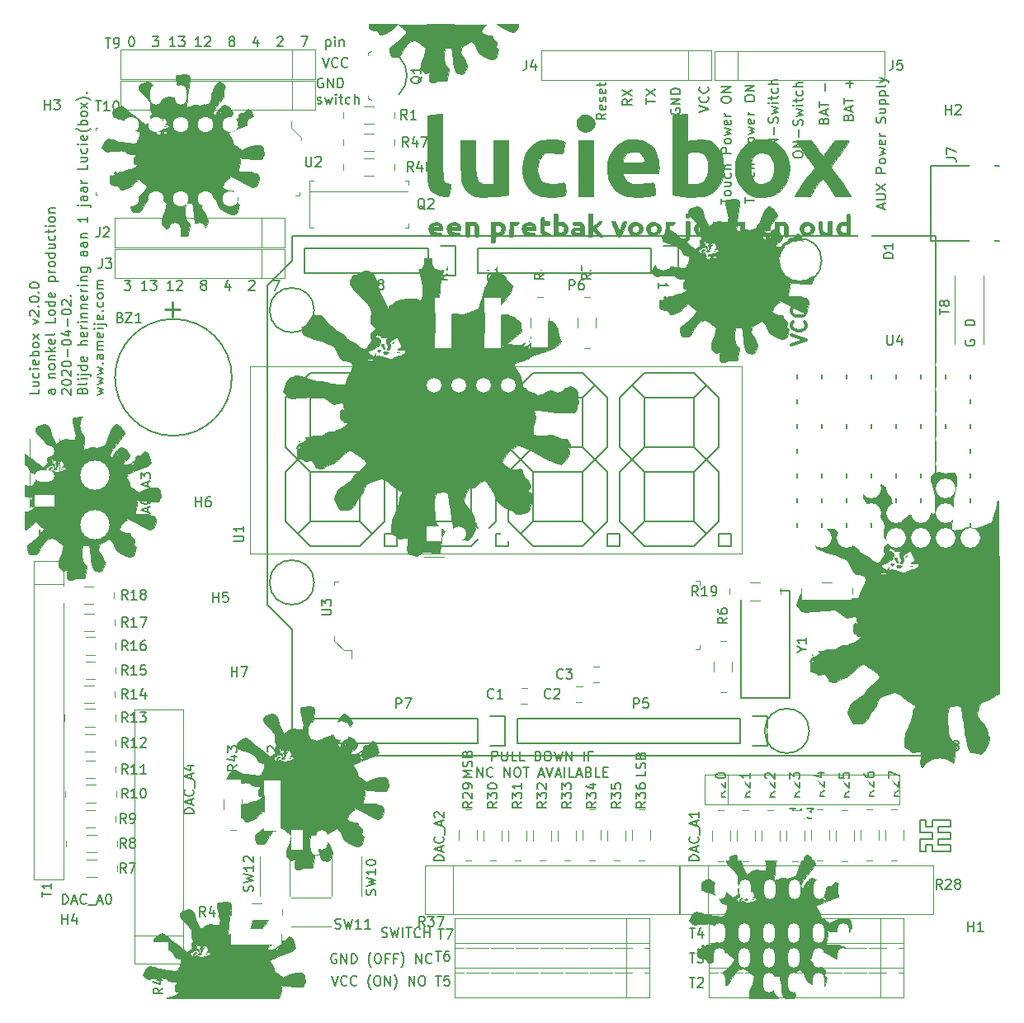
<source format=gto>
G04 #@! TF.GenerationSoftware,KiCad,Pcbnew,(5.1.2)-1*
G04 #@! TF.CreationDate,2020-03-28T17:23:29-07:00*
G04 #@! TF.ProjectId,Luciebox,4c756369-6562-46f7-982e-6b696361645f,rev?*
G04 #@! TF.SameCoordinates,Original*
G04 #@! TF.FileFunction,Legend,Top*
G04 #@! TF.FilePolarity,Positive*
%FSLAX46Y46*%
G04 Gerber Fmt 4.6, Leading zero omitted, Abs format (unit mm)*
G04 Created by KiCad (PCBNEW (5.1.2)-1) date 2020-03-28 17:23:29*
%MOMM*%
%LPD*%
G04 APERTURE LIST*
%ADD10C,0.150000*%
%ADD11C,0.300000*%
%ADD12C,0.010000*%
%ADD13C,0.120000*%
%ADD14C,0.100000*%
%ADD15C,0.254000*%
%ADD16O,1.200000X2.000000*%
%ADD17R,1.200000X2.000000*%
%ADD18C,1.500000*%
%ADD19R,1.500000X1.500000*%
%ADD20O,2.000000X1.200000*%
%ADD21R,2.000000X1.200000*%
%ADD22R,1.500000X1.800000*%
%ADD23R,1.800000X1.500000*%
%ADD24C,1.524000*%
%ADD25O,2.700000X1.700000*%
%ADD26R,2.032000X2.032000*%
%ADD27C,2.032000*%
%ADD28O,2.000000X2.000000*%
%ADD29C,4.000000*%
%ADD30C,3.000000*%
%ADD31C,1.000000*%
%ADD32C,2.000000*%
%ADD33R,2.000000X2.000000*%
%ADD34R,1.200000X1.200000*%
%ADD35C,1.600000*%
%ADD36R,1.600000X1.600000*%
%ADD37R,1.500000X1.000000*%
%ADD38O,1.500000X1.000000*%
%ADD39O,1.727200X2.032000*%
%ADD40C,4.064000*%
G04 APERTURE END LIST*
D10*
X59878380Y-8871095D02*
X59402190Y-9204428D01*
X59878380Y-9442523D02*
X58878380Y-9442523D01*
X58878380Y-9061571D01*
X58926000Y-8966333D01*
X58973619Y-8918714D01*
X59068857Y-8871095D01*
X59211714Y-8871095D01*
X59306952Y-8918714D01*
X59354571Y-8966333D01*
X59402190Y-9061571D01*
X59402190Y-9442523D01*
X59830761Y-8061571D02*
X59878380Y-8156809D01*
X59878380Y-8347285D01*
X59830761Y-8442523D01*
X59735523Y-8490142D01*
X59354571Y-8490142D01*
X59259333Y-8442523D01*
X59211714Y-8347285D01*
X59211714Y-8156809D01*
X59259333Y-8061571D01*
X59354571Y-8013952D01*
X59449809Y-8013952D01*
X59545047Y-8490142D01*
X59830761Y-7633000D02*
X59878380Y-7537761D01*
X59878380Y-7347285D01*
X59830761Y-7252047D01*
X59735523Y-7204428D01*
X59687904Y-7204428D01*
X59592666Y-7252047D01*
X59545047Y-7347285D01*
X59545047Y-7490142D01*
X59497428Y-7585380D01*
X59402190Y-7633000D01*
X59354571Y-7633000D01*
X59259333Y-7585380D01*
X59211714Y-7490142D01*
X59211714Y-7347285D01*
X59259333Y-7252047D01*
X59830761Y-6394904D02*
X59878380Y-6490142D01*
X59878380Y-6680619D01*
X59830761Y-6775857D01*
X59735523Y-6823476D01*
X59354571Y-6823476D01*
X59259333Y-6775857D01*
X59211714Y-6680619D01*
X59211714Y-6490142D01*
X59259333Y-6394904D01*
X59354571Y-6347285D01*
X59449809Y-6347285D01*
X59545047Y-6823476D01*
X59211714Y-6061571D02*
X59211714Y-5680619D01*
X58878380Y-5918714D02*
X59735523Y-5918714D01*
X59830761Y-5871095D01*
X59878380Y-5775857D01*
X59878380Y-5680619D01*
X74118380Y-18046238D02*
X74118380Y-17474809D01*
X75118380Y-17760523D02*
X74118380Y-17760523D01*
X75118380Y-16998619D02*
X75070761Y-17093857D01*
X75023142Y-17141476D01*
X74927904Y-17189095D01*
X74642190Y-17189095D01*
X74546952Y-17141476D01*
X74499333Y-17093857D01*
X74451714Y-16998619D01*
X74451714Y-16855761D01*
X74499333Y-16760523D01*
X74546952Y-16712904D01*
X74642190Y-16665285D01*
X74927904Y-16665285D01*
X75023142Y-16712904D01*
X75070761Y-16760523D01*
X75118380Y-16855761D01*
X75118380Y-16998619D01*
X74451714Y-15808142D02*
X75118380Y-15808142D01*
X74451714Y-16236714D02*
X74975523Y-16236714D01*
X75070761Y-16189095D01*
X75118380Y-16093857D01*
X75118380Y-15951000D01*
X75070761Y-15855761D01*
X75023142Y-15808142D01*
X75070761Y-14903380D02*
X75118380Y-14998619D01*
X75118380Y-15189095D01*
X75070761Y-15284333D01*
X75023142Y-15331952D01*
X74927904Y-15379571D01*
X74642190Y-15379571D01*
X74546952Y-15331952D01*
X74499333Y-15284333D01*
X74451714Y-15189095D01*
X74451714Y-14998619D01*
X74499333Y-14903380D01*
X75118380Y-14474809D02*
X74118380Y-14474809D01*
X75118380Y-14046238D02*
X74594571Y-14046238D01*
X74499333Y-14093857D01*
X74451714Y-14189095D01*
X74451714Y-14331952D01*
X74499333Y-14427190D01*
X74546952Y-14474809D01*
X75118380Y-12808142D02*
X74118380Y-12808142D01*
X74118380Y-12427190D01*
X74166000Y-12331952D01*
X74213619Y-12284333D01*
X74308857Y-12236714D01*
X74451714Y-12236714D01*
X74546952Y-12284333D01*
X74594571Y-12331952D01*
X74642190Y-12427190D01*
X74642190Y-12808142D01*
X75118380Y-11665285D02*
X75070761Y-11760523D01*
X75023142Y-11808142D01*
X74927904Y-11855761D01*
X74642190Y-11855761D01*
X74546952Y-11808142D01*
X74499333Y-11760523D01*
X74451714Y-11665285D01*
X74451714Y-11522428D01*
X74499333Y-11427190D01*
X74546952Y-11379571D01*
X74642190Y-11331952D01*
X74927904Y-11331952D01*
X75023142Y-11379571D01*
X75070761Y-11427190D01*
X75118380Y-11522428D01*
X75118380Y-11665285D01*
X74451714Y-10998619D02*
X75118380Y-10808142D01*
X74642190Y-10617666D01*
X75118380Y-10427190D01*
X74451714Y-10236714D01*
X75070761Y-9474809D02*
X75118380Y-9570047D01*
X75118380Y-9760523D01*
X75070761Y-9855761D01*
X74975523Y-9903380D01*
X74594571Y-9903380D01*
X74499333Y-9855761D01*
X74451714Y-9760523D01*
X74451714Y-9570047D01*
X74499333Y-9474809D01*
X74594571Y-9427190D01*
X74689809Y-9427190D01*
X74785047Y-9903380D01*
X75118380Y-8998619D02*
X74451714Y-8998619D01*
X74642190Y-8998619D02*
X74546952Y-8951000D01*
X74499333Y-8903380D01*
X74451714Y-8808142D01*
X74451714Y-8712904D01*
X74118380Y-7427190D02*
X74118380Y-7236714D01*
X74166000Y-7141476D01*
X74261238Y-7046238D01*
X74451714Y-6998619D01*
X74785047Y-6998619D01*
X74975523Y-7046238D01*
X75070761Y-7141476D01*
X75118380Y-7236714D01*
X75118380Y-7427190D01*
X75070761Y-7522428D01*
X74975523Y-7617666D01*
X74785047Y-7665285D01*
X74451714Y-7665285D01*
X74261238Y-7617666D01*
X74166000Y-7522428D01*
X74118380Y-7427190D01*
X75118380Y-6570047D02*
X74118380Y-6570047D01*
X75118380Y-5998619D01*
X74118380Y-5998619D01*
X71705380Y-18173238D02*
X71705380Y-17601809D01*
X72705380Y-17887523D02*
X71705380Y-17887523D01*
X72705380Y-17125619D02*
X72657761Y-17220857D01*
X72610142Y-17268476D01*
X72514904Y-17316095D01*
X72229190Y-17316095D01*
X72133952Y-17268476D01*
X72086333Y-17220857D01*
X72038714Y-17125619D01*
X72038714Y-16982761D01*
X72086333Y-16887523D01*
X72133952Y-16839904D01*
X72229190Y-16792285D01*
X72514904Y-16792285D01*
X72610142Y-16839904D01*
X72657761Y-16887523D01*
X72705380Y-16982761D01*
X72705380Y-17125619D01*
X72038714Y-15935142D02*
X72705380Y-15935142D01*
X72038714Y-16363714D02*
X72562523Y-16363714D01*
X72657761Y-16316095D01*
X72705380Y-16220857D01*
X72705380Y-16078000D01*
X72657761Y-15982761D01*
X72610142Y-15935142D01*
X72657761Y-15030380D02*
X72705380Y-15125619D01*
X72705380Y-15316095D01*
X72657761Y-15411333D01*
X72610142Y-15458952D01*
X72514904Y-15506571D01*
X72229190Y-15506571D01*
X72133952Y-15458952D01*
X72086333Y-15411333D01*
X72038714Y-15316095D01*
X72038714Y-15125619D01*
X72086333Y-15030380D01*
X72705380Y-14601809D02*
X71705380Y-14601809D01*
X72705380Y-14173238D02*
X72181571Y-14173238D01*
X72086333Y-14220857D01*
X72038714Y-14316095D01*
X72038714Y-14458952D01*
X72086333Y-14554190D01*
X72133952Y-14601809D01*
X72705380Y-12935142D02*
X71705380Y-12935142D01*
X71705380Y-12554190D01*
X71753000Y-12458952D01*
X71800619Y-12411333D01*
X71895857Y-12363714D01*
X72038714Y-12363714D01*
X72133952Y-12411333D01*
X72181571Y-12458952D01*
X72229190Y-12554190D01*
X72229190Y-12935142D01*
X72705380Y-11792285D02*
X72657761Y-11887523D01*
X72610142Y-11935142D01*
X72514904Y-11982761D01*
X72229190Y-11982761D01*
X72133952Y-11935142D01*
X72086333Y-11887523D01*
X72038714Y-11792285D01*
X72038714Y-11649428D01*
X72086333Y-11554190D01*
X72133952Y-11506571D01*
X72229190Y-11458952D01*
X72514904Y-11458952D01*
X72610142Y-11506571D01*
X72657761Y-11554190D01*
X72705380Y-11649428D01*
X72705380Y-11792285D01*
X72038714Y-11125619D02*
X72705380Y-10935142D01*
X72229190Y-10744666D01*
X72705380Y-10554190D01*
X72038714Y-10363714D01*
X72657761Y-9601809D02*
X72705380Y-9697047D01*
X72705380Y-9887523D01*
X72657761Y-9982761D01*
X72562523Y-10030380D01*
X72181571Y-10030380D01*
X72086333Y-9982761D01*
X72038714Y-9887523D01*
X72038714Y-9697047D01*
X72086333Y-9601809D01*
X72181571Y-9554190D01*
X72276809Y-9554190D01*
X72372047Y-10030380D01*
X72705380Y-9125619D02*
X72038714Y-9125619D01*
X72229190Y-9125619D02*
X72133952Y-9078000D01*
X72086333Y-9030380D01*
X72038714Y-8935142D01*
X72038714Y-8839904D01*
X71705380Y-7554190D02*
X71705380Y-7363714D01*
X71753000Y-7268476D01*
X71848238Y-7173238D01*
X72038714Y-7125619D01*
X72372047Y-7125619D01*
X72562523Y-7173238D01*
X72657761Y-7268476D01*
X72705380Y-7363714D01*
X72705380Y-7554190D01*
X72657761Y-7649428D01*
X72562523Y-7744666D01*
X72372047Y-7792285D01*
X72038714Y-7792285D01*
X71848238Y-7744666D01*
X71753000Y-7649428D01*
X71705380Y-7554190D01*
X72705380Y-6697047D02*
X71705380Y-6697047D01*
X72705380Y-6125619D01*
X71705380Y-6125619D01*
X69419380Y-8712333D02*
X70419380Y-8379000D01*
X69419380Y-8045666D01*
X70324142Y-7140904D02*
X70371761Y-7188523D01*
X70419380Y-7331380D01*
X70419380Y-7426619D01*
X70371761Y-7569476D01*
X70276523Y-7664714D01*
X70181285Y-7712333D01*
X69990809Y-7759952D01*
X69847952Y-7759952D01*
X69657476Y-7712333D01*
X69562238Y-7664714D01*
X69467000Y-7569476D01*
X69419380Y-7426619D01*
X69419380Y-7331380D01*
X69467000Y-7188523D01*
X69514619Y-7140904D01*
X70324142Y-6140904D02*
X70371761Y-6188523D01*
X70419380Y-6331380D01*
X70419380Y-6426619D01*
X70371761Y-6569476D01*
X70276523Y-6664714D01*
X70181285Y-6712333D01*
X69990809Y-6759952D01*
X69847952Y-6759952D01*
X69657476Y-6712333D01*
X69562238Y-6664714D01*
X69467000Y-6569476D01*
X69419380Y-6426619D01*
X69419380Y-6331380D01*
X69467000Y-6188523D01*
X69514619Y-6140904D01*
X84754571Y-9244095D02*
X84802190Y-9101238D01*
X84849809Y-9053619D01*
X84945047Y-9006000D01*
X85087904Y-9006000D01*
X85183142Y-9053619D01*
X85230761Y-9101238D01*
X85278380Y-9196476D01*
X85278380Y-9577428D01*
X84278380Y-9577428D01*
X84278380Y-9244095D01*
X84326000Y-9148857D01*
X84373619Y-9101238D01*
X84468857Y-9053619D01*
X84564095Y-9053619D01*
X84659333Y-9101238D01*
X84706952Y-9148857D01*
X84754571Y-9244095D01*
X84754571Y-9577428D01*
X84992666Y-8625047D02*
X84992666Y-8148857D01*
X85278380Y-8720285D02*
X84278380Y-8386952D01*
X85278380Y-8053619D01*
X84278380Y-7863142D02*
X84278380Y-7291714D01*
X85278380Y-7577428D02*
X84278380Y-7577428D01*
X84897428Y-6196476D02*
X84897428Y-5434571D01*
X85278380Y-5815523D02*
X84516476Y-5815523D01*
X79071380Y-13180857D02*
X79071380Y-12990380D01*
X79119000Y-12895142D01*
X79214238Y-12799904D01*
X79404714Y-12752285D01*
X79738047Y-12752285D01*
X79928523Y-12799904D01*
X80023761Y-12895142D01*
X80071380Y-12990380D01*
X80071380Y-13180857D01*
X80023761Y-13276095D01*
X79928523Y-13371333D01*
X79738047Y-13418952D01*
X79404714Y-13418952D01*
X79214238Y-13371333D01*
X79119000Y-13276095D01*
X79071380Y-13180857D01*
X80071380Y-12323714D02*
X79071380Y-12323714D01*
X80071380Y-11752285D01*
X79071380Y-11752285D01*
X79690428Y-11276095D02*
X79690428Y-10514190D01*
X80023761Y-10085619D02*
X80071380Y-9942761D01*
X80071380Y-9704666D01*
X80023761Y-9609428D01*
X79976142Y-9561809D01*
X79880904Y-9514190D01*
X79785666Y-9514190D01*
X79690428Y-9561809D01*
X79642809Y-9609428D01*
X79595190Y-9704666D01*
X79547571Y-9895142D01*
X79499952Y-9990380D01*
X79452333Y-10038000D01*
X79357095Y-10085619D01*
X79261857Y-10085619D01*
X79166619Y-10038000D01*
X79119000Y-9990380D01*
X79071380Y-9895142D01*
X79071380Y-9657047D01*
X79119000Y-9514190D01*
X79404714Y-9180857D02*
X80071380Y-8990380D01*
X79595190Y-8799904D01*
X80071380Y-8609428D01*
X79404714Y-8418952D01*
X80071380Y-8038000D02*
X79404714Y-8038000D01*
X79071380Y-8038000D02*
X79119000Y-8085619D01*
X79166619Y-8038000D01*
X79119000Y-7990380D01*
X79071380Y-8038000D01*
X79166619Y-8038000D01*
X79404714Y-7704666D02*
X79404714Y-7323714D01*
X79071380Y-7561809D02*
X79928523Y-7561809D01*
X80023761Y-7514190D01*
X80071380Y-7418952D01*
X80071380Y-7323714D01*
X80023761Y-6561809D02*
X80071380Y-6657047D01*
X80071380Y-6847523D01*
X80023761Y-6942761D01*
X79976142Y-6990380D01*
X79880904Y-7038000D01*
X79595190Y-7038000D01*
X79499952Y-6990380D01*
X79452333Y-6942761D01*
X79404714Y-6847523D01*
X79404714Y-6657047D01*
X79452333Y-6561809D01*
X80071380Y-6133238D02*
X79071380Y-6133238D01*
X80071380Y-5704666D02*
X79547571Y-5704666D01*
X79452333Y-5752285D01*
X79404714Y-5847523D01*
X79404714Y-5990380D01*
X79452333Y-6085619D01*
X79499952Y-6133238D01*
X82214571Y-9625047D02*
X82262190Y-9482190D01*
X82309809Y-9434571D01*
X82405047Y-9386952D01*
X82547904Y-9386952D01*
X82643142Y-9434571D01*
X82690761Y-9482190D01*
X82738380Y-9577428D01*
X82738380Y-9958380D01*
X81738380Y-9958380D01*
X81738380Y-9625047D01*
X81786000Y-9529809D01*
X81833619Y-9482190D01*
X81928857Y-9434571D01*
X82024095Y-9434571D01*
X82119333Y-9482190D01*
X82166952Y-9529809D01*
X82214571Y-9625047D01*
X82214571Y-9958380D01*
X82452666Y-9006000D02*
X82452666Y-8529809D01*
X82738380Y-9101238D02*
X81738380Y-8767904D01*
X82738380Y-8434571D01*
X81738380Y-8244095D02*
X81738380Y-7672666D01*
X82738380Y-7958380D02*
X81738380Y-7958380D01*
X82357428Y-6577428D02*
X82357428Y-5815523D01*
X76531380Y-12926857D02*
X76531380Y-12736380D01*
X76579000Y-12641142D01*
X76674238Y-12545904D01*
X76864714Y-12498285D01*
X77198047Y-12498285D01*
X77388523Y-12545904D01*
X77483761Y-12641142D01*
X77531380Y-12736380D01*
X77531380Y-12926857D01*
X77483761Y-13022095D01*
X77388523Y-13117333D01*
X77198047Y-13164952D01*
X76864714Y-13164952D01*
X76674238Y-13117333D01*
X76579000Y-13022095D01*
X76531380Y-12926857D01*
X77531380Y-12069714D02*
X76531380Y-12069714D01*
X77531380Y-11498285D01*
X76531380Y-11498285D01*
X77150428Y-11022095D02*
X77150428Y-10260190D01*
X77483761Y-9831619D02*
X77531380Y-9688761D01*
X77531380Y-9450666D01*
X77483761Y-9355428D01*
X77436142Y-9307809D01*
X77340904Y-9260190D01*
X77245666Y-9260190D01*
X77150428Y-9307809D01*
X77102809Y-9355428D01*
X77055190Y-9450666D01*
X77007571Y-9641142D01*
X76959952Y-9736380D01*
X76912333Y-9784000D01*
X76817095Y-9831619D01*
X76721857Y-9831619D01*
X76626619Y-9784000D01*
X76579000Y-9736380D01*
X76531380Y-9641142D01*
X76531380Y-9403047D01*
X76579000Y-9260190D01*
X76864714Y-8926857D02*
X77531380Y-8736380D01*
X77055190Y-8545904D01*
X77531380Y-8355428D01*
X76864714Y-8164952D01*
X77531380Y-7784000D02*
X76864714Y-7784000D01*
X76531380Y-7784000D02*
X76579000Y-7831619D01*
X76626619Y-7784000D01*
X76579000Y-7736380D01*
X76531380Y-7784000D01*
X76626619Y-7784000D01*
X76864714Y-7450666D02*
X76864714Y-7069714D01*
X76531380Y-7307809D02*
X77388523Y-7307809D01*
X77483761Y-7260190D01*
X77531380Y-7164952D01*
X77531380Y-7069714D01*
X77483761Y-6307809D02*
X77531380Y-6403047D01*
X77531380Y-6593523D01*
X77483761Y-6688761D01*
X77436142Y-6736380D01*
X77340904Y-6784000D01*
X77055190Y-6784000D01*
X76959952Y-6736380D01*
X76912333Y-6688761D01*
X76864714Y-6593523D01*
X76864714Y-6403047D01*
X76912333Y-6307809D01*
X77531380Y-5879238D02*
X76531380Y-5879238D01*
X77531380Y-5450666D02*
X77007571Y-5450666D01*
X76912333Y-5498285D01*
X76864714Y-5593523D01*
X76864714Y-5736380D01*
X76912333Y-5831619D01*
X76959952Y-5879238D01*
X88294666Y-18641476D02*
X88294666Y-18165285D01*
X88580380Y-18736714D02*
X87580380Y-18403380D01*
X88580380Y-18070047D01*
X87580380Y-17736714D02*
X88389904Y-17736714D01*
X88485142Y-17689095D01*
X88532761Y-17641476D01*
X88580380Y-17546238D01*
X88580380Y-17355761D01*
X88532761Y-17260523D01*
X88485142Y-17212904D01*
X88389904Y-17165285D01*
X87580380Y-17165285D01*
X87580380Y-16784333D02*
X88580380Y-16117666D01*
X87580380Y-16117666D02*
X88580380Y-16784333D01*
X88580380Y-14974809D02*
X87580380Y-14974809D01*
X87580380Y-14593857D01*
X87628000Y-14498619D01*
X87675619Y-14451000D01*
X87770857Y-14403380D01*
X87913714Y-14403380D01*
X88008952Y-14451000D01*
X88056571Y-14498619D01*
X88104190Y-14593857D01*
X88104190Y-14974809D01*
X88580380Y-13831952D02*
X88532761Y-13927190D01*
X88485142Y-13974809D01*
X88389904Y-14022428D01*
X88104190Y-14022428D01*
X88008952Y-13974809D01*
X87961333Y-13927190D01*
X87913714Y-13831952D01*
X87913714Y-13689095D01*
X87961333Y-13593857D01*
X88008952Y-13546238D01*
X88104190Y-13498619D01*
X88389904Y-13498619D01*
X88485142Y-13546238D01*
X88532761Y-13593857D01*
X88580380Y-13689095D01*
X88580380Y-13831952D01*
X87913714Y-13165285D02*
X88580380Y-12974809D01*
X88104190Y-12784333D01*
X88580380Y-12593857D01*
X87913714Y-12403380D01*
X88532761Y-11641476D02*
X88580380Y-11736714D01*
X88580380Y-11927190D01*
X88532761Y-12022428D01*
X88437523Y-12070047D01*
X88056571Y-12070047D01*
X87961333Y-12022428D01*
X87913714Y-11927190D01*
X87913714Y-11736714D01*
X87961333Y-11641476D01*
X88056571Y-11593857D01*
X88151809Y-11593857D01*
X88247047Y-12070047D01*
X88580380Y-11165285D02*
X87913714Y-11165285D01*
X88104190Y-11165285D02*
X88008952Y-11117666D01*
X87961333Y-11070047D01*
X87913714Y-10974809D01*
X87913714Y-10879571D01*
X88532761Y-9831952D02*
X88580380Y-9689095D01*
X88580380Y-9451000D01*
X88532761Y-9355761D01*
X88485142Y-9308142D01*
X88389904Y-9260523D01*
X88294666Y-9260523D01*
X88199428Y-9308142D01*
X88151809Y-9355761D01*
X88104190Y-9451000D01*
X88056571Y-9641476D01*
X88008952Y-9736714D01*
X87961333Y-9784333D01*
X87866095Y-9831952D01*
X87770857Y-9831952D01*
X87675619Y-9784333D01*
X87628000Y-9736714D01*
X87580380Y-9641476D01*
X87580380Y-9403380D01*
X87628000Y-9260523D01*
X87913714Y-8403380D02*
X88580380Y-8403380D01*
X87913714Y-8831952D02*
X88437523Y-8831952D01*
X88532761Y-8784333D01*
X88580380Y-8689095D01*
X88580380Y-8546238D01*
X88532761Y-8451000D01*
X88485142Y-8403380D01*
X87913714Y-7927190D02*
X88913714Y-7927190D01*
X87961333Y-7927190D02*
X87913714Y-7831952D01*
X87913714Y-7641476D01*
X87961333Y-7546238D01*
X88008952Y-7498619D01*
X88104190Y-7451000D01*
X88389904Y-7451000D01*
X88485142Y-7498619D01*
X88532761Y-7546238D01*
X88580380Y-7641476D01*
X88580380Y-7831952D01*
X88532761Y-7927190D01*
X87913714Y-7022428D02*
X88913714Y-7022428D01*
X87961333Y-7022428D02*
X87913714Y-6927190D01*
X87913714Y-6736714D01*
X87961333Y-6641476D01*
X88008952Y-6593857D01*
X88104190Y-6546238D01*
X88389904Y-6546238D01*
X88485142Y-6593857D01*
X88532761Y-6641476D01*
X88580380Y-6736714D01*
X88580380Y-6927190D01*
X88532761Y-7022428D01*
X88580380Y-5974809D02*
X88532761Y-6070047D01*
X88437523Y-6117666D01*
X87580380Y-6117666D01*
X87913714Y-5689095D02*
X88580380Y-5451000D01*
X87913714Y-5212904D02*
X88580380Y-5451000D01*
X88818476Y-5546238D01*
X88866095Y-5593857D01*
X88913714Y-5689095D01*
X66546000Y-8394904D02*
X66498380Y-8490142D01*
X66498380Y-8633000D01*
X66546000Y-8775857D01*
X66641238Y-8871095D01*
X66736476Y-8918714D01*
X66926952Y-8966333D01*
X67069809Y-8966333D01*
X67260285Y-8918714D01*
X67355523Y-8871095D01*
X67450761Y-8775857D01*
X67498380Y-8633000D01*
X67498380Y-8537761D01*
X67450761Y-8394904D01*
X67403142Y-8347285D01*
X67069809Y-8347285D01*
X67069809Y-8537761D01*
X67498380Y-7918714D02*
X66498380Y-7918714D01*
X67498380Y-7347285D01*
X66498380Y-7347285D01*
X67498380Y-6871095D02*
X66498380Y-6871095D01*
X66498380Y-6633000D01*
X66546000Y-6490142D01*
X66641238Y-6394904D01*
X66736476Y-6347285D01*
X66926952Y-6299666D01*
X67069809Y-6299666D01*
X67260285Y-6347285D01*
X67355523Y-6394904D01*
X67450761Y-6490142D01*
X67498380Y-6633000D01*
X67498380Y-6871095D01*
X63958380Y-7886904D02*
X63958380Y-7315476D01*
X64958380Y-7601190D02*
X63958380Y-7601190D01*
X63958380Y-7077380D02*
X64958380Y-6410714D01*
X63958380Y-6410714D02*
X64958380Y-7077380D01*
X62545380Y-7418666D02*
X62069190Y-7752000D01*
X62545380Y-7990095D02*
X61545380Y-7990095D01*
X61545380Y-7609142D01*
X61593000Y-7513904D01*
X61640619Y-7466285D01*
X61735857Y-7418666D01*
X61878714Y-7418666D01*
X61973952Y-7466285D01*
X62021571Y-7513904D01*
X62069190Y-7609142D01*
X62069190Y-7990095D01*
X61545380Y-7085333D02*
X62545380Y-6418666D01*
X61545380Y-6418666D02*
X62545380Y-7085333D01*
X10452666Y-26008380D02*
X11071714Y-26008380D01*
X10738380Y-26389333D01*
X10881238Y-26389333D01*
X10976476Y-26436952D01*
X11024095Y-26484571D01*
X11071714Y-26579809D01*
X11071714Y-26817904D01*
X11024095Y-26913142D01*
X10976476Y-26960761D01*
X10881238Y-27008380D01*
X10595523Y-27008380D01*
X10500285Y-26960761D01*
X10452666Y-26913142D01*
X12785999Y-27008380D02*
X12214571Y-27008380D01*
X12500285Y-27008380D02*
X12500285Y-26008380D01*
X12405047Y-26151238D01*
X12309809Y-26246476D01*
X12214571Y-26294095D01*
X13119333Y-26008380D02*
X13738380Y-26008380D01*
X13405047Y-26389333D01*
X13547904Y-26389333D01*
X13643142Y-26436952D01*
X13690761Y-26484571D01*
X13738380Y-26579809D01*
X13738380Y-26817904D01*
X13690761Y-26913142D01*
X13643142Y-26960761D01*
X13547904Y-27008380D01*
X13262190Y-27008380D01*
X13166952Y-26960761D01*
X13119333Y-26913142D01*
X15452666Y-27008380D02*
X14881238Y-27008380D01*
X15166952Y-27008380D02*
X15166952Y-26008380D01*
X15071714Y-26151238D01*
X14976476Y-26246476D01*
X14881238Y-26294095D01*
X15833619Y-26103619D02*
X15881238Y-26056000D01*
X15976476Y-26008380D01*
X16214571Y-26008380D01*
X16309809Y-26056000D01*
X16357428Y-26103619D01*
X16405047Y-26198857D01*
X16405047Y-26294095D01*
X16357428Y-26436952D01*
X15785999Y-27008380D01*
X16405047Y-27008380D01*
X18500285Y-26436952D02*
X18405047Y-26389333D01*
X18357428Y-26341714D01*
X18309809Y-26246476D01*
X18309809Y-26198857D01*
X18357428Y-26103619D01*
X18405047Y-26056000D01*
X18500285Y-26008380D01*
X18690761Y-26008380D01*
X18786000Y-26056000D01*
X18833619Y-26103619D01*
X18881238Y-26198857D01*
X18881238Y-26246476D01*
X18833619Y-26341714D01*
X18786000Y-26389333D01*
X18690761Y-26436952D01*
X18500285Y-26436952D01*
X18405047Y-26484571D01*
X18357428Y-26532190D01*
X18309809Y-26627428D01*
X18309809Y-26817904D01*
X18357428Y-26913142D01*
X18405047Y-26960761D01*
X18500285Y-27008380D01*
X18690761Y-27008380D01*
X18786000Y-26960761D01*
X18833619Y-26913142D01*
X18881238Y-26817904D01*
X18881238Y-26627428D01*
X18833619Y-26532190D01*
X18786000Y-26484571D01*
X18690761Y-26436952D01*
X21262190Y-26341714D02*
X21262190Y-27008380D01*
X21024095Y-25960761D02*
X20785999Y-26675047D01*
X21405047Y-26675047D01*
X23262190Y-26103619D02*
X23309809Y-26056000D01*
X23405047Y-26008380D01*
X23643142Y-26008380D01*
X23738380Y-26056000D01*
X23785999Y-26103619D01*
X23833619Y-26198857D01*
X23833619Y-26294095D01*
X23785999Y-26436952D01*
X23214571Y-27008380D01*
X23833619Y-27008380D01*
X25690761Y-26008380D02*
X26357428Y-26008380D01*
X25928857Y-27008380D01*
X92065000Y-81420000D02*
X92065000Y-82055000D01*
X92700000Y-81420000D02*
X92065000Y-81420000D01*
X92700000Y-82055000D02*
X92700000Y-81420000D01*
X93335000Y-82055000D02*
X92700000Y-82055000D01*
X93335000Y-81420000D02*
X93335000Y-82055000D01*
X95240000Y-81420000D02*
X93335000Y-81420000D01*
X95240000Y-82055000D02*
X95240000Y-81420000D01*
X93970000Y-82055000D02*
X95240000Y-82055000D01*
X93970000Y-82690000D02*
X93970000Y-82055000D01*
X95240000Y-82690000D02*
X93970000Y-82690000D01*
X95240000Y-83325000D02*
X95240000Y-82690000D01*
X93970000Y-83325000D02*
X95240000Y-83325000D01*
X93970000Y-83960000D02*
X93970000Y-83325000D01*
X95240000Y-83960000D02*
X93970000Y-83960000D01*
X95240000Y-84595000D02*
X95240000Y-83960000D01*
X93335000Y-84595000D02*
X95240000Y-84595000D01*
X93335000Y-83960000D02*
X93335000Y-84595000D01*
X92700000Y-83960000D02*
X93335000Y-83960000D01*
X92700000Y-84595000D02*
X92700000Y-83960000D01*
X92065000Y-84595000D02*
X92700000Y-84595000D01*
X92065000Y-83325000D02*
X92065000Y-84595000D01*
X93335000Y-83325000D02*
X92065000Y-83325000D01*
X93335000Y-82690000D02*
X93335000Y-83325000D01*
X92065000Y-82690000D02*
X93335000Y-82690000D01*
X92065000Y-82055000D02*
X92065000Y-82690000D01*
X1714380Y-37174214D02*
X1714380Y-37650404D01*
X714380Y-37650404D01*
X1047714Y-36412309D02*
X1714380Y-36412309D01*
X1047714Y-36840880D02*
X1571523Y-36840880D01*
X1666761Y-36793261D01*
X1714380Y-36698023D01*
X1714380Y-36555166D01*
X1666761Y-36459928D01*
X1619142Y-36412309D01*
X1666761Y-35507547D02*
X1714380Y-35602785D01*
X1714380Y-35793261D01*
X1666761Y-35888500D01*
X1619142Y-35936119D01*
X1523904Y-35983738D01*
X1238190Y-35983738D01*
X1142952Y-35936119D01*
X1095333Y-35888500D01*
X1047714Y-35793261D01*
X1047714Y-35602785D01*
X1095333Y-35507547D01*
X1714380Y-35078976D02*
X1047714Y-35078976D01*
X714380Y-35078976D02*
X762000Y-35126595D01*
X809619Y-35078976D01*
X762000Y-35031357D01*
X714380Y-35078976D01*
X809619Y-35078976D01*
X1666761Y-34221833D02*
X1714380Y-34317071D01*
X1714380Y-34507547D01*
X1666761Y-34602785D01*
X1571523Y-34650404D01*
X1190571Y-34650404D01*
X1095333Y-34602785D01*
X1047714Y-34507547D01*
X1047714Y-34317071D01*
X1095333Y-34221833D01*
X1190571Y-34174214D01*
X1285809Y-34174214D01*
X1381047Y-34650404D01*
X1714380Y-33745642D02*
X714380Y-33745642D01*
X1095333Y-33745642D02*
X1047714Y-33650404D01*
X1047714Y-33459928D01*
X1095333Y-33364690D01*
X1142952Y-33317071D01*
X1238190Y-33269452D01*
X1523904Y-33269452D01*
X1619142Y-33317071D01*
X1666761Y-33364690D01*
X1714380Y-33459928D01*
X1714380Y-33650404D01*
X1666761Y-33745642D01*
X1714380Y-32698023D02*
X1666761Y-32793261D01*
X1619142Y-32840880D01*
X1523904Y-32888500D01*
X1238190Y-32888500D01*
X1142952Y-32840880D01*
X1095333Y-32793261D01*
X1047714Y-32698023D01*
X1047714Y-32555166D01*
X1095333Y-32459928D01*
X1142952Y-32412309D01*
X1238190Y-32364690D01*
X1523904Y-32364690D01*
X1619142Y-32412309D01*
X1666761Y-32459928D01*
X1714380Y-32555166D01*
X1714380Y-32698023D01*
X1714380Y-32031357D02*
X1047714Y-31507547D01*
X1047714Y-32031357D02*
X1714380Y-31507547D01*
X1047714Y-30459928D02*
X1714380Y-30221833D01*
X1047714Y-29983738D01*
X809619Y-29650404D02*
X762000Y-29602785D01*
X714380Y-29507547D01*
X714380Y-29269452D01*
X762000Y-29174214D01*
X809619Y-29126595D01*
X904857Y-29078976D01*
X1000095Y-29078976D01*
X1142952Y-29126595D01*
X1714380Y-29698023D01*
X1714380Y-29078976D01*
X1619142Y-28650404D02*
X1666761Y-28602785D01*
X1714380Y-28650404D01*
X1666761Y-28698023D01*
X1619142Y-28650404D01*
X1714380Y-28650404D01*
X714380Y-27983738D02*
X714380Y-27888500D01*
X762000Y-27793261D01*
X809619Y-27745642D01*
X904857Y-27698023D01*
X1095333Y-27650404D01*
X1333428Y-27650404D01*
X1523904Y-27698023D01*
X1619142Y-27745642D01*
X1666761Y-27793261D01*
X1714380Y-27888500D01*
X1714380Y-27983738D01*
X1666761Y-28078976D01*
X1619142Y-28126595D01*
X1523904Y-28174214D01*
X1333428Y-28221833D01*
X1095333Y-28221833D01*
X904857Y-28174214D01*
X809619Y-28126595D01*
X762000Y-28078976D01*
X714380Y-27983738D01*
X1619142Y-27221833D02*
X1666761Y-27174214D01*
X1714380Y-27221833D01*
X1666761Y-27269452D01*
X1619142Y-27221833D01*
X1714380Y-27221833D01*
X714380Y-26555166D02*
X714380Y-26459928D01*
X762000Y-26364690D01*
X809619Y-26317071D01*
X904857Y-26269452D01*
X1095333Y-26221833D01*
X1333428Y-26221833D01*
X1523904Y-26269452D01*
X1619142Y-26317071D01*
X1666761Y-26364690D01*
X1714380Y-26459928D01*
X1714380Y-26555166D01*
X1666761Y-26650404D01*
X1619142Y-26698023D01*
X1523904Y-26745642D01*
X1333428Y-26793261D01*
X1095333Y-26793261D01*
X904857Y-26745642D01*
X809619Y-26698023D01*
X762000Y-26650404D01*
X714380Y-26555166D01*
X3364380Y-37221833D02*
X2840571Y-37221833D01*
X2745333Y-37269452D01*
X2697714Y-37364690D01*
X2697714Y-37555166D01*
X2745333Y-37650404D01*
X3316761Y-37221833D02*
X3364380Y-37317071D01*
X3364380Y-37555166D01*
X3316761Y-37650404D01*
X3221523Y-37698023D01*
X3126285Y-37698023D01*
X3031047Y-37650404D01*
X2983428Y-37555166D01*
X2983428Y-37317071D01*
X2935809Y-37221833D01*
X2697714Y-35983738D02*
X3364380Y-35983738D01*
X2792952Y-35983738D02*
X2745333Y-35936119D01*
X2697714Y-35840880D01*
X2697714Y-35698023D01*
X2745333Y-35602785D01*
X2840571Y-35555166D01*
X3364380Y-35555166D01*
X3364380Y-34936119D02*
X3316761Y-35031357D01*
X3269142Y-35078976D01*
X3173904Y-35126595D01*
X2888190Y-35126595D01*
X2792952Y-35078976D01*
X2745333Y-35031357D01*
X2697714Y-34936119D01*
X2697714Y-34793261D01*
X2745333Y-34698023D01*
X2792952Y-34650404D01*
X2888190Y-34602785D01*
X3173904Y-34602785D01*
X3269142Y-34650404D01*
X3316761Y-34698023D01*
X3364380Y-34793261D01*
X3364380Y-34936119D01*
X2697714Y-34174214D02*
X3364380Y-34174214D01*
X2792952Y-34174214D02*
X2745333Y-34126595D01*
X2697714Y-34031357D01*
X2697714Y-33888500D01*
X2745333Y-33793261D01*
X2840571Y-33745642D01*
X3364380Y-33745642D01*
X3364380Y-33269452D02*
X2364380Y-33269452D01*
X2983428Y-33174214D02*
X3364380Y-32888500D01*
X2697714Y-32888500D02*
X3078666Y-33269452D01*
X3316761Y-32078976D02*
X3364380Y-32174214D01*
X3364380Y-32364690D01*
X3316761Y-32459928D01*
X3221523Y-32507547D01*
X2840571Y-32507547D01*
X2745333Y-32459928D01*
X2697714Y-32364690D01*
X2697714Y-32174214D01*
X2745333Y-32078976D01*
X2840571Y-32031357D01*
X2935809Y-32031357D01*
X3031047Y-32507547D01*
X3364380Y-31459928D02*
X3316761Y-31555166D01*
X3221523Y-31602785D01*
X2364380Y-31602785D01*
X3364380Y-29840880D02*
X3364380Y-30317071D01*
X2364380Y-30317071D01*
X3364380Y-29364690D02*
X3316761Y-29459928D01*
X3269142Y-29507547D01*
X3173904Y-29555166D01*
X2888190Y-29555166D01*
X2792952Y-29507547D01*
X2745333Y-29459928D01*
X2697714Y-29364690D01*
X2697714Y-29221833D01*
X2745333Y-29126595D01*
X2792952Y-29078976D01*
X2888190Y-29031357D01*
X3173904Y-29031357D01*
X3269142Y-29078976D01*
X3316761Y-29126595D01*
X3364380Y-29221833D01*
X3364380Y-29364690D01*
X3364380Y-28174214D02*
X2364380Y-28174214D01*
X3316761Y-28174214D02*
X3364380Y-28269452D01*
X3364380Y-28459928D01*
X3316761Y-28555166D01*
X3269142Y-28602785D01*
X3173904Y-28650404D01*
X2888190Y-28650404D01*
X2792952Y-28602785D01*
X2745333Y-28555166D01*
X2697714Y-28459928D01*
X2697714Y-28269452D01*
X2745333Y-28174214D01*
X3316761Y-27317071D02*
X3364380Y-27412309D01*
X3364380Y-27602785D01*
X3316761Y-27698023D01*
X3221523Y-27745642D01*
X2840571Y-27745642D01*
X2745333Y-27698023D01*
X2697714Y-27602785D01*
X2697714Y-27412309D01*
X2745333Y-27317071D01*
X2840571Y-27269452D01*
X2935809Y-27269452D01*
X3031047Y-27745642D01*
X2697714Y-26078976D02*
X3697714Y-26078976D01*
X2745333Y-26078976D02*
X2697714Y-25983738D01*
X2697714Y-25793261D01*
X2745333Y-25698023D01*
X2792952Y-25650404D01*
X2888190Y-25602785D01*
X3173904Y-25602785D01*
X3269142Y-25650404D01*
X3316761Y-25698023D01*
X3364380Y-25793261D01*
X3364380Y-25983738D01*
X3316761Y-26078976D01*
X3364380Y-25174214D02*
X2697714Y-25174214D01*
X2888190Y-25174214D02*
X2792952Y-25126595D01*
X2745333Y-25078976D01*
X2697714Y-24983738D01*
X2697714Y-24888500D01*
X3364380Y-24412309D02*
X3316761Y-24507547D01*
X3269142Y-24555166D01*
X3173904Y-24602785D01*
X2888190Y-24602785D01*
X2792952Y-24555166D01*
X2745333Y-24507547D01*
X2697714Y-24412309D01*
X2697714Y-24269452D01*
X2745333Y-24174214D01*
X2792952Y-24126595D01*
X2888190Y-24078976D01*
X3173904Y-24078976D01*
X3269142Y-24126595D01*
X3316761Y-24174214D01*
X3364380Y-24269452D01*
X3364380Y-24412309D01*
X3364380Y-23221833D02*
X2364380Y-23221833D01*
X3316761Y-23221833D02*
X3364380Y-23317071D01*
X3364380Y-23507547D01*
X3316761Y-23602785D01*
X3269142Y-23650404D01*
X3173904Y-23698023D01*
X2888190Y-23698023D01*
X2792952Y-23650404D01*
X2745333Y-23602785D01*
X2697714Y-23507547D01*
X2697714Y-23317071D01*
X2745333Y-23221833D01*
X2697714Y-22317071D02*
X3364380Y-22317071D01*
X2697714Y-22745642D02*
X3221523Y-22745642D01*
X3316761Y-22698023D01*
X3364380Y-22602785D01*
X3364380Y-22459928D01*
X3316761Y-22364690D01*
X3269142Y-22317071D01*
X3316761Y-21412309D02*
X3364380Y-21507547D01*
X3364380Y-21698023D01*
X3316761Y-21793261D01*
X3269142Y-21840880D01*
X3173904Y-21888500D01*
X2888190Y-21888500D01*
X2792952Y-21840880D01*
X2745333Y-21793261D01*
X2697714Y-21698023D01*
X2697714Y-21507547D01*
X2745333Y-21412309D01*
X2697714Y-21126595D02*
X2697714Y-20745642D01*
X2364380Y-20983738D02*
X3221523Y-20983738D01*
X3316761Y-20936119D01*
X3364380Y-20840880D01*
X3364380Y-20745642D01*
X3364380Y-20412309D02*
X2697714Y-20412309D01*
X2364380Y-20412309D02*
X2412000Y-20459928D01*
X2459619Y-20412309D01*
X2412000Y-20364690D01*
X2364380Y-20412309D01*
X2459619Y-20412309D01*
X3364380Y-19793261D02*
X3316761Y-19888500D01*
X3269142Y-19936119D01*
X3173904Y-19983738D01*
X2888190Y-19983738D01*
X2792952Y-19936119D01*
X2745333Y-19888500D01*
X2697714Y-19793261D01*
X2697714Y-19650404D01*
X2745333Y-19555166D01*
X2792952Y-19507547D01*
X2888190Y-19459928D01*
X3173904Y-19459928D01*
X3269142Y-19507547D01*
X3316761Y-19555166D01*
X3364380Y-19650404D01*
X3364380Y-19793261D01*
X2697714Y-19031357D02*
X3364380Y-19031357D01*
X2792952Y-19031357D02*
X2745333Y-18983738D01*
X2697714Y-18888500D01*
X2697714Y-18745642D01*
X2745333Y-18650404D01*
X2840571Y-18602785D01*
X3364380Y-18602785D01*
X4109619Y-37698023D02*
X4062000Y-37650404D01*
X4014380Y-37555166D01*
X4014380Y-37317071D01*
X4062000Y-37221833D01*
X4109619Y-37174214D01*
X4204857Y-37126595D01*
X4300095Y-37126595D01*
X4442952Y-37174214D01*
X5014380Y-37745642D01*
X5014380Y-37126595D01*
X4014380Y-36507547D02*
X4014380Y-36412309D01*
X4062000Y-36317071D01*
X4109619Y-36269452D01*
X4204857Y-36221833D01*
X4395333Y-36174214D01*
X4633428Y-36174214D01*
X4823904Y-36221833D01*
X4919142Y-36269452D01*
X4966761Y-36317071D01*
X5014380Y-36412309D01*
X5014380Y-36507547D01*
X4966761Y-36602785D01*
X4919142Y-36650404D01*
X4823904Y-36698023D01*
X4633428Y-36745642D01*
X4395333Y-36745642D01*
X4204857Y-36698023D01*
X4109619Y-36650404D01*
X4062000Y-36602785D01*
X4014380Y-36507547D01*
X4109619Y-35793261D02*
X4062000Y-35745642D01*
X4014380Y-35650404D01*
X4014380Y-35412309D01*
X4062000Y-35317071D01*
X4109619Y-35269452D01*
X4204857Y-35221833D01*
X4300095Y-35221833D01*
X4442952Y-35269452D01*
X5014380Y-35840880D01*
X5014380Y-35221833D01*
X4014380Y-34602785D02*
X4014380Y-34507547D01*
X4062000Y-34412309D01*
X4109619Y-34364690D01*
X4204857Y-34317071D01*
X4395333Y-34269452D01*
X4633428Y-34269452D01*
X4823904Y-34317071D01*
X4919142Y-34364690D01*
X4966761Y-34412309D01*
X5014380Y-34507547D01*
X5014380Y-34602785D01*
X4966761Y-34698023D01*
X4919142Y-34745642D01*
X4823904Y-34793261D01*
X4633428Y-34840880D01*
X4395333Y-34840880D01*
X4204857Y-34793261D01*
X4109619Y-34745642D01*
X4062000Y-34698023D01*
X4014380Y-34602785D01*
X4633428Y-33840880D02*
X4633428Y-33078976D01*
X4014380Y-32412309D02*
X4014380Y-32317071D01*
X4062000Y-32221833D01*
X4109619Y-32174214D01*
X4204857Y-32126595D01*
X4395333Y-32078976D01*
X4633428Y-32078976D01*
X4823904Y-32126595D01*
X4919142Y-32174214D01*
X4966761Y-32221833D01*
X5014380Y-32317071D01*
X5014380Y-32412309D01*
X4966761Y-32507547D01*
X4919142Y-32555166D01*
X4823904Y-32602785D01*
X4633428Y-32650404D01*
X4395333Y-32650404D01*
X4204857Y-32602785D01*
X4109619Y-32555166D01*
X4062000Y-32507547D01*
X4014380Y-32412309D01*
X4347714Y-31221833D02*
X5014380Y-31221833D01*
X3966761Y-31459928D02*
X4681047Y-31698023D01*
X4681047Y-31078976D01*
X4633428Y-30698023D02*
X4633428Y-29936119D01*
X4014380Y-29269452D02*
X4014380Y-29174214D01*
X4062000Y-29078976D01*
X4109619Y-29031357D01*
X4204857Y-28983738D01*
X4395333Y-28936119D01*
X4633428Y-28936119D01*
X4823904Y-28983738D01*
X4919142Y-29031357D01*
X4966761Y-29078976D01*
X5014380Y-29174214D01*
X5014380Y-29269452D01*
X4966761Y-29364690D01*
X4919142Y-29412309D01*
X4823904Y-29459928D01*
X4633428Y-29507547D01*
X4395333Y-29507547D01*
X4204857Y-29459928D01*
X4109619Y-29412309D01*
X4062000Y-29364690D01*
X4014380Y-29269452D01*
X4109619Y-28555166D02*
X4062000Y-28507547D01*
X4014380Y-28412309D01*
X4014380Y-28174214D01*
X4062000Y-28078976D01*
X4109619Y-28031357D01*
X4204857Y-27983738D01*
X4300095Y-27983738D01*
X4442952Y-28031357D01*
X5014380Y-28602785D01*
X5014380Y-27983738D01*
X4919142Y-27555166D02*
X4966761Y-27507547D01*
X5014380Y-27555166D01*
X4966761Y-27602785D01*
X4919142Y-27555166D01*
X5014380Y-27555166D01*
X6140571Y-37317071D02*
X6188190Y-37174214D01*
X6235809Y-37126595D01*
X6331047Y-37078976D01*
X6473904Y-37078976D01*
X6569142Y-37126595D01*
X6616761Y-37174214D01*
X6664380Y-37269452D01*
X6664380Y-37650404D01*
X5664380Y-37650404D01*
X5664380Y-37317071D01*
X5712000Y-37221833D01*
X5759619Y-37174214D01*
X5854857Y-37126595D01*
X5950095Y-37126595D01*
X6045333Y-37174214D01*
X6092952Y-37221833D01*
X6140571Y-37317071D01*
X6140571Y-37650404D01*
X6664380Y-36507547D02*
X6616761Y-36602785D01*
X6521523Y-36650404D01*
X5664380Y-36650404D01*
X6664380Y-36126595D02*
X5997714Y-36126595D01*
X5664380Y-36126595D02*
X5712000Y-36174214D01*
X5759619Y-36126595D01*
X5712000Y-36078976D01*
X5664380Y-36126595D01*
X5759619Y-36126595D01*
X5997714Y-35650404D02*
X6854857Y-35650404D01*
X6950095Y-35698023D01*
X6997714Y-35793261D01*
X6997714Y-35840880D01*
X5664380Y-35650404D02*
X5712000Y-35698023D01*
X5759619Y-35650404D01*
X5712000Y-35602785D01*
X5664380Y-35650404D01*
X5759619Y-35650404D01*
X6664380Y-34745642D02*
X5664380Y-34745642D01*
X6616761Y-34745642D02*
X6664380Y-34840880D01*
X6664380Y-35031357D01*
X6616761Y-35126595D01*
X6569142Y-35174214D01*
X6473904Y-35221833D01*
X6188190Y-35221833D01*
X6092952Y-35174214D01*
X6045333Y-35126595D01*
X5997714Y-35031357D01*
X5997714Y-34840880D01*
X6045333Y-34745642D01*
X6616761Y-33888500D02*
X6664380Y-33983738D01*
X6664380Y-34174214D01*
X6616761Y-34269452D01*
X6521523Y-34317071D01*
X6140571Y-34317071D01*
X6045333Y-34269452D01*
X5997714Y-34174214D01*
X5997714Y-33983738D01*
X6045333Y-33888500D01*
X6140571Y-33840880D01*
X6235809Y-33840880D01*
X6331047Y-34317071D01*
X6664380Y-32650404D02*
X5664380Y-32650404D01*
X6664380Y-32221833D02*
X6140571Y-32221833D01*
X6045333Y-32269452D01*
X5997714Y-32364690D01*
X5997714Y-32507547D01*
X6045333Y-32602785D01*
X6092952Y-32650404D01*
X6616761Y-31364690D02*
X6664380Y-31459928D01*
X6664380Y-31650404D01*
X6616761Y-31745642D01*
X6521523Y-31793261D01*
X6140571Y-31793261D01*
X6045333Y-31745642D01*
X5997714Y-31650404D01*
X5997714Y-31459928D01*
X6045333Y-31364690D01*
X6140571Y-31317071D01*
X6235809Y-31317071D01*
X6331047Y-31793261D01*
X6664380Y-30888500D02*
X5997714Y-30888500D01*
X6188190Y-30888500D02*
X6092952Y-30840880D01*
X6045333Y-30793261D01*
X5997714Y-30698023D01*
X5997714Y-30602785D01*
X6664380Y-30269452D02*
X5997714Y-30269452D01*
X5664380Y-30269452D02*
X5712000Y-30317071D01*
X5759619Y-30269452D01*
X5712000Y-30221833D01*
X5664380Y-30269452D01*
X5759619Y-30269452D01*
X5997714Y-29793261D02*
X6664380Y-29793261D01*
X6092952Y-29793261D02*
X6045333Y-29745642D01*
X5997714Y-29650404D01*
X5997714Y-29507547D01*
X6045333Y-29412309D01*
X6140571Y-29364690D01*
X6664380Y-29364690D01*
X5997714Y-28888500D02*
X6664380Y-28888500D01*
X6092952Y-28888500D02*
X6045333Y-28840880D01*
X5997714Y-28745642D01*
X5997714Y-28602785D01*
X6045333Y-28507547D01*
X6140571Y-28459928D01*
X6664380Y-28459928D01*
X6616761Y-27602785D02*
X6664380Y-27698023D01*
X6664380Y-27888500D01*
X6616761Y-27983738D01*
X6521523Y-28031357D01*
X6140571Y-28031357D01*
X6045333Y-27983738D01*
X5997714Y-27888500D01*
X5997714Y-27698023D01*
X6045333Y-27602785D01*
X6140571Y-27555166D01*
X6235809Y-27555166D01*
X6331047Y-28031357D01*
X6664380Y-27126595D02*
X5997714Y-27126595D01*
X6188190Y-27126595D02*
X6092952Y-27078976D01*
X6045333Y-27031357D01*
X5997714Y-26936119D01*
X5997714Y-26840880D01*
X6664380Y-26507547D02*
X5997714Y-26507547D01*
X5664380Y-26507547D02*
X5712000Y-26555166D01*
X5759619Y-26507547D01*
X5712000Y-26459928D01*
X5664380Y-26507547D01*
X5759619Y-26507547D01*
X5997714Y-26031357D02*
X6664380Y-26031357D01*
X6092952Y-26031357D02*
X6045333Y-25983738D01*
X5997714Y-25888500D01*
X5997714Y-25745642D01*
X6045333Y-25650404D01*
X6140571Y-25602785D01*
X6664380Y-25602785D01*
X5997714Y-24698023D02*
X6807238Y-24698023D01*
X6902476Y-24745642D01*
X6950095Y-24793261D01*
X6997714Y-24888500D01*
X6997714Y-25031357D01*
X6950095Y-25126595D01*
X6616761Y-24698023D02*
X6664380Y-24793261D01*
X6664380Y-24983738D01*
X6616761Y-25078976D01*
X6569142Y-25126595D01*
X6473904Y-25174214D01*
X6188190Y-25174214D01*
X6092952Y-25126595D01*
X6045333Y-25078976D01*
X5997714Y-24983738D01*
X5997714Y-24793261D01*
X6045333Y-24698023D01*
X6664380Y-23031357D02*
X6140571Y-23031357D01*
X6045333Y-23078976D01*
X5997714Y-23174214D01*
X5997714Y-23364690D01*
X6045333Y-23459928D01*
X6616761Y-23031357D02*
X6664380Y-23126595D01*
X6664380Y-23364690D01*
X6616761Y-23459928D01*
X6521523Y-23507547D01*
X6426285Y-23507547D01*
X6331047Y-23459928D01*
X6283428Y-23364690D01*
X6283428Y-23126595D01*
X6235809Y-23031357D01*
X6664380Y-22126595D02*
X6140571Y-22126595D01*
X6045333Y-22174214D01*
X5997714Y-22269452D01*
X5997714Y-22459928D01*
X6045333Y-22555166D01*
X6616761Y-22126595D02*
X6664380Y-22221833D01*
X6664380Y-22459928D01*
X6616761Y-22555166D01*
X6521523Y-22602785D01*
X6426285Y-22602785D01*
X6331047Y-22555166D01*
X6283428Y-22459928D01*
X6283428Y-22221833D01*
X6235809Y-22126595D01*
X5997714Y-21650404D02*
X6664380Y-21650404D01*
X6092952Y-21650404D02*
X6045333Y-21602785D01*
X5997714Y-21507547D01*
X5997714Y-21364690D01*
X6045333Y-21269452D01*
X6140571Y-21221833D01*
X6664380Y-21221833D01*
X6664380Y-19459928D02*
X6664380Y-20031357D01*
X6664380Y-19745642D02*
X5664380Y-19745642D01*
X5807238Y-19840880D01*
X5902476Y-19936119D01*
X5950095Y-20031357D01*
X5997714Y-18269452D02*
X6854857Y-18269452D01*
X6950095Y-18317071D01*
X6997714Y-18412309D01*
X6997714Y-18459928D01*
X5664380Y-18269452D02*
X5712000Y-18317071D01*
X5759619Y-18269452D01*
X5712000Y-18221833D01*
X5664380Y-18269452D01*
X5759619Y-18269452D01*
X6664380Y-17364690D02*
X6140571Y-17364690D01*
X6045333Y-17412309D01*
X5997714Y-17507547D01*
X5997714Y-17698023D01*
X6045333Y-17793261D01*
X6616761Y-17364690D02*
X6664380Y-17459928D01*
X6664380Y-17698023D01*
X6616761Y-17793261D01*
X6521523Y-17840880D01*
X6426285Y-17840880D01*
X6331047Y-17793261D01*
X6283428Y-17698023D01*
X6283428Y-17459928D01*
X6235809Y-17364690D01*
X6664380Y-16459928D02*
X6140571Y-16459928D01*
X6045333Y-16507547D01*
X5997714Y-16602785D01*
X5997714Y-16793261D01*
X6045333Y-16888500D01*
X6616761Y-16459928D02*
X6664380Y-16555166D01*
X6664380Y-16793261D01*
X6616761Y-16888500D01*
X6521523Y-16936119D01*
X6426285Y-16936119D01*
X6331047Y-16888500D01*
X6283428Y-16793261D01*
X6283428Y-16555166D01*
X6235809Y-16459928D01*
X6664380Y-15983738D02*
X5997714Y-15983738D01*
X6188190Y-15983738D02*
X6092952Y-15936119D01*
X6045333Y-15888500D01*
X5997714Y-15793261D01*
X5997714Y-15698023D01*
X6664380Y-14126595D02*
X6664380Y-14602785D01*
X5664380Y-14602785D01*
X5997714Y-13364690D02*
X6664380Y-13364690D01*
X5997714Y-13793261D02*
X6521523Y-13793261D01*
X6616761Y-13745642D01*
X6664380Y-13650404D01*
X6664380Y-13507547D01*
X6616761Y-13412309D01*
X6569142Y-13364690D01*
X6616761Y-12459928D02*
X6664380Y-12555166D01*
X6664380Y-12745642D01*
X6616761Y-12840880D01*
X6569142Y-12888500D01*
X6473904Y-12936119D01*
X6188190Y-12936119D01*
X6092952Y-12888500D01*
X6045333Y-12840880D01*
X5997714Y-12745642D01*
X5997714Y-12555166D01*
X6045333Y-12459928D01*
X6664380Y-12031357D02*
X5997714Y-12031357D01*
X5664380Y-12031357D02*
X5712000Y-12078976D01*
X5759619Y-12031357D01*
X5712000Y-11983738D01*
X5664380Y-12031357D01*
X5759619Y-12031357D01*
X6616761Y-11174214D02*
X6664380Y-11269452D01*
X6664380Y-11459928D01*
X6616761Y-11555166D01*
X6521523Y-11602785D01*
X6140571Y-11602785D01*
X6045333Y-11555166D01*
X5997714Y-11459928D01*
X5997714Y-11269452D01*
X6045333Y-11174214D01*
X6140571Y-11126595D01*
X6235809Y-11126595D01*
X6331047Y-11602785D01*
X7045333Y-10412309D02*
X6997714Y-10459928D01*
X6854857Y-10555166D01*
X6759619Y-10602785D01*
X6616761Y-10650404D01*
X6378666Y-10698023D01*
X6188190Y-10698023D01*
X5950095Y-10650404D01*
X5807238Y-10602785D01*
X5712000Y-10555166D01*
X5569142Y-10459928D01*
X5521523Y-10412309D01*
X6664380Y-10031357D02*
X5664380Y-10031357D01*
X6045333Y-10031357D02*
X5997714Y-9936119D01*
X5997714Y-9745642D01*
X6045333Y-9650404D01*
X6092952Y-9602785D01*
X6188190Y-9555166D01*
X6473904Y-9555166D01*
X6569142Y-9602785D01*
X6616761Y-9650404D01*
X6664380Y-9745642D01*
X6664380Y-9936119D01*
X6616761Y-10031357D01*
X6664380Y-8983738D02*
X6616761Y-9078976D01*
X6569142Y-9126595D01*
X6473904Y-9174214D01*
X6188190Y-9174214D01*
X6092952Y-9126595D01*
X6045333Y-9078976D01*
X5997714Y-8983738D01*
X5997714Y-8840880D01*
X6045333Y-8745642D01*
X6092952Y-8698023D01*
X6188190Y-8650404D01*
X6473904Y-8650404D01*
X6569142Y-8698023D01*
X6616761Y-8745642D01*
X6664380Y-8840880D01*
X6664380Y-8983738D01*
X6664380Y-8317071D02*
X5997714Y-7793261D01*
X5997714Y-8317071D02*
X6664380Y-7793261D01*
X7045333Y-7507547D02*
X6997714Y-7459928D01*
X6854857Y-7364690D01*
X6759619Y-7317071D01*
X6616761Y-7269452D01*
X6378666Y-7221833D01*
X6188190Y-7221833D01*
X5950095Y-7269452D01*
X5807238Y-7317071D01*
X5712000Y-7364690D01*
X5569142Y-7459928D01*
X5521523Y-7507547D01*
X6569142Y-6745642D02*
X6616761Y-6698023D01*
X6664380Y-6745642D01*
X6616761Y-6793261D01*
X6569142Y-6745642D01*
X6664380Y-6745642D01*
X7647714Y-37745642D02*
X8314380Y-37555166D01*
X7838190Y-37364690D01*
X8314380Y-37174214D01*
X7647714Y-36983738D01*
X7647714Y-36698023D02*
X8314380Y-36507547D01*
X7838190Y-36317071D01*
X8314380Y-36126595D01*
X7647714Y-35936119D01*
X7647714Y-35650404D02*
X8314380Y-35459928D01*
X7838190Y-35269452D01*
X8314380Y-35078976D01*
X7647714Y-34888500D01*
X8219142Y-34507547D02*
X8266761Y-34459928D01*
X8314380Y-34507547D01*
X8266761Y-34555166D01*
X8219142Y-34507547D01*
X8314380Y-34507547D01*
X8314380Y-33602785D02*
X7790571Y-33602785D01*
X7695333Y-33650404D01*
X7647714Y-33745642D01*
X7647714Y-33936119D01*
X7695333Y-34031357D01*
X8266761Y-33602785D02*
X8314380Y-33698023D01*
X8314380Y-33936119D01*
X8266761Y-34031357D01*
X8171523Y-34078976D01*
X8076285Y-34078976D01*
X7981047Y-34031357D01*
X7933428Y-33936119D01*
X7933428Y-33698023D01*
X7885809Y-33602785D01*
X8314380Y-33126595D02*
X7647714Y-33126595D01*
X7742952Y-33126595D02*
X7695333Y-33078976D01*
X7647714Y-32983738D01*
X7647714Y-32840880D01*
X7695333Y-32745642D01*
X7790571Y-32698023D01*
X8314380Y-32698023D01*
X7790571Y-32698023D02*
X7695333Y-32650404D01*
X7647714Y-32555166D01*
X7647714Y-32412309D01*
X7695333Y-32317071D01*
X7790571Y-32269452D01*
X8314380Y-32269452D01*
X8266761Y-31412309D02*
X8314380Y-31507547D01*
X8314380Y-31698023D01*
X8266761Y-31793261D01*
X8171523Y-31840880D01*
X7790571Y-31840880D01*
X7695333Y-31793261D01*
X7647714Y-31698023D01*
X7647714Y-31507547D01*
X7695333Y-31412309D01*
X7790571Y-31364690D01*
X7885809Y-31364690D01*
X7981047Y-31840880D01*
X8314380Y-30936119D02*
X7647714Y-30936119D01*
X7314380Y-30936119D02*
X7362000Y-30983738D01*
X7409619Y-30936119D01*
X7362000Y-30888500D01*
X7314380Y-30936119D01*
X7409619Y-30936119D01*
X7647714Y-30459928D02*
X8504857Y-30459928D01*
X8600095Y-30507547D01*
X8647714Y-30602785D01*
X8647714Y-30650404D01*
X7314380Y-30459928D02*
X7362000Y-30507547D01*
X7409619Y-30459928D01*
X7362000Y-30412309D01*
X7314380Y-30459928D01*
X7409619Y-30459928D01*
X8266761Y-29602785D02*
X8314380Y-29698023D01*
X8314380Y-29888500D01*
X8266761Y-29983738D01*
X8171523Y-30031357D01*
X7790571Y-30031357D01*
X7695333Y-29983738D01*
X7647714Y-29888500D01*
X7647714Y-29698023D01*
X7695333Y-29602785D01*
X7790571Y-29555166D01*
X7885809Y-29555166D01*
X7981047Y-30031357D01*
X8219142Y-29126595D02*
X8266761Y-29078976D01*
X8314380Y-29126595D01*
X8266761Y-29174214D01*
X8219142Y-29126595D01*
X8314380Y-29126595D01*
X8266761Y-28221833D02*
X8314380Y-28317071D01*
X8314380Y-28507547D01*
X8266761Y-28602785D01*
X8219142Y-28650404D01*
X8123904Y-28698023D01*
X7838190Y-28698023D01*
X7742952Y-28650404D01*
X7695333Y-28602785D01*
X7647714Y-28507547D01*
X7647714Y-28317071D01*
X7695333Y-28221833D01*
X8314380Y-27650404D02*
X8266761Y-27745642D01*
X8219142Y-27793261D01*
X8123904Y-27840880D01*
X7838190Y-27840880D01*
X7742952Y-27793261D01*
X7695333Y-27745642D01*
X7647714Y-27650404D01*
X7647714Y-27507547D01*
X7695333Y-27412309D01*
X7742952Y-27364690D01*
X7838190Y-27317071D01*
X8123904Y-27317071D01*
X8219142Y-27364690D01*
X8266761Y-27412309D01*
X8314380Y-27507547D01*
X8314380Y-27650404D01*
X8314380Y-26888500D02*
X7647714Y-26888500D01*
X7742952Y-26888500D02*
X7695333Y-26840880D01*
X7647714Y-26745642D01*
X7647714Y-26602785D01*
X7695333Y-26507547D01*
X7790571Y-26459928D01*
X8314380Y-26459928D01*
X7790571Y-26459928D02*
X7695333Y-26412309D01*
X7647714Y-26317071D01*
X7647714Y-26174214D01*
X7695333Y-26078976D01*
X7790571Y-26031357D01*
X8314380Y-26031357D01*
X11151476Y-989380D02*
X11246714Y-989380D01*
X11341952Y-1037000D01*
X11389571Y-1084619D01*
X11437190Y-1179857D01*
X11484809Y-1370333D01*
X11484809Y-1608428D01*
X11437190Y-1798904D01*
X11389571Y-1894142D01*
X11341952Y-1941761D01*
X11246714Y-1989380D01*
X11151476Y-1989380D01*
X11056238Y-1941761D01*
X11008619Y-1894142D01*
X10960999Y-1798904D01*
X10913380Y-1608428D01*
X10913380Y-1370333D01*
X10960999Y-1179857D01*
X11008619Y-1084619D01*
X11056238Y-1037000D01*
X11151476Y-989380D01*
X13341952Y-989380D02*
X13960999Y-989380D01*
X13627666Y-1370333D01*
X13770523Y-1370333D01*
X13865761Y-1417952D01*
X13913380Y-1465571D01*
X13960999Y-1560809D01*
X13960999Y-1798904D01*
X13913380Y-1894142D01*
X13865761Y-1941761D01*
X13770523Y-1989380D01*
X13484809Y-1989380D01*
X13389571Y-1941761D01*
X13341952Y-1894142D01*
X15675285Y-1989380D02*
X15103857Y-1989380D01*
X15389571Y-1989380D02*
X15389571Y-989380D01*
X15294333Y-1132238D01*
X15199095Y-1227476D01*
X15103857Y-1275095D01*
X16008619Y-989380D02*
X16627666Y-989380D01*
X16294333Y-1370333D01*
X16437190Y-1370333D01*
X16532428Y-1417952D01*
X16580047Y-1465571D01*
X16627666Y-1560809D01*
X16627666Y-1798904D01*
X16580047Y-1894142D01*
X16532428Y-1941761D01*
X16437190Y-1989380D01*
X16151476Y-1989380D01*
X16056238Y-1941761D01*
X16008619Y-1894142D01*
X18341952Y-1989380D02*
X17770523Y-1989380D01*
X18056238Y-1989380D02*
X18056238Y-989380D01*
X17960999Y-1132238D01*
X17865761Y-1227476D01*
X17770523Y-1275095D01*
X18722904Y-1084619D02*
X18770523Y-1037000D01*
X18865761Y-989380D01*
X19103857Y-989380D01*
X19199095Y-1037000D01*
X19246714Y-1084619D01*
X19294333Y-1179857D01*
X19294333Y-1275095D01*
X19246714Y-1417952D01*
X18675285Y-1989380D01*
X19294333Y-1989380D01*
X21389571Y-1417952D02*
X21294333Y-1370333D01*
X21246714Y-1322714D01*
X21199095Y-1227476D01*
X21199095Y-1179857D01*
X21246714Y-1084619D01*
X21294333Y-1037000D01*
X21389571Y-989380D01*
X21580047Y-989380D01*
X21675285Y-1037000D01*
X21722904Y-1084619D01*
X21770523Y-1179857D01*
X21770523Y-1227476D01*
X21722904Y-1322714D01*
X21675285Y-1370333D01*
X21580047Y-1417952D01*
X21389571Y-1417952D01*
X21294333Y-1465571D01*
X21246714Y-1513190D01*
X21199095Y-1608428D01*
X21199095Y-1798904D01*
X21246714Y-1894142D01*
X21294333Y-1941761D01*
X21389571Y-1989380D01*
X21580047Y-1989380D01*
X21675285Y-1941761D01*
X21722904Y-1894142D01*
X21770523Y-1798904D01*
X21770523Y-1608428D01*
X21722904Y-1513190D01*
X21675285Y-1465571D01*
X21580047Y-1417952D01*
X24151476Y-1322714D02*
X24151476Y-1989380D01*
X23913380Y-941761D02*
X23675285Y-1656047D01*
X24294333Y-1656047D01*
X26151476Y-1084619D02*
X26199095Y-1037000D01*
X26294333Y-989380D01*
X26532428Y-989380D01*
X26627666Y-1037000D01*
X26675285Y-1084619D01*
X26722904Y-1179857D01*
X26722904Y-1275095D01*
X26675285Y-1417952D01*
X26103857Y-1989380D01*
X26722904Y-1989380D01*
X28580047Y-989380D02*
X29246714Y-989380D01*
X28818142Y-1989380D01*
X31151476Y-1322714D02*
X31151476Y-2322714D01*
X31151476Y-1370333D02*
X31246714Y-1322714D01*
X31437190Y-1322714D01*
X31532428Y-1370333D01*
X31580047Y-1417952D01*
X31627666Y-1513190D01*
X31627666Y-1798904D01*
X31580047Y-1894142D01*
X31532428Y-1941761D01*
X31437190Y-1989380D01*
X31246714Y-1989380D01*
X31151476Y-1941761D01*
X32056238Y-1989380D02*
X32056238Y-1322714D01*
X32056238Y-989380D02*
X32008619Y-1037000D01*
X32056238Y-1084619D01*
X32103857Y-1037000D01*
X32056238Y-989380D01*
X32056238Y-1084619D01*
X32532428Y-1322714D02*
X32532428Y-1989380D01*
X32532428Y-1417952D02*
X32580047Y-1370333D01*
X32675285Y-1322714D01*
X32818142Y-1322714D01*
X32913380Y-1370333D01*
X32960999Y-1465571D01*
X32960999Y-1989380D01*
X30787666Y-3148380D02*
X31121000Y-4148380D01*
X31454333Y-3148380D01*
X32359095Y-4053142D02*
X32311476Y-4100761D01*
X32168619Y-4148380D01*
X32073380Y-4148380D01*
X31930523Y-4100761D01*
X31835285Y-4005523D01*
X31787666Y-3910285D01*
X31740047Y-3719809D01*
X31740047Y-3576952D01*
X31787666Y-3386476D01*
X31835285Y-3291238D01*
X31930523Y-3196000D01*
X32073380Y-3148380D01*
X32168619Y-3148380D01*
X32311476Y-3196000D01*
X32359095Y-3243619D01*
X33359095Y-4053142D02*
X33311476Y-4100761D01*
X33168619Y-4148380D01*
X33073380Y-4148380D01*
X32930523Y-4100761D01*
X32835285Y-4005523D01*
X32787666Y-3910285D01*
X32740047Y-3719809D01*
X32740047Y-3576952D01*
X32787666Y-3386476D01*
X32835285Y-3291238D01*
X32930523Y-3196000D01*
X33073380Y-3148380D01*
X33168619Y-3148380D01*
X33311476Y-3196000D01*
X33359095Y-3243619D01*
X30821404Y-5292000D02*
X30726166Y-5244380D01*
X30583309Y-5244380D01*
X30440452Y-5292000D01*
X30345214Y-5387238D01*
X30297595Y-5482476D01*
X30249976Y-5672952D01*
X30249976Y-5815809D01*
X30297595Y-6006285D01*
X30345214Y-6101523D01*
X30440452Y-6196761D01*
X30583309Y-6244380D01*
X30678547Y-6244380D01*
X30821404Y-6196761D01*
X30869023Y-6149142D01*
X30869023Y-5815809D01*
X30678547Y-5815809D01*
X31297595Y-6244380D02*
X31297595Y-5244380D01*
X31869023Y-6244380D01*
X31869023Y-5244380D01*
X32345214Y-6244380D02*
X32345214Y-5244380D01*
X32583309Y-5244380D01*
X32726166Y-5292000D01*
X32821404Y-5387238D01*
X32869023Y-5482476D01*
X32916642Y-5672952D01*
X32916642Y-5815809D01*
X32869023Y-6006285D01*
X32821404Y-6101523D01*
X32726166Y-6196761D01*
X32583309Y-6244380D01*
X32345214Y-6244380D01*
X30249976Y-7846761D02*
X30345214Y-7894380D01*
X30535690Y-7894380D01*
X30630928Y-7846761D01*
X30678547Y-7751523D01*
X30678547Y-7703904D01*
X30630928Y-7608666D01*
X30535690Y-7561047D01*
X30392833Y-7561047D01*
X30297595Y-7513428D01*
X30249976Y-7418190D01*
X30249976Y-7370571D01*
X30297595Y-7275333D01*
X30392833Y-7227714D01*
X30535690Y-7227714D01*
X30630928Y-7275333D01*
X31011880Y-7227714D02*
X31202357Y-7894380D01*
X31392833Y-7418190D01*
X31583309Y-7894380D01*
X31773785Y-7227714D01*
X32154738Y-7894380D02*
X32154738Y-7227714D01*
X32154738Y-6894380D02*
X32107119Y-6942000D01*
X32154738Y-6989619D01*
X32202357Y-6942000D01*
X32154738Y-6894380D01*
X32154738Y-6989619D01*
X32488071Y-7227714D02*
X32869023Y-7227714D01*
X32630928Y-6894380D02*
X32630928Y-7751523D01*
X32678547Y-7846761D01*
X32773785Y-7894380D01*
X32869023Y-7894380D01*
X33630928Y-7846761D02*
X33535690Y-7894380D01*
X33345214Y-7894380D01*
X33249976Y-7846761D01*
X33202357Y-7799142D01*
X33154738Y-7703904D01*
X33154738Y-7418190D01*
X33202357Y-7322952D01*
X33249976Y-7275333D01*
X33345214Y-7227714D01*
X33535690Y-7227714D01*
X33630928Y-7275333D01*
X34059500Y-7894380D02*
X34059500Y-6894380D01*
X34488071Y-7894380D02*
X34488071Y-7370571D01*
X34440452Y-7275333D01*
X34345214Y-7227714D01*
X34202357Y-7227714D01*
X34107119Y-7275333D01*
X34059500Y-7322952D01*
X13142380Y-50749190D02*
X12142380Y-50749190D01*
X12142380Y-50511095D01*
X12190000Y-50368238D01*
X12285238Y-50273000D01*
X12380476Y-50225380D01*
X12570952Y-50177761D01*
X12713809Y-50177761D01*
X12904285Y-50225380D01*
X12999523Y-50273000D01*
X13094761Y-50368238D01*
X13142380Y-50511095D01*
X13142380Y-50749190D01*
X12856666Y-49796809D02*
X12856666Y-49320619D01*
X13142380Y-49892047D02*
X12142380Y-49558714D01*
X13142380Y-49225380D01*
X13047142Y-48320619D02*
X13094761Y-48368238D01*
X13142380Y-48511095D01*
X13142380Y-48606333D01*
X13094761Y-48749190D01*
X12999523Y-48844428D01*
X12904285Y-48892047D01*
X12713809Y-48939666D01*
X12570952Y-48939666D01*
X12380476Y-48892047D01*
X12285238Y-48844428D01*
X12190000Y-48749190D01*
X12142380Y-48606333D01*
X12142380Y-48511095D01*
X12190000Y-48368238D01*
X12237619Y-48320619D01*
X13237619Y-48130142D02*
X13237619Y-47368238D01*
X12856666Y-47177761D02*
X12856666Y-46701571D01*
X13142380Y-47273000D02*
X12142380Y-46939666D01*
X13142380Y-46606333D01*
X12142380Y-46368238D02*
X12142380Y-45749190D01*
X12523333Y-46082523D01*
X12523333Y-45939666D01*
X12570952Y-45844428D01*
X12618571Y-45796809D01*
X12713809Y-45749190D01*
X12951904Y-45749190D01*
X13047142Y-45796809D01*
X13094761Y-45844428D01*
X13142380Y-45939666D01*
X13142380Y-46225380D01*
X13094761Y-46320619D01*
X13047142Y-46368238D01*
X4117809Y-90000380D02*
X4117809Y-89000380D01*
X4355904Y-89000380D01*
X4498761Y-89048000D01*
X4594000Y-89143238D01*
X4641619Y-89238476D01*
X4689238Y-89428952D01*
X4689238Y-89571809D01*
X4641619Y-89762285D01*
X4594000Y-89857523D01*
X4498761Y-89952761D01*
X4355904Y-90000380D01*
X4117809Y-90000380D01*
X5070190Y-89714666D02*
X5546380Y-89714666D01*
X4974952Y-90000380D02*
X5308285Y-89000380D01*
X5641619Y-90000380D01*
X6546380Y-89905142D02*
X6498761Y-89952761D01*
X6355904Y-90000380D01*
X6260666Y-90000380D01*
X6117809Y-89952761D01*
X6022571Y-89857523D01*
X5974952Y-89762285D01*
X5927333Y-89571809D01*
X5927333Y-89428952D01*
X5974952Y-89238476D01*
X6022571Y-89143238D01*
X6117809Y-89048000D01*
X6260666Y-89000380D01*
X6355904Y-89000380D01*
X6498761Y-89048000D01*
X6546380Y-89095619D01*
X6736857Y-90095619D02*
X7498761Y-90095619D01*
X7689238Y-89714666D02*
X8165428Y-89714666D01*
X7594000Y-90000380D02*
X7927333Y-89000380D01*
X8260666Y-90000380D01*
X8784476Y-89000380D02*
X8879714Y-89000380D01*
X8974952Y-89048000D01*
X9022571Y-89095619D01*
X9070190Y-89190857D01*
X9117809Y-89381333D01*
X9117809Y-89619428D01*
X9070190Y-89809904D01*
X9022571Y-89905142D01*
X8974952Y-89952761D01*
X8879714Y-90000380D01*
X8784476Y-90000380D01*
X8689238Y-89952761D01*
X8641619Y-89905142D01*
X8594000Y-89809904D01*
X8546380Y-89619428D01*
X8546380Y-89381333D01*
X8594000Y-89190857D01*
X8641619Y-89095619D01*
X8689238Y-89048000D01*
X8784476Y-89000380D01*
X63942380Y-76371666D02*
X63942380Y-76847857D01*
X62942380Y-76847857D01*
X63894761Y-76085952D02*
X63942380Y-75943095D01*
X63942380Y-75705000D01*
X63894761Y-75609761D01*
X63847142Y-75562142D01*
X63751904Y-75514523D01*
X63656666Y-75514523D01*
X63561428Y-75562142D01*
X63513809Y-75609761D01*
X63466190Y-75705000D01*
X63418571Y-75895476D01*
X63370952Y-75990714D01*
X63323333Y-76038333D01*
X63228095Y-76085952D01*
X63132857Y-76085952D01*
X63037619Y-76038333D01*
X62990000Y-75990714D01*
X62942380Y-75895476D01*
X62942380Y-75657380D01*
X62990000Y-75514523D01*
X63418571Y-74752619D02*
X63466190Y-74609761D01*
X63513809Y-74562142D01*
X63609047Y-74514523D01*
X63751904Y-74514523D01*
X63847142Y-74562142D01*
X63894761Y-74609761D01*
X63942380Y-74705000D01*
X63942380Y-75085952D01*
X62942380Y-75085952D01*
X62942380Y-74752619D01*
X62990000Y-74657380D01*
X63037619Y-74609761D01*
X63132857Y-74562142D01*
X63228095Y-74562142D01*
X63323333Y-74609761D01*
X63370952Y-74657380D01*
X63418571Y-74752619D01*
X63418571Y-75085952D01*
X46162380Y-77014523D02*
X45162380Y-77014523D01*
X45876666Y-76681190D01*
X45162380Y-76347857D01*
X46162380Y-76347857D01*
X46114761Y-75919285D02*
X46162380Y-75776428D01*
X46162380Y-75538333D01*
X46114761Y-75443095D01*
X46067142Y-75395476D01*
X45971904Y-75347857D01*
X45876666Y-75347857D01*
X45781428Y-75395476D01*
X45733809Y-75443095D01*
X45686190Y-75538333D01*
X45638571Y-75728809D01*
X45590952Y-75824047D01*
X45543333Y-75871666D01*
X45448095Y-75919285D01*
X45352857Y-75919285D01*
X45257619Y-75871666D01*
X45210000Y-75824047D01*
X45162380Y-75728809D01*
X45162380Y-75490714D01*
X45210000Y-75347857D01*
X45638571Y-74585952D02*
X45686190Y-74443095D01*
X45733809Y-74395476D01*
X45829047Y-74347857D01*
X45971904Y-74347857D01*
X46067142Y-74395476D01*
X46114761Y-74443095D01*
X46162380Y-74538333D01*
X46162380Y-74919285D01*
X45162380Y-74919285D01*
X45162380Y-74585952D01*
X45210000Y-74490714D01*
X45257619Y-74443095D01*
X45352857Y-74395476D01*
X45448095Y-74395476D01*
X45543333Y-74443095D01*
X45590952Y-74490714D01*
X45638571Y-74585952D01*
X45638571Y-74919285D01*
X69403380Y-85547190D02*
X68403380Y-85547190D01*
X68403380Y-85309095D01*
X68451000Y-85166238D01*
X68546238Y-85071000D01*
X68641476Y-85023380D01*
X68831952Y-84975761D01*
X68974809Y-84975761D01*
X69165285Y-85023380D01*
X69260523Y-85071000D01*
X69355761Y-85166238D01*
X69403380Y-85309095D01*
X69403380Y-85547190D01*
X69117666Y-84594809D02*
X69117666Y-84118619D01*
X69403380Y-84690047D02*
X68403380Y-84356714D01*
X69403380Y-84023380D01*
X69308142Y-83118619D02*
X69355761Y-83166238D01*
X69403380Y-83309095D01*
X69403380Y-83404333D01*
X69355761Y-83547190D01*
X69260523Y-83642428D01*
X69165285Y-83690047D01*
X68974809Y-83737666D01*
X68831952Y-83737666D01*
X68641476Y-83690047D01*
X68546238Y-83642428D01*
X68451000Y-83547190D01*
X68403380Y-83404333D01*
X68403380Y-83309095D01*
X68451000Y-83166238D01*
X68498619Y-83118619D01*
X69498619Y-82928142D02*
X69498619Y-82166238D01*
X69117666Y-81975761D02*
X69117666Y-81499571D01*
X69403380Y-82071000D02*
X68403380Y-81737666D01*
X69403380Y-81404333D01*
X69403380Y-80547190D02*
X69403380Y-81118619D01*
X69403380Y-80832904D02*
X68403380Y-80832904D01*
X68546238Y-80928142D01*
X68641476Y-81023380D01*
X68689095Y-81118619D01*
X43241380Y-85547190D02*
X42241380Y-85547190D01*
X42241380Y-85309095D01*
X42289000Y-85166238D01*
X42384238Y-85071000D01*
X42479476Y-85023380D01*
X42669952Y-84975761D01*
X42812809Y-84975761D01*
X43003285Y-85023380D01*
X43098523Y-85071000D01*
X43193761Y-85166238D01*
X43241380Y-85309095D01*
X43241380Y-85547190D01*
X42955666Y-84594809D02*
X42955666Y-84118619D01*
X43241380Y-84690047D02*
X42241380Y-84356714D01*
X43241380Y-84023380D01*
X43146142Y-83118619D02*
X43193761Y-83166238D01*
X43241380Y-83309095D01*
X43241380Y-83404333D01*
X43193761Y-83547190D01*
X43098523Y-83642428D01*
X43003285Y-83690047D01*
X42812809Y-83737666D01*
X42669952Y-83737666D01*
X42479476Y-83690047D01*
X42384238Y-83642428D01*
X42289000Y-83547190D01*
X42241380Y-83404333D01*
X42241380Y-83309095D01*
X42289000Y-83166238D01*
X42336619Y-83118619D01*
X43336619Y-82928142D02*
X43336619Y-82166238D01*
X42955666Y-81975761D02*
X42955666Y-81499571D01*
X43241380Y-82071000D02*
X42241380Y-81737666D01*
X43241380Y-81404333D01*
X42336619Y-81118619D02*
X42289000Y-81071000D01*
X42241380Y-80975761D01*
X42241380Y-80737666D01*
X42289000Y-80642428D01*
X42336619Y-80594809D01*
X42431857Y-80547190D01*
X42527095Y-80547190D01*
X42669952Y-80594809D01*
X43241380Y-81166238D01*
X43241380Y-80547190D01*
X17587380Y-80721190D02*
X16587380Y-80721190D01*
X16587380Y-80483095D01*
X16635000Y-80340238D01*
X16730238Y-80245000D01*
X16825476Y-80197380D01*
X17015952Y-80149761D01*
X17158809Y-80149761D01*
X17349285Y-80197380D01*
X17444523Y-80245000D01*
X17539761Y-80340238D01*
X17587380Y-80483095D01*
X17587380Y-80721190D01*
X17301666Y-79768809D02*
X17301666Y-79292619D01*
X17587380Y-79864047D02*
X16587380Y-79530714D01*
X17587380Y-79197380D01*
X17492142Y-78292619D02*
X17539761Y-78340238D01*
X17587380Y-78483095D01*
X17587380Y-78578333D01*
X17539761Y-78721190D01*
X17444523Y-78816428D01*
X17349285Y-78864047D01*
X17158809Y-78911666D01*
X17015952Y-78911666D01*
X16825476Y-78864047D01*
X16730238Y-78816428D01*
X16635000Y-78721190D01*
X16587380Y-78578333D01*
X16587380Y-78483095D01*
X16635000Y-78340238D01*
X16682619Y-78292619D01*
X17682619Y-78102142D02*
X17682619Y-77340238D01*
X17301666Y-77149761D02*
X17301666Y-76673571D01*
X17587380Y-77245000D02*
X16587380Y-76911666D01*
X17587380Y-76578333D01*
X16920714Y-75816428D02*
X17587380Y-75816428D01*
X16539761Y-76054523D02*
X17254047Y-76292619D01*
X17254047Y-75673571D01*
X48187142Y-75332380D02*
X48187142Y-74332380D01*
X48568095Y-74332380D01*
X48663333Y-74380000D01*
X48710952Y-74427619D01*
X48758571Y-74522857D01*
X48758571Y-74665714D01*
X48710952Y-74760952D01*
X48663333Y-74808571D01*
X48568095Y-74856190D01*
X48187142Y-74856190D01*
X49187142Y-74332380D02*
X49187142Y-75141904D01*
X49234761Y-75237142D01*
X49282380Y-75284761D01*
X49377619Y-75332380D01*
X49568095Y-75332380D01*
X49663333Y-75284761D01*
X49710952Y-75237142D01*
X49758571Y-75141904D01*
X49758571Y-74332380D01*
X50710952Y-75332380D02*
X50234761Y-75332380D01*
X50234761Y-74332380D01*
X51520476Y-75332380D02*
X51044285Y-75332380D01*
X51044285Y-74332380D01*
X52615714Y-75332380D02*
X52615714Y-74332380D01*
X52853809Y-74332380D01*
X52996666Y-74380000D01*
X53091904Y-74475238D01*
X53139523Y-74570476D01*
X53187142Y-74760952D01*
X53187142Y-74903809D01*
X53139523Y-75094285D01*
X53091904Y-75189523D01*
X52996666Y-75284761D01*
X52853809Y-75332380D01*
X52615714Y-75332380D01*
X53806190Y-74332380D02*
X53996666Y-74332380D01*
X54091904Y-74380000D01*
X54187142Y-74475238D01*
X54234761Y-74665714D01*
X54234761Y-74999047D01*
X54187142Y-75189523D01*
X54091904Y-75284761D01*
X53996666Y-75332380D01*
X53806190Y-75332380D01*
X53710952Y-75284761D01*
X53615714Y-75189523D01*
X53568095Y-74999047D01*
X53568095Y-74665714D01*
X53615714Y-74475238D01*
X53710952Y-74380000D01*
X53806190Y-74332380D01*
X54568095Y-74332380D02*
X54806190Y-75332380D01*
X54996666Y-74618095D01*
X55187142Y-75332380D01*
X55425238Y-74332380D01*
X55806190Y-75332380D02*
X55806190Y-74332380D01*
X56377619Y-75332380D01*
X56377619Y-74332380D01*
X57615714Y-75332380D02*
X57615714Y-74332380D01*
X58425238Y-74808571D02*
X58091904Y-74808571D01*
X58091904Y-75332380D02*
X58091904Y-74332380D01*
X58568095Y-74332380D01*
X46639523Y-76982380D02*
X46639523Y-75982380D01*
X47210952Y-76982380D01*
X47210952Y-75982380D01*
X48258571Y-76887142D02*
X48210952Y-76934761D01*
X48068095Y-76982380D01*
X47972857Y-76982380D01*
X47829999Y-76934761D01*
X47734761Y-76839523D01*
X47687142Y-76744285D01*
X47639523Y-76553809D01*
X47639523Y-76410952D01*
X47687142Y-76220476D01*
X47734761Y-76125238D01*
X47829999Y-76030000D01*
X47972857Y-75982380D01*
X48068095Y-75982380D01*
X48210952Y-76030000D01*
X48258571Y-76077619D01*
X49449047Y-76982380D02*
X49449047Y-75982380D01*
X50020476Y-76982380D01*
X50020476Y-75982380D01*
X50687142Y-75982380D02*
X50877619Y-75982380D01*
X50972857Y-76030000D01*
X51068095Y-76125238D01*
X51115714Y-76315714D01*
X51115714Y-76649047D01*
X51068095Y-76839523D01*
X50972857Y-76934761D01*
X50877619Y-76982380D01*
X50687142Y-76982380D01*
X50591904Y-76934761D01*
X50496666Y-76839523D01*
X50449047Y-76649047D01*
X50449047Y-76315714D01*
X50496666Y-76125238D01*
X50591904Y-76030000D01*
X50687142Y-75982380D01*
X51401428Y-75982380D02*
X51972857Y-75982380D01*
X51687142Y-76982380D02*
X51687142Y-75982380D01*
X53020476Y-76696666D02*
X53496666Y-76696666D01*
X52925238Y-76982380D02*
X53258571Y-75982380D01*
X53591904Y-76982380D01*
X53782380Y-75982380D02*
X54115714Y-76982380D01*
X54449047Y-75982380D01*
X54734761Y-76696666D02*
X55210952Y-76696666D01*
X54639523Y-76982380D02*
X54972857Y-75982380D01*
X55306190Y-76982380D01*
X55639523Y-76982380D02*
X55639523Y-75982380D01*
X56591904Y-76982380D02*
X56115714Y-76982380D01*
X56115714Y-75982380D01*
X56877619Y-76696666D02*
X57353809Y-76696666D01*
X56782380Y-76982380D02*
X57115714Y-75982380D01*
X57449047Y-76982380D01*
X58115714Y-76458571D02*
X58258571Y-76506190D01*
X58306190Y-76553809D01*
X58353809Y-76649047D01*
X58353809Y-76791904D01*
X58306190Y-76887142D01*
X58258571Y-76934761D01*
X58163333Y-76982380D01*
X57782380Y-76982380D01*
X57782380Y-75982380D01*
X58115714Y-75982380D01*
X58210952Y-76030000D01*
X58258571Y-76077619D01*
X58306190Y-76172857D01*
X58306190Y-76268095D01*
X58258571Y-76363333D01*
X58210952Y-76410952D01*
X58115714Y-76458571D01*
X57782380Y-76458571D01*
X59258571Y-76982380D02*
X58782380Y-76982380D01*
X58782380Y-75982380D01*
X59591904Y-76458571D02*
X59925238Y-76458571D01*
X60068095Y-76982380D02*
X59591904Y-76982380D01*
X59591904Y-75982380D01*
X60068095Y-75982380D01*
X36860000Y-93381761D02*
X37002857Y-93429380D01*
X37240952Y-93429380D01*
X37336190Y-93381761D01*
X37383809Y-93334142D01*
X37431428Y-93238904D01*
X37431428Y-93143666D01*
X37383809Y-93048428D01*
X37336190Y-93000809D01*
X37240952Y-92953190D01*
X37050476Y-92905571D01*
X36955238Y-92857952D01*
X36907619Y-92810333D01*
X36860000Y-92715095D01*
X36860000Y-92619857D01*
X36907619Y-92524619D01*
X36955238Y-92477000D01*
X37050476Y-92429380D01*
X37288571Y-92429380D01*
X37431428Y-92477000D01*
X37764761Y-92429380D02*
X38002857Y-93429380D01*
X38193333Y-92715095D01*
X38383809Y-93429380D01*
X38621904Y-92429380D01*
X39002857Y-93429380D02*
X39002857Y-92429380D01*
X39336190Y-92429380D02*
X39907619Y-92429380D01*
X39621904Y-93429380D02*
X39621904Y-92429380D01*
X40812380Y-93334142D02*
X40764761Y-93381761D01*
X40621904Y-93429380D01*
X40526666Y-93429380D01*
X40383809Y-93381761D01*
X40288571Y-93286523D01*
X40240952Y-93191285D01*
X40193333Y-93000809D01*
X40193333Y-92857952D01*
X40240952Y-92667476D01*
X40288571Y-92572238D01*
X40383809Y-92477000D01*
X40526666Y-92429380D01*
X40621904Y-92429380D01*
X40764761Y-92477000D01*
X40812380Y-92524619D01*
X41240952Y-93429380D02*
X41240952Y-92429380D01*
X41240952Y-92905571D02*
X41812380Y-92905571D01*
X41812380Y-93429380D02*
X41812380Y-92429380D01*
X31708857Y-97382380D02*
X32042190Y-98382380D01*
X32375523Y-97382380D01*
X33280285Y-98287142D02*
X33232666Y-98334761D01*
X33089809Y-98382380D01*
X32994571Y-98382380D01*
X32851714Y-98334761D01*
X32756476Y-98239523D01*
X32708857Y-98144285D01*
X32661238Y-97953809D01*
X32661238Y-97810952D01*
X32708857Y-97620476D01*
X32756476Y-97525238D01*
X32851714Y-97430000D01*
X32994571Y-97382380D01*
X33089809Y-97382380D01*
X33232666Y-97430000D01*
X33280285Y-97477619D01*
X34280285Y-98287142D02*
X34232666Y-98334761D01*
X34089809Y-98382380D01*
X33994571Y-98382380D01*
X33851714Y-98334761D01*
X33756476Y-98239523D01*
X33708857Y-98144285D01*
X33661238Y-97953809D01*
X33661238Y-97810952D01*
X33708857Y-97620476D01*
X33756476Y-97525238D01*
X33851714Y-97430000D01*
X33994571Y-97382380D01*
X34089809Y-97382380D01*
X34232666Y-97430000D01*
X34280285Y-97477619D01*
X35756476Y-98763333D02*
X35708857Y-98715714D01*
X35613619Y-98572857D01*
X35566000Y-98477619D01*
X35518380Y-98334761D01*
X35470761Y-98096666D01*
X35470761Y-97906190D01*
X35518380Y-97668095D01*
X35566000Y-97525238D01*
X35613619Y-97430000D01*
X35708857Y-97287142D01*
X35756476Y-97239523D01*
X36327904Y-97382380D02*
X36518380Y-97382380D01*
X36613619Y-97430000D01*
X36708857Y-97525238D01*
X36756476Y-97715714D01*
X36756476Y-98049047D01*
X36708857Y-98239523D01*
X36613619Y-98334761D01*
X36518380Y-98382380D01*
X36327904Y-98382380D01*
X36232666Y-98334761D01*
X36137428Y-98239523D01*
X36089809Y-98049047D01*
X36089809Y-97715714D01*
X36137428Y-97525238D01*
X36232666Y-97430000D01*
X36327904Y-97382380D01*
X37185047Y-98382380D02*
X37185047Y-97382380D01*
X37756476Y-98382380D01*
X37756476Y-97382380D01*
X38137428Y-98763333D02*
X38185047Y-98715714D01*
X38280285Y-98572857D01*
X38327904Y-98477619D01*
X38375523Y-98334761D01*
X38423142Y-98096666D01*
X38423142Y-97906190D01*
X38375523Y-97668095D01*
X38327904Y-97525238D01*
X38280285Y-97430000D01*
X38185047Y-97287142D01*
X38137428Y-97239523D01*
X39661238Y-98382380D02*
X39661238Y-97382380D01*
X40232666Y-98382380D01*
X40232666Y-97382380D01*
X40899333Y-97382380D02*
X41089809Y-97382380D01*
X41185047Y-97430000D01*
X41280285Y-97525238D01*
X41327904Y-97715714D01*
X41327904Y-98049047D01*
X41280285Y-98239523D01*
X41185047Y-98334761D01*
X41089809Y-98382380D01*
X40899333Y-98382380D01*
X40804095Y-98334761D01*
X40708857Y-98239523D01*
X40661238Y-98049047D01*
X40661238Y-97715714D01*
X40708857Y-97525238D01*
X40804095Y-97430000D01*
X40899333Y-97382380D01*
X32224761Y-95144000D02*
X32129523Y-95096380D01*
X31986666Y-95096380D01*
X31843809Y-95144000D01*
X31748571Y-95239238D01*
X31700952Y-95334476D01*
X31653333Y-95524952D01*
X31653333Y-95667809D01*
X31700952Y-95858285D01*
X31748571Y-95953523D01*
X31843809Y-96048761D01*
X31986666Y-96096380D01*
X32081904Y-96096380D01*
X32224761Y-96048761D01*
X32272380Y-96001142D01*
X32272380Y-95667809D01*
X32081904Y-95667809D01*
X32700952Y-96096380D02*
X32700952Y-95096380D01*
X33272380Y-96096380D01*
X33272380Y-95096380D01*
X33748571Y-96096380D02*
X33748571Y-95096380D01*
X33986666Y-95096380D01*
X34129523Y-95144000D01*
X34224761Y-95239238D01*
X34272380Y-95334476D01*
X34320000Y-95524952D01*
X34320000Y-95667809D01*
X34272380Y-95858285D01*
X34224761Y-95953523D01*
X34129523Y-96048761D01*
X33986666Y-96096380D01*
X33748571Y-96096380D01*
X35796190Y-96477333D02*
X35748571Y-96429714D01*
X35653333Y-96286857D01*
X35605714Y-96191619D01*
X35558095Y-96048761D01*
X35510476Y-95810666D01*
X35510476Y-95620190D01*
X35558095Y-95382095D01*
X35605714Y-95239238D01*
X35653333Y-95144000D01*
X35748571Y-95001142D01*
X35796190Y-94953523D01*
X36367619Y-95096380D02*
X36558095Y-95096380D01*
X36653333Y-95144000D01*
X36748571Y-95239238D01*
X36796190Y-95429714D01*
X36796190Y-95763047D01*
X36748571Y-95953523D01*
X36653333Y-96048761D01*
X36558095Y-96096380D01*
X36367619Y-96096380D01*
X36272380Y-96048761D01*
X36177142Y-95953523D01*
X36129523Y-95763047D01*
X36129523Y-95429714D01*
X36177142Y-95239238D01*
X36272380Y-95144000D01*
X36367619Y-95096380D01*
X37558095Y-95572571D02*
X37224761Y-95572571D01*
X37224761Y-96096380D02*
X37224761Y-95096380D01*
X37700952Y-95096380D01*
X38415238Y-95572571D02*
X38081904Y-95572571D01*
X38081904Y-96096380D02*
X38081904Y-95096380D01*
X38558095Y-95096380D01*
X38843809Y-96477333D02*
X38891428Y-96429714D01*
X38986666Y-96286857D01*
X39034285Y-96191619D01*
X39081904Y-96048761D01*
X39129523Y-95810666D01*
X39129523Y-95620190D01*
X39081904Y-95382095D01*
X39034285Y-95239238D01*
X38986666Y-95144000D01*
X38891428Y-95001142D01*
X38843809Y-94953523D01*
X40367619Y-96096380D02*
X40367619Y-95096380D01*
X40939047Y-96096380D01*
X40939047Y-95096380D01*
X41986666Y-96001142D02*
X41939047Y-96048761D01*
X41796190Y-96096380D01*
X41700952Y-96096380D01*
X41558095Y-96048761D01*
X41462857Y-95953523D01*
X41415238Y-95858285D01*
X41367619Y-95667809D01*
X41367619Y-95524952D01*
X41415238Y-95334476D01*
X41462857Y-95239238D01*
X41558095Y-95144000D01*
X41700952Y-95096380D01*
X41796190Y-95096380D01*
X41939047Y-95144000D01*
X41986666Y-95191619D01*
X94732000Y-52464000D02*
X94732000Y-44844000D01*
X94732000Y-42304000D02*
X94732000Y-39764000D01*
X94732000Y-37224000D02*
X94732000Y-34684000D01*
X92192000Y-52464000D02*
X92192000Y-44844000D01*
X92192000Y-42304000D02*
X92192000Y-39764000D01*
X92192000Y-37224000D02*
X92192000Y-34684000D01*
X89652000Y-52464000D02*
X89652000Y-44844000D01*
X89652000Y-42304000D02*
X89652000Y-39764000D01*
X89652000Y-37224000D02*
X89652000Y-34684000D01*
X87112000Y-52464000D02*
X87112000Y-44844000D01*
X87112000Y-42304000D02*
X87112000Y-39764000D01*
X87112000Y-37224000D02*
X87112000Y-34684000D01*
X84572000Y-52464000D02*
X84572000Y-44844000D01*
X84572000Y-42304000D02*
X84572000Y-39764000D01*
X84572000Y-37224000D02*
X84572000Y-34684000D01*
X82032000Y-37224000D02*
X82032000Y-34684000D01*
X82032000Y-42304000D02*
X82032000Y-39764000D01*
X82032000Y-52464000D02*
X82032000Y-44844000D01*
X97272000Y-52210000D02*
X97272000Y-52464000D01*
X97272000Y-34684000D02*
X97272000Y-52210000D01*
X79492000Y-34430000D02*
X79492000Y-52464000D01*
X96772000Y-32143904D02*
X96724380Y-32239142D01*
X96724380Y-32382000D01*
X96772000Y-32524857D01*
X96867238Y-32620095D01*
X96962476Y-32667714D01*
X97152952Y-32715333D01*
X97295809Y-32715333D01*
X97486285Y-32667714D01*
X97581523Y-32620095D01*
X97676761Y-32524857D01*
X97724380Y-32382000D01*
X97724380Y-32286761D01*
X97676761Y-32143904D01*
X97629142Y-32096285D01*
X97295809Y-32096285D01*
X97295809Y-32286761D01*
X97724380Y-31667714D02*
X96724380Y-31667714D01*
X97724380Y-31096285D01*
X96724380Y-31096285D01*
X97724380Y-30620095D02*
X96724380Y-30620095D01*
X96724380Y-30382000D01*
X96772000Y-30239142D01*
X96867238Y-30143904D01*
X96962476Y-30096285D01*
X97152952Y-30048666D01*
X97295809Y-30048666D01*
X97486285Y-30096285D01*
X97581523Y-30143904D01*
X97676761Y-30239142D01*
X97724380Y-30382000D01*
X97724380Y-30620095D01*
D11*
X78924571Y-32620000D02*
X80424571Y-32120000D01*
X78924571Y-31620000D01*
X80281714Y-30262857D02*
X80353142Y-30334285D01*
X80424571Y-30548571D01*
X80424571Y-30691428D01*
X80353142Y-30905714D01*
X80210285Y-31048571D01*
X80067428Y-31120000D01*
X79781714Y-31191428D01*
X79567428Y-31191428D01*
X79281714Y-31120000D01*
X79138857Y-31048571D01*
X78996000Y-30905714D01*
X78924571Y-30691428D01*
X78924571Y-30548571D01*
X78996000Y-30334285D01*
X79067428Y-30262857D01*
X80281714Y-28762857D02*
X80353142Y-28834285D01*
X80424571Y-29048571D01*
X80424571Y-29191428D01*
X80353142Y-29405714D01*
X80210285Y-29548571D01*
X80067428Y-29620000D01*
X79781714Y-29691428D01*
X79567428Y-29691428D01*
X79281714Y-29620000D01*
X79138857Y-29548571D01*
X78996000Y-29405714D01*
X78924571Y-29191428D01*
X78924571Y-29048571D01*
X78996000Y-28834285D01*
X79067428Y-28762857D01*
D10*
X27638800Y-61819400D02*
X27638800Y-73249400D01*
X65286419Y-26799114D02*
X65286419Y-26227685D01*
X65286419Y-26513400D02*
X66286419Y-26513400D01*
X66143561Y-26418161D01*
X66048323Y-26322923D01*
X66000704Y-26227685D01*
X25098800Y-59279400D02*
X27638800Y-61819400D01*
X25098800Y-26513400D02*
X25098800Y-59279400D01*
X27638800Y-23973400D02*
X25098800Y-26513400D01*
X27638800Y-21433400D02*
X27638800Y-23973400D01*
X93678800Y-21433400D02*
X27638800Y-21433400D01*
X93678800Y-74773400D02*
X93678800Y-21433400D01*
X29162800Y-74773400D02*
X93678800Y-74773400D01*
D12*
G36*
X58167734Y-9061520D02*
G01*
X58429831Y-9234721D01*
X58607683Y-9421009D01*
X58687868Y-9609006D01*
X58706333Y-9876667D01*
X58687164Y-10147796D01*
X58605694Y-10335107D01*
X58429831Y-10518612D01*
X58091865Y-10723201D01*
X57726979Y-10780842D01*
X57375059Y-10691549D01*
X57133487Y-10518179D01*
X56968994Y-10316269D01*
X56897919Y-10097805D01*
X56886000Y-9876667D01*
X56909502Y-9591275D01*
X57002077Y-9385541D01*
X57133487Y-9235154D01*
X57447208Y-9030347D01*
X57805252Y-8972465D01*
X58167734Y-9061520D01*
X58167734Y-9061520D01*
G37*
X58167734Y-9061520D02*
X58429831Y-9234721D01*
X58607683Y-9421009D01*
X58687868Y-9609006D01*
X58706333Y-9876667D01*
X58687164Y-10147796D01*
X58605694Y-10335107D01*
X58429831Y-10518612D01*
X58091865Y-10723201D01*
X57726979Y-10780842D01*
X57375059Y-10691549D01*
X57133487Y-10518179D01*
X56968994Y-10316269D01*
X56897919Y-10097805D01*
X56886000Y-9876667D01*
X56909502Y-9591275D01*
X57002077Y-9385541D01*
X57133487Y-9235154D01*
X57447208Y-9030347D01*
X57805252Y-8972465D01*
X58167734Y-9061520D01*
G36*
X81494069Y-12418759D02*
G01*
X81724230Y-12732844D01*
X81925925Y-12984385D01*
X82076771Y-13147001D01*
X82152721Y-13195048D01*
X82235841Y-13117400D01*
X82391722Y-12929875D01*
X82596885Y-12661923D01*
X82794000Y-12390789D01*
X83344333Y-11616667D01*
X84137867Y-11614500D01*
X84514441Y-11618092D01*
X84744116Y-11633529D01*
X84849104Y-11664056D01*
X84851620Y-11712916D01*
X84847704Y-11718167D01*
X84678730Y-11939448D01*
X84457661Y-12239869D01*
X84202577Y-12593619D01*
X83931557Y-12974882D01*
X83662684Y-13357848D01*
X83414036Y-13716702D01*
X83203694Y-14025632D01*
X83049740Y-14258824D01*
X82970252Y-14390465D01*
X82963333Y-14408438D01*
X83014298Y-14512255D01*
X83149334Y-14706215D01*
X83341653Y-14952464D01*
X83388707Y-15009556D01*
X83732661Y-15448600D01*
X84116503Y-15981063D01*
X84500904Y-16550702D01*
X84816953Y-17052167D01*
X85009144Y-17369667D01*
X84176739Y-17368662D01*
X83344333Y-17367657D01*
X83058222Y-16846897D01*
X82850456Y-16508387D01*
X82606956Y-16167856D01*
X82430608Y-15955650D01*
X82089105Y-15585163D01*
X81801708Y-15863581D01*
X81618888Y-16074222D01*
X81400029Y-16374817D01*
X81188208Y-16705606D01*
X81159322Y-16754795D01*
X80804333Y-17367590D01*
X80014261Y-17368628D01*
X79224189Y-17369667D01*
X79416153Y-17052167D01*
X80191410Y-15874306D01*
X80774228Y-15111923D01*
X80990855Y-14841993D01*
X81159471Y-14622725D01*
X81256127Y-14485728D01*
X81270000Y-14457582D01*
X81223449Y-14376691D01*
X81093919Y-14180129D01*
X80896597Y-13890201D01*
X80646667Y-13529215D01*
X80359317Y-13119475D01*
X80350956Y-13107625D01*
X80058304Y-12692300D01*
X79797687Y-12321280D01*
X79585533Y-12018045D01*
X79438269Y-11806074D01*
X79372322Y-11708847D01*
X79372293Y-11708800D01*
X79396128Y-11660839D01*
X79548588Y-11630209D01*
X79844898Y-11614946D01*
X80119518Y-11612333D01*
X80926363Y-11612333D01*
X81494069Y-12418759D01*
X81494069Y-12418759D01*
G37*
X81494069Y-12418759D02*
X81724230Y-12732844D01*
X81925925Y-12984385D01*
X82076771Y-13147001D01*
X82152721Y-13195048D01*
X82235841Y-13117400D01*
X82391722Y-12929875D01*
X82596885Y-12661923D01*
X82794000Y-12390789D01*
X83344333Y-11616667D01*
X84137867Y-11614500D01*
X84514441Y-11618092D01*
X84744116Y-11633529D01*
X84849104Y-11664056D01*
X84851620Y-11712916D01*
X84847704Y-11718167D01*
X84678730Y-11939448D01*
X84457661Y-12239869D01*
X84202577Y-12593619D01*
X83931557Y-12974882D01*
X83662684Y-13357848D01*
X83414036Y-13716702D01*
X83203694Y-14025632D01*
X83049740Y-14258824D01*
X82970252Y-14390465D01*
X82963333Y-14408438D01*
X83014298Y-14512255D01*
X83149334Y-14706215D01*
X83341653Y-14952464D01*
X83388707Y-15009556D01*
X83732661Y-15448600D01*
X84116503Y-15981063D01*
X84500904Y-16550702D01*
X84816953Y-17052167D01*
X85009144Y-17369667D01*
X84176739Y-17368662D01*
X83344333Y-17367657D01*
X83058222Y-16846897D01*
X82850456Y-16508387D01*
X82606956Y-16167856D01*
X82430608Y-15955650D01*
X82089105Y-15585163D01*
X81801708Y-15863581D01*
X81618888Y-16074222D01*
X81400029Y-16374817D01*
X81188208Y-16705606D01*
X81159322Y-16754795D01*
X80804333Y-17367590D01*
X80014261Y-17368628D01*
X79224189Y-17369667D01*
X79416153Y-17052167D01*
X80191410Y-15874306D01*
X80774228Y-15111923D01*
X80990855Y-14841993D01*
X81159471Y-14622725D01*
X81256127Y-14485728D01*
X81270000Y-14457582D01*
X81223449Y-14376691D01*
X81093919Y-14180129D01*
X80896597Y-13890201D01*
X80646667Y-13529215D01*
X80359317Y-13119475D01*
X80350956Y-13107625D01*
X80058304Y-12692300D01*
X79797687Y-12321280D01*
X79585533Y-12018045D01*
X79438269Y-11806074D01*
X79372322Y-11708847D01*
X79372293Y-11708800D01*
X79396128Y-11660839D01*
X79548588Y-11630209D01*
X79844898Y-11614946D01*
X80119518Y-11612333D01*
X80926363Y-11612333D01*
X81494069Y-12418759D01*
G36*
X58579333Y-17369667D02*
G01*
X57055333Y-17369667D01*
X57055333Y-11612333D01*
X58579333Y-11612333D01*
X58579333Y-17369667D01*
X58579333Y-17369667D01*
G37*
X58579333Y-17369667D02*
X57055333Y-17369667D01*
X57055333Y-11612333D01*
X58579333Y-11612333D01*
X58579333Y-17369667D01*
G36*
X43085333Y-12190195D02*
G01*
X43087643Y-13177629D01*
X43094626Y-13998778D01*
X43106363Y-14656631D01*
X43122932Y-15154172D01*
X43144415Y-15494389D01*
X43170890Y-15680269D01*
X43179336Y-15705346D01*
X43355780Y-15919085D01*
X43621256Y-16064553D01*
X43819891Y-16099667D01*
X43895536Y-16125622D01*
X43922626Y-16229086D01*
X43907722Y-16448457D01*
X43895840Y-16544167D01*
X43844145Y-16921442D01*
X43794460Y-17161508D01*
X43726429Y-17295004D01*
X43619693Y-17352568D01*
X43453895Y-17364841D01*
X43351321Y-17363701D01*
X43029337Y-17333607D01*
X42716707Y-17266206D01*
X42648860Y-17243912D01*
X42241312Y-17057591D01*
X41957488Y-16830017D01*
X41751820Y-16523563D01*
X41734824Y-16489255D01*
X41692128Y-16394701D01*
X41657070Y-16293062D01*
X41628898Y-16167560D01*
X41606862Y-16001420D01*
X41590211Y-15777864D01*
X41578195Y-15480117D01*
X41570062Y-15091402D01*
X41565061Y-14594942D01*
X41562443Y-13973960D01*
X41561456Y-13211682D01*
X41561333Y-12612510D01*
X41561333Y-9094148D01*
X42005833Y-9036847D01*
X42336084Y-8992633D01*
X42655968Y-8947251D01*
X42767833Y-8930451D01*
X43085333Y-8881358D01*
X43085333Y-12190195D01*
X43085333Y-12190195D01*
G37*
X43085333Y-12190195D02*
X43087643Y-13177629D01*
X43094626Y-13998778D01*
X43106363Y-14656631D01*
X43122932Y-15154172D01*
X43144415Y-15494389D01*
X43170890Y-15680269D01*
X43179336Y-15705346D01*
X43355780Y-15919085D01*
X43621256Y-16064553D01*
X43819891Y-16099667D01*
X43895536Y-16125622D01*
X43922626Y-16229086D01*
X43907722Y-16448457D01*
X43895840Y-16544167D01*
X43844145Y-16921442D01*
X43794460Y-17161508D01*
X43726429Y-17295004D01*
X43619693Y-17352568D01*
X43453895Y-17364841D01*
X43351321Y-17363701D01*
X43029337Y-17333607D01*
X42716707Y-17266206D01*
X42648860Y-17243912D01*
X42241312Y-17057591D01*
X41957488Y-16830017D01*
X41751820Y-16523563D01*
X41734824Y-16489255D01*
X41692128Y-16394701D01*
X41657070Y-16293062D01*
X41628898Y-16167560D01*
X41606862Y-16001420D01*
X41590211Y-15777864D01*
X41578195Y-15480117D01*
X41570062Y-15091402D01*
X41565061Y-14594942D01*
X41562443Y-13973960D01*
X41561456Y-13211682D01*
X41561333Y-12612510D01*
X41561333Y-9094148D01*
X42005833Y-9036847D01*
X42336084Y-8992633D01*
X42655968Y-8947251D01*
X42767833Y-8930451D01*
X43085333Y-8881358D01*
X43085333Y-12190195D01*
G36*
X76475424Y-11570388D02*
G01*
X76988588Y-11708795D01*
X77441151Y-11958406D01*
X77709245Y-12174470D01*
X78130511Y-12653893D01*
X78430078Y-13206752D01*
X78611434Y-13808458D01*
X78678068Y-14434423D01*
X78633468Y-15060058D01*
X78481123Y-15660773D01*
X78224520Y-16211981D01*
X77867149Y-16689093D01*
X77412497Y-17067520D01*
X76984743Y-17281316D01*
X76523376Y-17397000D01*
X75981766Y-17446209D01*
X75431991Y-17428033D01*
X74946128Y-17341564D01*
X74840724Y-17308335D01*
X74454702Y-17104589D01*
X74061103Y-16782433D01*
X73701859Y-16385388D01*
X73418906Y-15956977D01*
X73309056Y-15718667D01*
X73160453Y-15146400D01*
X73108084Y-14510829D01*
X73109465Y-14491000D01*
X74714304Y-14491000D01*
X74737719Y-14994101D01*
X74817032Y-15371291D01*
X74965843Y-15660626D01*
X75197755Y-15900162D01*
X75226060Y-15922857D01*
X75534313Y-16069153D01*
X75909059Y-16110841D01*
X76285183Y-16049865D01*
X76597571Y-15888172D01*
X76605444Y-15881646D01*
X76817951Y-15616529D01*
X76988303Y-15240436D01*
X77095337Y-14810418D01*
X77121333Y-14491000D01*
X77074788Y-14057808D01*
X76949260Y-13636319D01*
X76765916Y-13283584D01*
X76605444Y-13100354D01*
X76296038Y-12935605D01*
X75920901Y-12871513D01*
X75545145Y-12910024D01*
X75233886Y-13053084D01*
X75226060Y-13059142D01*
X74985084Y-13295789D01*
X74828569Y-13578428D01*
X74742914Y-13945113D01*
X74714518Y-14433901D01*
X74714304Y-14491000D01*
X73109465Y-14491000D01*
X73152161Y-13878370D01*
X73292893Y-13315442D01*
X73301346Y-13293213D01*
X73613415Y-12707775D01*
X74051509Y-12209260D01*
X74585849Y-11829993D01*
X74704915Y-11769744D01*
X75031787Y-11632211D01*
X75327512Y-11558017D01*
X75674166Y-11529928D01*
X75857417Y-11527733D01*
X76475424Y-11570388D01*
X76475424Y-11570388D01*
G37*
X76475424Y-11570388D02*
X76988588Y-11708795D01*
X77441151Y-11958406D01*
X77709245Y-12174470D01*
X78130511Y-12653893D01*
X78430078Y-13206752D01*
X78611434Y-13808458D01*
X78678068Y-14434423D01*
X78633468Y-15060058D01*
X78481123Y-15660773D01*
X78224520Y-16211981D01*
X77867149Y-16689093D01*
X77412497Y-17067520D01*
X76984743Y-17281316D01*
X76523376Y-17397000D01*
X75981766Y-17446209D01*
X75431991Y-17428033D01*
X74946128Y-17341564D01*
X74840724Y-17308335D01*
X74454702Y-17104589D01*
X74061103Y-16782433D01*
X73701859Y-16385388D01*
X73418906Y-15956977D01*
X73309056Y-15718667D01*
X73160453Y-15146400D01*
X73108084Y-14510829D01*
X73109465Y-14491000D01*
X74714304Y-14491000D01*
X74737719Y-14994101D01*
X74817032Y-15371291D01*
X74965843Y-15660626D01*
X75197755Y-15900162D01*
X75226060Y-15922857D01*
X75534313Y-16069153D01*
X75909059Y-16110841D01*
X76285183Y-16049865D01*
X76597571Y-15888172D01*
X76605444Y-15881646D01*
X76817951Y-15616529D01*
X76988303Y-15240436D01*
X77095337Y-14810418D01*
X77121333Y-14491000D01*
X77074788Y-14057808D01*
X76949260Y-13636319D01*
X76765916Y-13283584D01*
X76605444Y-13100354D01*
X76296038Y-12935605D01*
X75920901Y-12871513D01*
X75545145Y-12910024D01*
X75233886Y-13053084D01*
X75226060Y-13059142D01*
X74985084Y-13295789D01*
X74828569Y-13578428D01*
X74742914Y-13945113D01*
X74714518Y-14433901D01*
X74714304Y-14491000D01*
X73109465Y-14491000D01*
X73152161Y-13878370D01*
X73292893Y-13315442D01*
X73301346Y-13293213D01*
X73613415Y-12707775D01*
X74051509Y-12209260D01*
X74585849Y-11829993D01*
X74704915Y-11769744D01*
X75031787Y-11632211D01*
X75327512Y-11558017D01*
X75674166Y-11529928D01*
X75857417Y-11527733D01*
X76475424Y-11570388D01*
G36*
X68231333Y-11710454D02*
G01*
X68506500Y-11640227D01*
X68716647Y-11608253D01*
X69038272Y-11583900D01*
X69413563Y-11571057D01*
X69550580Y-11570000D01*
X69930096Y-11574730D01*
X70193750Y-11596620D01*
X70394919Y-11647220D01*
X70586981Y-11738078D01*
X70735913Y-11826467D01*
X71141049Y-12157707D01*
X71494799Y-12599939D01*
X71753382Y-13094993D01*
X71807349Y-13250012D01*
X71853147Y-13486798D01*
X71889152Y-13836814D01*
X71910533Y-14244032D01*
X71914333Y-14491000D01*
X71909745Y-14911478D01*
X71889911Y-15215512D01*
X71845726Y-15455878D01*
X71768083Y-15685354D01*
X71669489Y-15910165D01*
X71316282Y-16484182D01*
X70845348Y-16940400D01*
X70358363Y-17228185D01*
X70145787Y-17310189D01*
X69907906Y-17365491D01*
X69603153Y-17399893D01*
X69189961Y-17419196D01*
X68951000Y-17424621D01*
X68538252Y-17428791D01*
X68175646Y-17426426D01*
X67903559Y-17418176D01*
X67765667Y-17405475D01*
X67586655Y-17367412D01*
X67317354Y-17311776D01*
X67151833Y-17278094D01*
X66707333Y-17188189D01*
X66707333Y-12962809D01*
X68231333Y-12962809D01*
X68231333Y-16099667D01*
X68845167Y-16099350D01*
X69236615Y-16083726D01*
X69516073Y-16030300D01*
X69738677Y-15928519D01*
X69739089Y-15928268D01*
X70033265Y-15659497D01*
X70229214Y-15267777D01*
X70330036Y-14745211D01*
X70346140Y-14382447D01*
X70310119Y-13803532D01*
X70192989Y-13366638D01*
X69986685Y-13061017D01*
X69683138Y-12875922D01*
X69274283Y-12800604D01*
X69156760Y-12797667D01*
X68844509Y-12811902D01*
X68570148Y-12848456D01*
X68448512Y-12880238D01*
X68231333Y-12962809D01*
X66707333Y-12962809D01*
X66707333Y-9094148D01*
X67151833Y-9036847D01*
X67482084Y-8992633D01*
X67801968Y-8947251D01*
X67913833Y-8930451D01*
X68231333Y-8881358D01*
X68231333Y-11710454D01*
X68231333Y-11710454D01*
G37*
X68231333Y-11710454D02*
X68506500Y-11640227D01*
X68716647Y-11608253D01*
X69038272Y-11583900D01*
X69413563Y-11571057D01*
X69550580Y-11570000D01*
X69930096Y-11574730D01*
X70193750Y-11596620D01*
X70394919Y-11647220D01*
X70586981Y-11738078D01*
X70735913Y-11826467D01*
X71141049Y-12157707D01*
X71494799Y-12599939D01*
X71753382Y-13094993D01*
X71807349Y-13250012D01*
X71853147Y-13486798D01*
X71889152Y-13836814D01*
X71910533Y-14244032D01*
X71914333Y-14491000D01*
X71909745Y-14911478D01*
X71889911Y-15215512D01*
X71845726Y-15455878D01*
X71768083Y-15685354D01*
X71669489Y-15910165D01*
X71316282Y-16484182D01*
X70845348Y-16940400D01*
X70358363Y-17228185D01*
X70145787Y-17310189D01*
X69907906Y-17365491D01*
X69603153Y-17399893D01*
X69189961Y-17419196D01*
X68951000Y-17424621D01*
X68538252Y-17428791D01*
X68175646Y-17426426D01*
X67903559Y-17418176D01*
X67765667Y-17405475D01*
X67586655Y-17367412D01*
X67317354Y-17311776D01*
X67151833Y-17278094D01*
X66707333Y-17188189D01*
X66707333Y-12962809D01*
X68231333Y-12962809D01*
X68231333Y-16099667D01*
X68845167Y-16099350D01*
X69236615Y-16083726D01*
X69516073Y-16030300D01*
X69738677Y-15928519D01*
X69739089Y-15928268D01*
X70033265Y-15659497D01*
X70229214Y-15267777D01*
X70330036Y-14745211D01*
X70346140Y-14382447D01*
X70310119Y-13803532D01*
X70192989Y-13366638D01*
X69986685Y-13061017D01*
X69683138Y-12875922D01*
X69274283Y-12800604D01*
X69156760Y-12797667D01*
X68844509Y-12811902D01*
X68570148Y-12848456D01*
X68448512Y-12880238D01*
X68231333Y-12962809D01*
X66707333Y-12962809D01*
X66707333Y-9094148D01*
X67151833Y-9036847D01*
X67482084Y-8992633D01*
X67801968Y-8947251D01*
X67913833Y-8930451D01*
X68231333Y-8881358D01*
X68231333Y-11710454D01*
G36*
X62928413Y-11545284D02*
G01*
X63577641Y-11640182D01*
X64113015Y-11853661D01*
X64550958Y-12196127D01*
X64907896Y-12677989D01*
X65007391Y-12862729D01*
X65129497Y-13195409D01*
X65227771Y-13625875D01*
X65291415Y-14084096D01*
X65309631Y-14500043D01*
X65292464Y-14711714D01*
X65245844Y-14999000D01*
X61531256Y-14999000D01*
X61588110Y-15189500D01*
X61761987Y-15556306D01*
X62051958Y-15831066D01*
X62237842Y-15939436D01*
X62416996Y-16021117D01*
X62593826Y-16070323D01*
X62812582Y-16091845D01*
X63117518Y-16090470D01*
X63485437Y-16074475D01*
X63875953Y-16050157D01*
X64218258Y-16020827D01*
X64467364Y-15990775D01*
X64561338Y-15971876D01*
X64672479Y-15953490D01*
X64749570Y-15999518D01*
X64805117Y-16137586D01*
X64851630Y-16395315D01*
X64889656Y-16696935D01*
X64944705Y-17167204D01*
X64619519Y-17277524D01*
X64321439Y-17344898D01*
X63911063Y-17392933D01*
X63434879Y-17420964D01*
X62939372Y-17428323D01*
X62471027Y-17414343D01*
X62076330Y-17378356D01*
X61801767Y-17319696D01*
X61797123Y-17318034D01*
X61176963Y-17018368D01*
X60689245Y-16616030D01*
X60332211Y-16108301D01*
X60104103Y-15492461D01*
X60003163Y-14765791D01*
X59997425Y-14533333D01*
X60033689Y-13898333D01*
X61531256Y-13898333D01*
X62679961Y-13898333D01*
X63150213Y-13892465D01*
X63511785Y-13875826D01*
X63744614Y-13849864D01*
X63828641Y-13816029D01*
X63828667Y-13815380D01*
X63779748Y-13598547D01*
X63658712Y-13329727D01*
X63504142Y-13081645D01*
X63358800Y-12929700D01*
X63113157Y-12838495D01*
X62783285Y-12800423D01*
X62440530Y-12815481D01*
X62156238Y-12883661D01*
X62069022Y-12929806D01*
X61839438Y-13174436D01*
X61647632Y-13543244D01*
X61590020Y-13707833D01*
X61531256Y-13898333D01*
X60033689Y-13898333D01*
X60035009Y-13875227D01*
X60161137Y-13328517D01*
X60391718Y-12851636D01*
X60742659Y-12403016D01*
X60858772Y-12282681D01*
X61271421Y-11924287D01*
X61686577Y-11691246D01*
X62149321Y-11567493D01*
X62704735Y-11536968D01*
X62928413Y-11545284D01*
X62928413Y-11545284D01*
G37*
X62928413Y-11545284D02*
X63577641Y-11640182D01*
X64113015Y-11853661D01*
X64550958Y-12196127D01*
X64907896Y-12677989D01*
X65007391Y-12862729D01*
X65129497Y-13195409D01*
X65227771Y-13625875D01*
X65291415Y-14084096D01*
X65309631Y-14500043D01*
X65292464Y-14711714D01*
X65245844Y-14999000D01*
X61531256Y-14999000D01*
X61588110Y-15189500D01*
X61761987Y-15556306D01*
X62051958Y-15831066D01*
X62237842Y-15939436D01*
X62416996Y-16021117D01*
X62593826Y-16070323D01*
X62812582Y-16091845D01*
X63117518Y-16090470D01*
X63485437Y-16074475D01*
X63875953Y-16050157D01*
X64218258Y-16020827D01*
X64467364Y-15990775D01*
X64561338Y-15971876D01*
X64672479Y-15953490D01*
X64749570Y-15999518D01*
X64805117Y-16137586D01*
X64851630Y-16395315D01*
X64889656Y-16696935D01*
X64944705Y-17167204D01*
X64619519Y-17277524D01*
X64321439Y-17344898D01*
X63911063Y-17392933D01*
X63434879Y-17420964D01*
X62939372Y-17428323D01*
X62471027Y-17414343D01*
X62076330Y-17378356D01*
X61801767Y-17319696D01*
X61797123Y-17318034D01*
X61176963Y-17018368D01*
X60689245Y-16616030D01*
X60332211Y-16108301D01*
X60104103Y-15492461D01*
X60003163Y-14765791D01*
X59997425Y-14533333D01*
X60033689Y-13898333D01*
X61531256Y-13898333D01*
X62679961Y-13898333D01*
X63150213Y-13892465D01*
X63511785Y-13875826D01*
X63744614Y-13849864D01*
X63828641Y-13816029D01*
X63828667Y-13815380D01*
X63779748Y-13598547D01*
X63658712Y-13329727D01*
X63504142Y-13081645D01*
X63358800Y-12929700D01*
X63113157Y-12838495D01*
X62783285Y-12800423D01*
X62440530Y-12815481D01*
X62156238Y-12883661D01*
X62069022Y-12929806D01*
X61839438Y-13174436D01*
X61647632Y-13543244D01*
X61590020Y-13707833D01*
X61531256Y-13898333D01*
X60033689Y-13898333D01*
X60035009Y-13875227D01*
X60161137Y-13328517D01*
X60391718Y-12851636D01*
X60742659Y-12403016D01*
X60858772Y-12282681D01*
X61271421Y-11924287D01*
X61686577Y-11691246D01*
X62149321Y-11567493D01*
X62704735Y-11536968D01*
X62928413Y-11545284D01*
G36*
X54764271Y-11547322D02*
G01*
X55117482Y-11594548D01*
X55192667Y-11613109D01*
X55450790Y-11693404D01*
X55598052Y-11779031D01*
X55652286Y-11910414D01*
X55631327Y-12127980D01*
X55559580Y-12444785D01*
X55480423Y-12755497D01*
X55417463Y-12930935D01*
X55352715Y-13001674D01*
X55268196Y-12998287D01*
X55239684Y-12988641D01*
X55078120Y-12959532D01*
X54798174Y-12937354D01*
X54450761Y-12925641D01*
X54318191Y-12924667D01*
X53570716Y-12924667D01*
X53286120Y-13235363D01*
X52998268Y-13670314D01*
X52855448Y-14189647D01*
X52853838Y-14768290D01*
X52946733Y-15277555D01*
X53116686Y-15649310D01*
X53381965Y-15899394D01*
X53760834Y-16043646D01*
X54271559Y-16097904D01*
X54388892Y-16099350D01*
X54751180Y-16089693D01*
X55082205Y-16063909D01*
X55317430Y-16027277D01*
X55338804Y-16021652D01*
X55518870Y-15980885D01*
X55607224Y-16022949D01*
X55656587Y-16184888D01*
X55670168Y-16254486D01*
X55713051Y-16562494D01*
X55735886Y-16884164D01*
X55736256Y-16899784D01*
X55728447Y-17115538D01*
X55663197Y-17232011D01*
X55495034Y-17309205D01*
X55404333Y-17337777D01*
X55048969Y-17406865D01*
X54590026Y-17441328D01*
X54087454Y-17442074D01*
X53601203Y-17410011D01*
X53191222Y-17346048D01*
X53031896Y-17301813D01*
X52430715Y-17013905D01*
X51951859Y-16610281D01*
X51597830Y-16094873D01*
X51371131Y-15471618D01*
X51274267Y-14744451D01*
X51270684Y-14533333D01*
X51345664Y-13782726D01*
X51557477Y-13117545D01*
X51899081Y-12548475D01*
X52363429Y-12086206D01*
X52943478Y-11741423D01*
X53170381Y-11651239D01*
X53472368Y-11583667D01*
X53879893Y-11543047D01*
X54331134Y-11530543D01*
X54764271Y-11547322D01*
X54764271Y-11547322D01*
G37*
X54764271Y-11547322D02*
X55117482Y-11594548D01*
X55192667Y-11613109D01*
X55450790Y-11693404D01*
X55598052Y-11779031D01*
X55652286Y-11910414D01*
X55631327Y-12127980D01*
X55559580Y-12444785D01*
X55480423Y-12755497D01*
X55417463Y-12930935D01*
X55352715Y-13001674D01*
X55268196Y-12998287D01*
X55239684Y-12988641D01*
X55078120Y-12959532D01*
X54798174Y-12937354D01*
X54450761Y-12925641D01*
X54318191Y-12924667D01*
X53570716Y-12924667D01*
X53286120Y-13235363D01*
X52998268Y-13670314D01*
X52855448Y-14189647D01*
X52853838Y-14768290D01*
X52946733Y-15277555D01*
X53116686Y-15649310D01*
X53381965Y-15899394D01*
X53760834Y-16043646D01*
X54271559Y-16097904D01*
X54388892Y-16099350D01*
X54751180Y-16089693D01*
X55082205Y-16063909D01*
X55317430Y-16027277D01*
X55338804Y-16021652D01*
X55518870Y-15980885D01*
X55607224Y-16022949D01*
X55656587Y-16184888D01*
X55670168Y-16254486D01*
X55713051Y-16562494D01*
X55735886Y-16884164D01*
X55736256Y-16899784D01*
X55728447Y-17115538D01*
X55663197Y-17232011D01*
X55495034Y-17309205D01*
X55404333Y-17337777D01*
X55048969Y-17406865D01*
X54590026Y-17441328D01*
X54087454Y-17442074D01*
X53601203Y-17410011D01*
X53191222Y-17346048D01*
X53031896Y-17301813D01*
X52430715Y-17013905D01*
X51951859Y-16610281D01*
X51597830Y-16094873D01*
X51371131Y-15471618D01*
X51274267Y-14744451D01*
X51270684Y-14533333D01*
X51345664Y-13782726D01*
X51557477Y-13117545D01*
X51899081Y-12548475D01*
X52363429Y-12086206D01*
X52943478Y-11741423D01*
X53170381Y-11651239D01*
X53472368Y-11583667D01*
X53879893Y-11543047D01*
X54331134Y-11530543D01*
X54764271Y-11547322D01*
G36*
X46472000Y-13209444D02*
G01*
X46477096Y-13988113D01*
X46497055Y-14614060D01*
X46538881Y-15103711D01*
X46609579Y-15473494D01*
X46716154Y-15739838D01*
X46865610Y-15919169D01*
X47064953Y-16027917D01*
X47321187Y-16082508D01*
X47641317Y-16099370D01*
X47704388Y-16099667D01*
X48334667Y-16099667D01*
X48334667Y-11612333D01*
X49858667Y-11612333D01*
X49858667Y-17186620D01*
X49456500Y-17283863D01*
X49206549Y-17325310D01*
X48845071Y-17361149D01*
X48410770Y-17390127D01*
X47942348Y-17410992D01*
X47478509Y-17422493D01*
X47057955Y-17423378D01*
X46719390Y-17412396D01*
X46501517Y-17388294D01*
X46471452Y-17380407D01*
X45974027Y-17164265D01*
X45596817Y-16867221D01*
X45300198Y-16453707D01*
X45184969Y-16225612D01*
X45124179Y-16085131D01*
X45077064Y-15944238D01*
X45041512Y-15778997D01*
X45015408Y-15565475D01*
X44996639Y-15279737D01*
X44983092Y-14897850D01*
X44972653Y-14395880D01*
X44963210Y-13749893D01*
X44962652Y-13707833D01*
X44934971Y-11612333D01*
X46472000Y-11612333D01*
X46472000Y-13209444D01*
X46472000Y-13209444D01*
G37*
X46472000Y-13209444D02*
X46477096Y-13988113D01*
X46497055Y-14614060D01*
X46538881Y-15103711D01*
X46609579Y-15473494D01*
X46716154Y-15739838D01*
X46865610Y-15919169D01*
X47064953Y-16027917D01*
X47321187Y-16082508D01*
X47641317Y-16099370D01*
X47704388Y-16099667D01*
X48334667Y-16099667D01*
X48334667Y-11612333D01*
X49858667Y-11612333D01*
X49858667Y-17186620D01*
X49456500Y-17283863D01*
X49206549Y-17325310D01*
X48845071Y-17361149D01*
X48410770Y-17390127D01*
X47942348Y-17410992D01*
X47478509Y-17422493D01*
X47057955Y-17423378D01*
X46719390Y-17412396D01*
X46501517Y-17388294D01*
X46471452Y-17380407D01*
X45974027Y-17164265D01*
X45596817Y-16867221D01*
X45300198Y-16453707D01*
X45184969Y-16225612D01*
X45124179Y-16085131D01*
X45077064Y-15944238D01*
X45041512Y-15778997D01*
X45015408Y-15565475D01*
X44996639Y-15279737D01*
X44983092Y-14897850D01*
X44972653Y-14395880D01*
X44963210Y-13749893D01*
X44962652Y-13707833D01*
X44934971Y-11612333D01*
X46472000Y-11612333D01*
X46472000Y-13209444D01*
G36*
X68252500Y-19162945D02*
G01*
X68411783Y-19247055D01*
X68443000Y-19359333D01*
X68373826Y-19510743D01*
X68252500Y-19555722D01*
X68111419Y-19545132D01*
X68064185Y-19426975D01*
X68062000Y-19359333D01*
X68088110Y-19197563D01*
X68194567Y-19157279D01*
X68252500Y-19162945D01*
X68252500Y-19162945D01*
G37*
X68252500Y-19162945D02*
X68411783Y-19247055D01*
X68443000Y-19359333D01*
X68373826Y-19510743D01*
X68252500Y-19555722D01*
X68111419Y-19545132D01*
X68064185Y-19426975D01*
X68062000Y-19359333D01*
X68088110Y-19197563D01*
X68194567Y-19157279D01*
X68252500Y-19162945D01*
G36*
X84809376Y-19156721D02*
G01*
X84856257Y-19201544D01*
X84885902Y-19308629D01*
X84902235Y-19504465D01*
X84909182Y-19815543D01*
X84910665Y-20268356D01*
X84910667Y-20290667D01*
X84910667Y-21433667D01*
X84423833Y-21426982D01*
X84138649Y-21416148D01*
X83915923Y-21395253D01*
X83829385Y-21377000D01*
X83679396Y-21240755D01*
X83560489Y-21003507D01*
X83534869Y-20889832D01*
X83907769Y-20889832D01*
X83996986Y-21039158D01*
X84199665Y-21092985D01*
X84273009Y-21095000D01*
X84455859Y-21087231D01*
X84543033Y-21033403D01*
X84569984Y-20887736D01*
X84572000Y-20708889D01*
X84572000Y-20322778D01*
X84254500Y-20349056D01*
X84041311Y-20383463D01*
X83943394Y-20466620D01*
X83909519Y-20615319D01*
X83907769Y-20889832D01*
X83534869Y-20889832D01*
X83499642Y-20733532D01*
X83506434Y-20559663D01*
X83624200Y-20242103D01*
X83835127Y-20059495D01*
X84160057Y-19994950D01*
X84204122Y-19994333D01*
X84572000Y-19994333D01*
X84572000Y-19571000D01*
X84580915Y-19317083D01*
X84618756Y-19190445D01*
X84702167Y-19149478D01*
X84741333Y-19147667D01*
X84809376Y-19156721D01*
X84809376Y-19156721D01*
G37*
X84809376Y-19156721D02*
X84856257Y-19201544D01*
X84885902Y-19308629D01*
X84902235Y-19504465D01*
X84909182Y-19815543D01*
X84910665Y-20268356D01*
X84910667Y-20290667D01*
X84910667Y-21433667D01*
X84423833Y-21426982D01*
X84138649Y-21416148D01*
X83915923Y-21395253D01*
X83829385Y-21377000D01*
X83679396Y-21240755D01*
X83560489Y-21003507D01*
X83534869Y-20889832D01*
X83907769Y-20889832D01*
X83996986Y-21039158D01*
X84199665Y-21092985D01*
X84273009Y-21095000D01*
X84455859Y-21087231D01*
X84543033Y-21033403D01*
X84569984Y-20887736D01*
X84572000Y-20708889D01*
X84572000Y-20322778D01*
X84254500Y-20349056D01*
X84041311Y-20383463D01*
X83943394Y-20466620D01*
X83909519Y-20615319D01*
X83907769Y-20889832D01*
X83534869Y-20889832D01*
X83499642Y-20733532D01*
X83506434Y-20559663D01*
X83624200Y-20242103D01*
X83835127Y-20059495D01*
X84160057Y-19994950D01*
X84204122Y-19994333D01*
X84572000Y-19994333D01*
X84572000Y-19571000D01*
X84580915Y-19317083D01*
X84618756Y-19190445D01*
X84702167Y-19149478D01*
X84741333Y-19147667D01*
X84809376Y-19156721D01*
G36*
X83030129Y-20650500D02*
G01*
X83005667Y-21391333D01*
X82483994Y-21416345D01*
X82186363Y-21423069D01*
X82006595Y-21398866D01*
X81894190Y-21330882D01*
X81827828Y-21249340D01*
X81734877Y-21006472D01*
X81695154Y-20614434D01*
X81693333Y-20483494D01*
X81698197Y-20178041D01*
X81720016Y-20005078D01*
X81769630Y-19927870D01*
X81857878Y-19909686D01*
X81862667Y-19909667D01*
X81966384Y-19933345D01*
X82017070Y-20032598D01*
X82032666Y-20249752D01*
X82033156Y-20311833D01*
X82047249Y-20688793D01*
X82095249Y-20925999D01*
X82189677Y-21051674D01*
X82343049Y-21094039D01*
X82380541Y-21095000D01*
X82624667Y-21095000D01*
X82624667Y-20502333D01*
X82627688Y-20192739D01*
X82645680Y-20015557D01*
X82692029Y-19933876D01*
X82780125Y-19910781D01*
X82839629Y-19909667D01*
X83054592Y-19909667D01*
X83030129Y-20650500D01*
X83030129Y-20650500D01*
G37*
X83030129Y-20650500D02*
X83005667Y-21391333D01*
X82483994Y-21416345D01*
X82186363Y-21423069D01*
X82006595Y-21398866D01*
X81894190Y-21330882D01*
X81827828Y-21249340D01*
X81734877Y-21006472D01*
X81695154Y-20614434D01*
X81693333Y-20483494D01*
X81698197Y-20178041D01*
X81720016Y-20005078D01*
X81769630Y-19927870D01*
X81857878Y-19909686D01*
X81862667Y-19909667D01*
X81966384Y-19933345D01*
X82017070Y-20032598D01*
X82032666Y-20249752D01*
X82033156Y-20311833D01*
X82047249Y-20688793D01*
X82095249Y-20925999D01*
X82189677Y-21051674D01*
X82343049Y-21094039D01*
X82380541Y-21095000D01*
X82624667Y-21095000D01*
X82624667Y-20502333D01*
X82627688Y-20192739D01*
X82645680Y-20015557D01*
X82692029Y-19933876D01*
X82780125Y-19910781D01*
X82839629Y-19909667D01*
X83054592Y-19909667D01*
X83030129Y-20650500D01*
G36*
X80872369Y-20065945D02*
G01*
X81123893Y-20263879D01*
X81256240Y-20562784D01*
X81270000Y-20714000D01*
X81197100Y-21025464D01*
X81006181Y-21263527D01*
X80738915Y-21409964D01*
X80436975Y-21446550D01*
X80142033Y-21355059D01*
X80016990Y-21261990D01*
X79817121Y-20981226D01*
X79761489Y-20679678D01*
X79778110Y-20615319D01*
X80184186Y-20615319D01*
X80184507Y-20893497D01*
X80276639Y-21044953D01*
X80477149Y-21094662D01*
X80502364Y-21095000D01*
X80745145Y-21034661D01*
X80852398Y-20914957D01*
X80905265Y-20702487D01*
X80854769Y-20528638D01*
X80751150Y-20383318D01*
X80584845Y-20343120D01*
X80486225Y-20348848D01*
X80289577Y-20392659D01*
X80204310Y-20505233D01*
X80184186Y-20615319D01*
X79778110Y-20615319D01*
X79835171Y-20394374D01*
X80023246Y-20162346D01*
X80310791Y-20020622D01*
X80527813Y-19994333D01*
X80872369Y-20065945D01*
X80872369Y-20065945D01*
G37*
X80872369Y-20065945D02*
X81123893Y-20263879D01*
X81256240Y-20562784D01*
X81270000Y-20714000D01*
X81197100Y-21025464D01*
X81006181Y-21263527D01*
X80738915Y-21409964D01*
X80436975Y-21446550D01*
X80142033Y-21355059D01*
X80016990Y-21261990D01*
X79817121Y-20981226D01*
X79761489Y-20679678D01*
X79778110Y-20615319D01*
X80184186Y-20615319D01*
X80184507Y-20893497D01*
X80276639Y-21044953D01*
X80477149Y-21094662D01*
X80502364Y-21095000D01*
X80745145Y-21034661D01*
X80852398Y-20914957D01*
X80905265Y-20702487D01*
X80854769Y-20528638D01*
X80751150Y-20383318D01*
X80584845Y-20343120D01*
X80486225Y-20348848D01*
X80289577Y-20392659D01*
X80204310Y-20505233D01*
X80184186Y-20615319D01*
X79778110Y-20615319D01*
X79835171Y-20394374D01*
X80023246Y-20162346D01*
X80310791Y-20020622D01*
X80527813Y-19994333D01*
X80872369Y-20065945D01*
G36*
X76365565Y-20059935D02*
G01*
X76592945Y-20242419D01*
X76694800Y-20520305D01*
X76698000Y-20587000D01*
X76698000Y-20841000D01*
X76182944Y-20841000D01*
X75863127Y-20862732D01*
X75705604Y-20915764D01*
X75710950Y-20981851D01*
X75879738Y-21042750D01*
X76175488Y-21078258D01*
X76436951Y-21103402D01*
X76569105Y-21150745D01*
X76611909Y-21237672D01*
X76613333Y-21268758D01*
X76591122Y-21365819D01*
X76497434Y-21414868D01*
X76291693Y-21430724D01*
X76168833Y-21431092D01*
X75887648Y-21414894D01*
X75662740Y-21376423D01*
X75587269Y-21348432D01*
X75428146Y-21176349D01*
X75315885Y-20914619D01*
X75279515Y-20641990D01*
X75292434Y-20548653D01*
X75360338Y-20417667D01*
X75724333Y-20417667D01*
X75762441Y-20473252D01*
X75941298Y-20500749D01*
X76015670Y-20502333D01*
X76229582Y-20483810D01*
X76349785Y-20437462D01*
X76359333Y-20417667D01*
X76284995Y-20361324D01*
X76102592Y-20333598D01*
X76067997Y-20333000D01*
X75857107Y-20355435D01*
X75730082Y-20410197D01*
X75724333Y-20417667D01*
X75360338Y-20417667D01*
X75447446Y-20249639D01*
X75717162Y-20056491D01*
X76036631Y-19994333D01*
X76365565Y-20059935D01*
X76365565Y-20059935D01*
G37*
X76365565Y-20059935D02*
X76592945Y-20242419D01*
X76694800Y-20520305D01*
X76698000Y-20587000D01*
X76698000Y-20841000D01*
X76182944Y-20841000D01*
X75863127Y-20862732D01*
X75705604Y-20915764D01*
X75710950Y-20981851D01*
X75879738Y-21042750D01*
X76175488Y-21078258D01*
X76436951Y-21103402D01*
X76569105Y-21150745D01*
X76611909Y-21237672D01*
X76613333Y-21268758D01*
X76591122Y-21365819D01*
X76497434Y-21414868D01*
X76291693Y-21430724D01*
X76168833Y-21431092D01*
X75887648Y-21414894D01*
X75662740Y-21376423D01*
X75587269Y-21348432D01*
X75428146Y-21176349D01*
X75315885Y-20914619D01*
X75279515Y-20641990D01*
X75292434Y-20548653D01*
X75360338Y-20417667D01*
X75724333Y-20417667D01*
X75762441Y-20473252D01*
X75941298Y-20500749D01*
X76015670Y-20502333D01*
X76229582Y-20483810D01*
X76349785Y-20437462D01*
X76359333Y-20417667D01*
X76284995Y-20361324D01*
X76102592Y-20333598D01*
X76067997Y-20333000D01*
X75857107Y-20355435D01*
X75730082Y-20410197D01*
X75724333Y-20417667D01*
X75360338Y-20417667D01*
X75447446Y-20249639D01*
X75717162Y-20056491D01*
X76036631Y-19994333D01*
X76365565Y-20059935D01*
G36*
X70035036Y-20065945D02*
G01*
X70286560Y-20263879D01*
X70418907Y-20562784D01*
X70432667Y-20714000D01*
X70359766Y-21025464D01*
X70168847Y-21263527D01*
X69901582Y-21409964D01*
X69599642Y-21446550D01*
X69304699Y-21355059D01*
X69179656Y-21261990D01*
X68979788Y-20981226D01*
X68924156Y-20679678D01*
X68940777Y-20615319D01*
X69346853Y-20615319D01*
X69347173Y-20893497D01*
X69439306Y-21044953D01*
X69639815Y-21094662D01*
X69665030Y-21095000D01*
X69907812Y-21034661D01*
X70015065Y-20914957D01*
X70067932Y-20702487D01*
X70017435Y-20528638D01*
X69913817Y-20383318D01*
X69747511Y-20343120D01*
X69648891Y-20348848D01*
X69452244Y-20392659D01*
X69366977Y-20505233D01*
X69346853Y-20615319D01*
X68940777Y-20615319D01*
X68997838Y-20394374D01*
X69185912Y-20162346D01*
X69473458Y-20020622D01*
X69690480Y-19994333D01*
X70035036Y-20065945D01*
X70035036Y-20065945D01*
G37*
X70035036Y-20065945D02*
X70286560Y-20263879D01*
X70418907Y-20562784D01*
X70432667Y-20714000D01*
X70359766Y-21025464D01*
X70168847Y-21263527D01*
X69901582Y-21409964D01*
X69599642Y-21446550D01*
X69304699Y-21355059D01*
X69179656Y-21261990D01*
X68979788Y-20981226D01*
X68924156Y-20679678D01*
X68940777Y-20615319D01*
X69346853Y-20615319D01*
X69347173Y-20893497D01*
X69439306Y-21044953D01*
X69639815Y-21094662D01*
X69665030Y-21095000D01*
X69907812Y-21034661D01*
X70015065Y-20914957D01*
X70067932Y-20702487D01*
X70017435Y-20528638D01*
X69913817Y-20383318D01*
X69747511Y-20343120D01*
X69648891Y-20348848D01*
X69452244Y-20392659D01*
X69366977Y-20505233D01*
X69346853Y-20615319D01*
X68940777Y-20615319D01*
X68997838Y-20394374D01*
X69185912Y-20162346D01*
X69473458Y-20020622D01*
X69690480Y-19994333D01*
X70035036Y-20065945D01*
G36*
X65124369Y-20065945D02*
G01*
X65375893Y-20263879D01*
X65508240Y-20562784D01*
X65522000Y-20714000D01*
X65449100Y-21025464D01*
X65258181Y-21263527D01*
X64990915Y-21409964D01*
X64688975Y-21446550D01*
X64394033Y-21355059D01*
X64268990Y-21261990D01*
X64069121Y-20981226D01*
X64013489Y-20679678D01*
X64030110Y-20615319D01*
X64436186Y-20615319D01*
X64436507Y-20893497D01*
X64528639Y-21044953D01*
X64729149Y-21094662D01*
X64754364Y-21095000D01*
X64997145Y-21034661D01*
X65104398Y-20914957D01*
X65157265Y-20702487D01*
X65106769Y-20528638D01*
X65003150Y-20383318D01*
X64836845Y-20343120D01*
X64738225Y-20348848D01*
X64541577Y-20392659D01*
X64456310Y-20505233D01*
X64436186Y-20615319D01*
X64030110Y-20615319D01*
X64087171Y-20394374D01*
X64275246Y-20162346D01*
X64562791Y-20020622D01*
X64779813Y-19994333D01*
X65124369Y-20065945D01*
X65124369Y-20065945D01*
G37*
X65124369Y-20065945D02*
X65375893Y-20263879D01*
X65508240Y-20562784D01*
X65522000Y-20714000D01*
X65449100Y-21025464D01*
X65258181Y-21263527D01*
X64990915Y-21409964D01*
X64688975Y-21446550D01*
X64394033Y-21355059D01*
X64268990Y-21261990D01*
X64069121Y-20981226D01*
X64013489Y-20679678D01*
X64030110Y-20615319D01*
X64436186Y-20615319D01*
X64436507Y-20893497D01*
X64528639Y-21044953D01*
X64729149Y-21094662D01*
X64754364Y-21095000D01*
X64997145Y-21034661D01*
X65104398Y-20914957D01*
X65157265Y-20702487D01*
X65106769Y-20528638D01*
X65003150Y-20383318D01*
X64836845Y-20343120D01*
X64738225Y-20348848D01*
X64541577Y-20392659D01*
X64456310Y-20505233D01*
X64436186Y-20615319D01*
X64030110Y-20615319D01*
X64087171Y-20394374D01*
X64275246Y-20162346D01*
X64562791Y-20020622D01*
X64779813Y-19994333D01*
X65124369Y-20065945D01*
G36*
X63261703Y-20065945D02*
G01*
X63513227Y-20263879D01*
X63645574Y-20562784D01*
X63659333Y-20714000D01*
X63586433Y-21025464D01*
X63395514Y-21263527D01*
X63128248Y-21409964D01*
X62826308Y-21446550D01*
X62531366Y-21355059D01*
X62406323Y-21261990D01*
X62206455Y-20981226D01*
X62150822Y-20679678D01*
X62167443Y-20615319D01*
X62573519Y-20615319D01*
X62573840Y-20893497D01*
X62665972Y-21044953D01*
X62866482Y-21094662D01*
X62891697Y-21095000D01*
X63134479Y-21034661D01*
X63241732Y-20914957D01*
X63294599Y-20702487D01*
X63244102Y-20528638D01*
X63140483Y-20383318D01*
X62974178Y-20343120D01*
X62875558Y-20348848D01*
X62678910Y-20392659D01*
X62593644Y-20505233D01*
X62573519Y-20615319D01*
X62167443Y-20615319D01*
X62224504Y-20394374D01*
X62412579Y-20162346D01*
X62700124Y-20020622D01*
X62917147Y-19994333D01*
X63261703Y-20065945D01*
X63261703Y-20065945D01*
G37*
X63261703Y-20065945D02*
X63513227Y-20263879D01*
X63645574Y-20562784D01*
X63659333Y-20714000D01*
X63586433Y-21025464D01*
X63395514Y-21263527D01*
X63128248Y-21409964D01*
X62826308Y-21446550D01*
X62531366Y-21355059D01*
X62406323Y-21261990D01*
X62206455Y-20981226D01*
X62150822Y-20679678D01*
X62167443Y-20615319D01*
X62573519Y-20615319D01*
X62573840Y-20893497D01*
X62665972Y-21044953D01*
X62866482Y-21094662D01*
X62891697Y-21095000D01*
X63134479Y-21034661D01*
X63241732Y-20914957D01*
X63294599Y-20702487D01*
X63244102Y-20528638D01*
X63140483Y-20383318D01*
X62974178Y-20343120D01*
X62875558Y-20348848D01*
X62678910Y-20392659D01*
X62593644Y-20505233D01*
X62573519Y-20615319D01*
X62167443Y-20615319D01*
X62224504Y-20394374D01*
X62412579Y-20162346D01*
X62700124Y-20020622D01*
X62917147Y-19994333D01*
X63261703Y-20065945D01*
G36*
X57194516Y-20015083D02*
G01*
X57406833Y-20097033D01*
X57533677Y-20269735D01*
X57601957Y-20562740D01*
X57627288Y-20826189D01*
X57670753Y-21433667D01*
X57130210Y-21431092D01*
X56822579Y-21416658D01*
X56568356Y-21381741D01*
X56441500Y-21342218D01*
X56321571Y-21187615D01*
X56295313Y-20969984D01*
X56295951Y-20968000D01*
X56632000Y-20968000D01*
X56696259Y-21061931D01*
X56901344Y-21094770D01*
X56928333Y-21095000D01*
X57147506Y-21067460D01*
X57224131Y-20979566D01*
X57224667Y-20968000D01*
X57160407Y-20874068D01*
X56955322Y-20841229D01*
X56928333Y-20841000D01*
X56709160Y-20868540D01*
X56632536Y-20956433D01*
X56632000Y-20968000D01*
X56295951Y-20968000D01*
X56360931Y-20766154D01*
X56457100Y-20674645D01*
X56654058Y-20614156D01*
X56908079Y-20587100D01*
X56922767Y-20587000D01*
X57144135Y-20560498D01*
X57223699Y-20475406D01*
X57224667Y-20460000D01*
X57174805Y-20376292D01*
X57005264Y-20338164D01*
X56843667Y-20333000D01*
X56605572Y-20321920D01*
X56492984Y-20275915D01*
X56462812Y-20175831D01*
X56462667Y-20163667D01*
X56485886Y-20060546D01*
X56583664Y-20010085D01*
X56798181Y-19994740D01*
X56869818Y-19994333D01*
X57194516Y-20015083D01*
X57194516Y-20015083D01*
G37*
X57194516Y-20015083D02*
X57406833Y-20097033D01*
X57533677Y-20269735D01*
X57601957Y-20562740D01*
X57627288Y-20826189D01*
X57670753Y-21433667D01*
X57130210Y-21431092D01*
X56822579Y-21416658D01*
X56568356Y-21381741D01*
X56441500Y-21342218D01*
X56321571Y-21187615D01*
X56295313Y-20969984D01*
X56295951Y-20968000D01*
X56632000Y-20968000D01*
X56696259Y-21061931D01*
X56901344Y-21094770D01*
X56928333Y-21095000D01*
X57147506Y-21067460D01*
X57224131Y-20979566D01*
X57224667Y-20968000D01*
X57160407Y-20874068D01*
X56955322Y-20841229D01*
X56928333Y-20841000D01*
X56709160Y-20868540D01*
X56632536Y-20956433D01*
X56632000Y-20968000D01*
X56295951Y-20968000D01*
X56360931Y-20766154D01*
X56457100Y-20674645D01*
X56654058Y-20614156D01*
X56908079Y-20587100D01*
X56922767Y-20587000D01*
X57144135Y-20560498D01*
X57223699Y-20475406D01*
X57224667Y-20460000D01*
X57174805Y-20376292D01*
X57005264Y-20338164D01*
X56843667Y-20333000D01*
X56605572Y-20321920D01*
X56492984Y-20275915D01*
X56462812Y-20175831D01*
X56462667Y-20163667D01*
X56485886Y-20060546D01*
X56583664Y-20010085D01*
X56798181Y-19994740D01*
X56869818Y-19994333D01*
X57194516Y-20015083D01*
G36*
X54852622Y-19161392D02*
G01*
X54915292Y-19231437D01*
X54936661Y-19401106D01*
X54938667Y-19571000D01*
X54938667Y-19994333D01*
X55271188Y-19994333D01*
X55536841Y-20027612D01*
X55721946Y-20150764D01*
X55779188Y-20217418D01*
X55930472Y-20527694D01*
X55939615Y-20857503D01*
X55808265Y-21155447D01*
X55746848Y-21225848D01*
X55596758Y-21347207D01*
X55419117Y-21410310D01*
X55154150Y-21432418D01*
X55027182Y-21433667D01*
X54515333Y-21433667D01*
X54515333Y-20714000D01*
X54938667Y-20714000D01*
X54945972Y-20948264D01*
X54988486Y-21059217D01*
X55097106Y-21092827D01*
X55194762Y-21095000D01*
X55403859Y-21055264D01*
X55520934Y-20908689D01*
X55533441Y-20877790D01*
X55569540Y-20612737D01*
X55467175Y-20422422D01*
X55244411Y-20335472D01*
X55189688Y-20333000D01*
X55035312Y-20344303D01*
X54962193Y-20408834D01*
X54940066Y-20572527D01*
X54938667Y-20714000D01*
X54515333Y-20714000D01*
X54515333Y-19147667D01*
X54727000Y-19147667D01*
X54852622Y-19161392D01*
X54852622Y-19161392D01*
G37*
X54852622Y-19161392D02*
X54915292Y-19231437D01*
X54936661Y-19401106D01*
X54938667Y-19571000D01*
X54938667Y-19994333D01*
X55271188Y-19994333D01*
X55536841Y-20027612D01*
X55721946Y-20150764D01*
X55779188Y-20217418D01*
X55930472Y-20527694D01*
X55939615Y-20857503D01*
X55808265Y-21155447D01*
X55746848Y-21225848D01*
X55596758Y-21347207D01*
X55419117Y-21410310D01*
X55154150Y-21432418D01*
X55027182Y-21433667D01*
X54515333Y-21433667D01*
X54515333Y-20714000D01*
X54938667Y-20714000D01*
X54945972Y-20948264D01*
X54988486Y-21059217D01*
X55097106Y-21092827D01*
X55194762Y-21095000D01*
X55403859Y-21055264D01*
X55520934Y-20908689D01*
X55533441Y-20877790D01*
X55569540Y-20612737D01*
X55467175Y-20422422D01*
X55244411Y-20335472D01*
X55189688Y-20333000D01*
X55035312Y-20344303D01*
X54962193Y-20408834D01*
X54940066Y-20572527D01*
X54938667Y-20714000D01*
X54515333Y-20714000D01*
X54515333Y-19147667D01*
X54727000Y-19147667D01*
X54852622Y-19161392D01*
G36*
X53462785Y-19535942D02*
G01*
X53499333Y-19698000D01*
X53521473Y-19841141D01*
X53621105Y-19899741D01*
X53795667Y-19909667D01*
X53996065Y-19925481D01*
X54078104Y-19996646D01*
X54092000Y-20121333D01*
X54069860Y-20264475D01*
X53970228Y-20323074D01*
X53795667Y-20333000D01*
X53596437Y-20347377D01*
X53514727Y-20418960D01*
X53499333Y-20580075D01*
X53527223Y-20876729D01*
X53622927Y-21038968D01*
X53804492Y-21094236D01*
X53838000Y-21095000D01*
X54056862Y-21160057D01*
X54169587Y-21331102D01*
X54176667Y-21398258D01*
X54101079Y-21419695D01*
X53910558Y-21432280D01*
X53808789Y-21433667D01*
X53479183Y-21389801D01*
X53300789Y-21278833D01*
X53231450Y-21163214D01*
X53188285Y-20979251D01*
X53166349Y-20692578D01*
X53160667Y-20305166D01*
X53163140Y-19927355D01*
X53174853Y-19687710D01*
X53202246Y-19555087D01*
X53251761Y-19498343D01*
X53329837Y-19486333D01*
X53330000Y-19486333D01*
X53462785Y-19535942D01*
X53462785Y-19535942D01*
G37*
X53462785Y-19535942D02*
X53499333Y-19698000D01*
X53521473Y-19841141D01*
X53621105Y-19899741D01*
X53795667Y-19909667D01*
X53996065Y-19925481D01*
X54078104Y-19996646D01*
X54092000Y-20121333D01*
X54069860Y-20264475D01*
X53970228Y-20323074D01*
X53795667Y-20333000D01*
X53596437Y-20347377D01*
X53514727Y-20418960D01*
X53499333Y-20580075D01*
X53527223Y-20876729D01*
X53622927Y-21038968D01*
X53804492Y-21094236D01*
X53838000Y-21095000D01*
X54056862Y-21160057D01*
X54169587Y-21331102D01*
X54176667Y-21398258D01*
X54101079Y-21419695D01*
X53910558Y-21432280D01*
X53808789Y-21433667D01*
X53479183Y-21389801D01*
X53300789Y-21278833D01*
X53231450Y-21163214D01*
X53188285Y-20979251D01*
X53166349Y-20692578D01*
X53160667Y-20305166D01*
X53163140Y-19927355D01*
X53174853Y-19687710D01*
X53202246Y-19555087D01*
X53251761Y-19498343D01*
X53329837Y-19486333D01*
X53330000Y-19486333D01*
X53462785Y-19535942D01*
G36*
X52320232Y-20059935D02*
G01*
X52547612Y-20242419D01*
X52649466Y-20520305D01*
X52652667Y-20587000D01*
X52652667Y-20841000D01*
X52137611Y-20841000D01*
X51817793Y-20862732D01*
X51660271Y-20915764D01*
X51665617Y-20981851D01*
X51834405Y-21042750D01*
X52130155Y-21078258D01*
X52391617Y-21103402D01*
X52523772Y-21150745D01*
X52566576Y-21237672D01*
X52568000Y-21268758D01*
X52545788Y-21365819D01*
X52452101Y-21414868D01*
X52246360Y-21430724D01*
X52123500Y-21431092D01*
X51842314Y-21414894D01*
X51617406Y-21376423D01*
X51541936Y-21348432D01*
X51382813Y-21176349D01*
X51270552Y-20914619D01*
X51234181Y-20641990D01*
X51247100Y-20548653D01*
X51315004Y-20417667D01*
X51679000Y-20417667D01*
X51717108Y-20473252D01*
X51895965Y-20500749D01*
X51970336Y-20502333D01*
X52184249Y-20483810D01*
X52304452Y-20437462D01*
X52314000Y-20417667D01*
X52239662Y-20361324D01*
X52057259Y-20333598D01*
X52022663Y-20333000D01*
X51811774Y-20355435D01*
X51684748Y-20410197D01*
X51679000Y-20417667D01*
X51315004Y-20417667D01*
X51402113Y-20249639D01*
X51671829Y-20056491D01*
X51991298Y-19994333D01*
X52320232Y-20059935D01*
X52320232Y-20059935D01*
G37*
X52320232Y-20059935D02*
X52547612Y-20242419D01*
X52649466Y-20520305D01*
X52652667Y-20587000D01*
X52652667Y-20841000D01*
X52137611Y-20841000D01*
X51817793Y-20862732D01*
X51660271Y-20915764D01*
X51665617Y-20981851D01*
X51834405Y-21042750D01*
X52130155Y-21078258D01*
X52391617Y-21103402D01*
X52523772Y-21150745D01*
X52566576Y-21237672D01*
X52568000Y-21268758D01*
X52545788Y-21365819D01*
X52452101Y-21414868D01*
X52246360Y-21430724D01*
X52123500Y-21431092D01*
X51842314Y-21414894D01*
X51617406Y-21376423D01*
X51541936Y-21348432D01*
X51382813Y-21176349D01*
X51270552Y-20914619D01*
X51234181Y-20641990D01*
X51247100Y-20548653D01*
X51315004Y-20417667D01*
X51679000Y-20417667D01*
X51717108Y-20473252D01*
X51895965Y-20500749D01*
X51970336Y-20502333D01*
X52184249Y-20483810D01*
X52304452Y-20437462D01*
X52314000Y-20417667D01*
X52239662Y-20361324D01*
X52057259Y-20333598D01*
X52022663Y-20333000D01*
X51811774Y-20355435D01*
X51684748Y-20410197D01*
X51679000Y-20417667D01*
X51315004Y-20417667D01*
X51402113Y-20249639D01*
X51671829Y-20056491D01*
X51991298Y-19994333D01*
X52320232Y-20059935D01*
G36*
X44615565Y-20059935D02*
G01*
X44842945Y-20242419D01*
X44944800Y-20520305D01*
X44948000Y-20587000D01*
X44948000Y-20841000D01*
X44432944Y-20841000D01*
X44113127Y-20862732D01*
X43955604Y-20915764D01*
X43960950Y-20981851D01*
X44129738Y-21042750D01*
X44425488Y-21078258D01*
X44686951Y-21103402D01*
X44819105Y-21150745D01*
X44861909Y-21237672D01*
X44863333Y-21268758D01*
X44841122Y-21365819D01*
X44747434Y-21414868D01*
X44541693Y-21430724D01*
X44418833Y-21431092D01*
X44137648Y-21414894D01*
X43912740Y-21376423D01*
X43837269Y-21348432D01*
X43678146Y-21176349D01*
X43565885Y-20914619D01*
X43529515Y-20641990D01*
X43542434Y-20548653D01*
X43610338Y-20417667D01*
X43974333Y-20417667D01*
X44012441Y-20473252D01*
X44191298Y-20500749D01*
X44265670Y-20502333D01*
X44479582Y-20483810D01*
X44599785Y-20437462D01*
X44609333Y-20417667D01*
X44534995Y-20361324D01*
X44352592Y-20333598D01*
X44317997Y-20333000D01*
X44107107Y-20355435D01*
X43980082Y-20410197D01*
X43974333Y-20417667D01*
X43610338Y-20417667D01*
X43697446Y-20249639D01*
X43967162Y-20056491D01*
X44286631Y-19994333D01*
X44615565Y-20059935D01*
X44615565Y-20059935D01*
G37*
X44615565Y-20059935D02*
X44842945Y-20242419D01*
X44944800Y-20520305D01*
X44948000Y-20587000D01*
X44948000Y-20841000D01*
X44432944Y-20841000D01*
X44113127Y-20862732D01*
X43955604Y-20915764D01*
X43960950Y-20981851D01*
X44129738Y-21042750D01*
X44425488Y-21078258D01*
X44686951Y-21103402D01*
X44819105Y-21150745D01*
X44861909Y-21237672D01*
X44863333Y-21268758D01*
X44841122Y-21365819D01*
X44747434Y-21414868D01*
X44541693Y-21430724D01*
X44418833Y-21431092D01*
X44137648Y-21414894D01*
X43912740Y-21376423D01*
X43837269Y-21348432D01*
X43678146Y-21176349D01*
X43565885Y-20914619D01*
X43529515Y-20641990D01*
X43542434Y-20548653D01*
X43610338Y-20417667D01*
X43974333Y-20417667D01*
X44012441Y-20473252D01*
X44191298Y-20500749D01*
X44265670Y-20502333D01*
X44479582Y-20483810D01*
X44599785Y-20437462D01*
X44609333Y-20417667D01*
X44534995Y-20361324D01*
X44352592Y-20333598D01*
X44317997Y-20333000D01*
X44107107Y-20355435D01*
X43980082Y-20410197D01*
X43974333Y-20417667D01*
X43610338Y-20417667D01*
X43697446Y-20249639D01*
X43967162Y-20056491D01*
X44286631Y-19994333D01*
X44615565Y-20059935D01*
G36*
X42752899Y-20059935D02*
G01*
X42980279Y-20242419D01*
X43082133Y-20520305D01*
X43085333Y-20587000D01*
X43085333Y-20841000D01*
X42570278Y-20841000D01*
X42250460Y-20862732D01*
X42092937Y-20915764D01*
X42098283Y-20981851D01*
X42267071Y-21042750D01*
X42562822Y-21078258D01*
X42824284Y-21103402D01*
X42956439Y-21150745D01*
X42999243Y-21237672D01*
X43000667Y-21268758D01*
X42978455Y-21365819D01*
X42884768Y-21414868D01*
X42679026Y-21430724D01*
X42556167Y-21431092D01*
X42274981Y-21414894D01*
X42050073Y-21376423D01*
X41974603Y-21348432D01*
X41815480Y-21176349D01*
X41703218Y-20914619D01*
X41666848Y-20641990D01*
X41679767Y-20548653D01*
X41747671Y-20417667D01*
X42111667Y-20417667D01*
X42149775Y-20473252D01*
X42328632Y-20500749D01*
X42403003Y-20502333D01*
X42616916Y-20483810D01*
X42737119Y-20437462D01*
X42746667Y-20417667D01*
X42672329Y-20361324D01*
X42489926Y-20333598D01*
X42455330Y-20333000D01*
X42244441Y-20355435D01*
X42117415Y-20410197D01*
X42111667Y-20417667D01*
X41747671Y-20417667D01*
X41834779Y-20249639D01*
X42104495Y-20056491D01*
X42423965Y-19994333D01*
X42752899Y-20059935D01*
X42752899Y-20059935D01*
G37*
X42752899Y-20059935D02*
X42980279Y-20242419D01*
X43082133Y-20520305D01*
X43085333Y-20587000D01*
X43085333Y-20841000D01*
X42570278Y-20841000D01*
X42250460Y-20862732D01*
X42092937Y-20915764D01*
X42098283Y-20981851D01*
X42267071Y-21042750D01*
X42562822Y-21078258D01*
X42824284Y-21103402D01*
X42956439Y-21150745D01*
X42999243Y-21237672D01*
X43000667Y-21268758D01*
X42978455Y-21365819D01*
X42884768Y-21414868D01*
X42679026Y-21430724D01*
X42556167Y-21431092D01*
X42274981Y-21414894D01*
X42050073Y-21376423D01*
X41974603Y-21348432D01*
X41815480Y-21176349D01*
X41703218Y-20914619D01*
X41666848Y-20641990D01*
X41679767Y-20548653D01*
X41747671Y-20417667D01*
X42111667Y-20417667D01*
X42149775Y-20473252D01*
X42328632Y-20500749D01*
X42403003Y-20502333D01*
X42616916Y-20483810D01*
X42737119Y-20437462D01*
X42746667Y-20417667D01*
X42672329Y-20361324D01*
X42489926Y-20333598D01*
X42455330Y-20333000D01*
X42244441Y-20355435D01*
X42117415Y-20410197D01*
X42111667Y-20417667D01*
X41747671Y-20417667D01*
X41834779Y-20249639D01*
X42104495Y-20056491D01*
X42423965Y-19994333D01*
X42752899Y-20059935D01*
G36*
X78087927Y-20017640D02*
G01*
X78335303Y-20105304D01*
X78480325Y-20283940D01*
X78547188Y-20580164D01*
X78560667Y-20925667D01*
X78557554Y-21235302D01*
X78539431Y-21412513D01*
X78493119Y-21494198D01*
X78405441Y-21517254D01*
X78349000Y-21518333D01*
X78238416Y-21509618D01*
X78175126Y-21458873D01*
X78145953Y-21329201D01*
X78137719Y-21083702D01*
X78137333Y-20925667D01*
X78137333Y-20333000D01*
X77629333Y-20333000D01*
X77629333Y-20925667D01*
X77626221Y-21235302D01*
X77608097Y-21412513D01*
X77561786Y-21494198D01*
X77474108Y-21517254D01*
X77417667Y-21518333D01*
X77317467Y-21512266D01*
X77255254Y-21472340D01*
X77221974Y-21365970D01*
X77208576Y-21160571D01*
X77206010Y-20823557D01*
X77206000Y-20756333D01*
X77206000Y-19994333D01*
X77714000Y-19994333D01*
X78087927Y-20017640D01*
X78087927Y-20017640D01*
G37*
X78087927Y-20017640D02*
X78335303Y-20105304D01*
X78480325Y-20283940D01*
X78547188Y-20580164D01*
X78560667Y-20925667D01*
X78557554Y-21235302D01*
X78539431Y-21412513D01*
X78493119Y-21494198D01*
X78405441Y-21517254D01*
X78349000Y-21518333D01*
X78238416Y-21509618D01*
X78175126Y-21458873D01*
X78145953Y-21329201D01*
X78137719Y-21083702D01*
X78137333Y-20925667D01*
X78137333Y-20333000D01*
X77629333Y-20333000D01*
X77629333Y-20925667D01*
X77626221Y-21235302D01*
X77608097Y-21412513D01*
X77561786Y-21494198D01*
X77474108Y-21517254D01*
X77417667Y-21518333D01*
X77317467Y-21512266D01*
X77255254Y-21472340D01*
X77221974Y-21365970D01*
X77208576Y-21160571D01*
X77206010Y-20823557D01*
X77206000Y-20756333D01*
X77206000Y-19994333D01*
X77714000Y-19994333D01*
X78087927Y-20017640D01*
G36*
X71737927Y-20017640D02*
G01*
X71985303Y-20105304D01*
X72130325Y-20283940D01*
X72197188Y-20580164D01*
X72210667Y-20925667D01*
X72207554Y-21235302D01*
X72189431Y-21412513D01*
X72143119Y-21494198D01*
X72055441Y-21517254D01*
X71999000Y-21518333D01*
X71888416Y-21509618D01*
X71825126Y-21458873D01*
X71795953Y-21329201D01*
X71787719Y-21083702D01*
X71787333Y-20925667D01*
X71787333Y-20333000D01*
X71279333Y-20333000D01*
X71279333Y-20925667D01*
X71276221Y-21235302D01*
X71258097Y-21412513D01*
X71211786Y-21494198D01*
X71124108Y-21517254D01*
X71067667Y-21518333D01*
X70967467Y-21512266D01*
X70905254Y-21472340D01*
X70871974Y-21365970D01*
X70858576Y-21160571D01*
X70856010Y-20823557D01*
X70856000Y-20756333D01*
X70856000Y-19994333D01*
X71364000Y-19994333D01*
X71737927Y-20017640D01*
X71737927Y-20017640D01*
G37*
X71737927Y-20017640D02*
X71985303Y-20105304D01*
X72130325Y-20283940D01*
X72197188Y-20580164D01*
X72210667Y-20925667D01*
X72207554Y-21235302D01*
X72189431Y-21412513D01*
X72143119Y-21494198D01*
X72055441Y-21517254D01*
X71999000Y-21518333D01*
X71888416Y-21509618D01*
X71825126Y-21458873D01*
X71795953Y-21329201D01*
X71787719Y-21083702D01*
X71787333Y-20925667D01*
X71787333Y-20333000D01*
X71279333Y-20333000D01*
X71279333Y-20925667D01*
X71276221Y-21235302D01*
X71258097Y-21412513D01*
X71211786Y-21494198D01*
X71124108Y-21517254D01*
X71067667Y-21518333D01*
X70967467Y-21512266D01*
X70905254Y-21472340D01*
X70871974Y-21365970D01*
X70858576Y-21160571D01*
X70856010Y-20823557D01*
X70856000Y-20756333D01*
X70856000Y-19994333D01*
X71364000Y-19994333D01*
X71737927Y-20017640D01*
G36*
X66874881Y-20018459D02*
G01*
X66916023Y-20073147D01*
X66902250Y-20159646D01*
X66805606Y-20295933D01*
X66612792Y-20333000D01*
X66368667Y-20333000D01*
X66368667Y-20925667D01*
X66365645Y-21235261D01*
X66347653Y-21412442D01*
X66301304Y-21494124D01*
X66213208Y-21517219D01*
X66153704Y-21518333D01*
X65938741Y-21518333D01*
X65987667Y-20036667D01*
X66467625Y-20011480D01*
X66737509Y-20002026D01*
X66874881Y-20018459D01*
X66874881Y-20018459D01*
G37*
X66874881Y-20018459D02*
X66916023Y-20073147D01*
X66902250Y-20159646D01*
X66805606Y-20295933D01*
X66612792Y-20333000D01*
X66368667Y-20333000D01*
X66368667Y-20925667D01*
X66365645Y-21235261D01*
X66347653Y-21412442D01*
X66301304Y-21494124D01*
X66213208Y-21517219D01*
X66153704Y-21518333D01*
X65938741Y-21518333D01*
X65987667Y-20036667D01*
X66467625Y-20011480D01*
X66737509Y-20002026D01*
X66874881Y-20018459D01*
G36*
X61896555Y-19923298D02*
G01*
X61944655Y-19981442D01*
X61935060Y-20109973D01*
X61864522Y-20334768D01*
X61729792Y-20681702D01*
X61682396Y-20798667D01*
X61495268Y-21203913D01*
X61329144Y-21444146D01*
X61180319Y-21521873D01*
X61045085Y-21439601D01*
X60957082Y-21289376D01*
X60879573Y-21107623D01*
X60775421Y-20847983D01*
X60662134Y-20556254D01*
X60557219Y-20278237D01*
X60478183Y-20059731D01*
X60442534Y-19946534D01*
X60442000Y-19941919D01*
X60514278Y-19917063D01*
X60640261Y-19909667D01*
X60758178Y-19933200D01*
X60847257Y-20027955D01*
X60932607Y-20230160D01*
X60992333Y-20417667D01*
X61081597Y-20681427D01*
X61161719Y-20865083D01*
X61210402Y-20925667D01*
X61269689Y-20852307D01*
X61360803Y-20662017D01*
X61465024Y-20399480D01*
X61563635Y-20109380D01*
X61591674Y-20015500D01*
X61689876Y-19928920D01*
X61794009Y-19909667D01*
X61896555Y-19923298D01*
X61896555Y-19923298D01*
G37*
X61896555Y-19923298D02*
X61944655Y-19981442D01*
X61935060Y-20109973D01*
X61864522Y-20334768D01*
X61729792Y-20681702D01*
X61682396Y-20798667D01*
X61495268Y-21203913D01*
X61329144Y-21444146D01*
X61180319Y-21521873D01*
X61045085Y-21439601D01*
X60957082Y-21289376D01*
X60879573Y-21107623D01*
X60775421Y-20847983D01*
X60662134Y-20556254D01*
X60557219Y-20278237D01*
X60478183Y-20059731D01*
X60442534Y-19946534D01*
X60442000Y-19941919D01*
X60514278Y-19917063D01*
X60640261Y-19909667D01*
X60758178Y-19933200D01*
X60847257Y-20027955D01*
X60932607Y-20230160D01*
X60992333Y-20417667D01*
X61081597Y-20681427D01*
X61161719Y-20865083D01*
X61210402Y-20925667D01*
X61269689Y-20852307D01*
X61360803Y-20662017D01*
X61465024Y-20399480D01*
X61563635Y-20109380D01*
X61591674Y-20015500D01*
X61689876Y-19928920D01*
X61794009Y-19909667D01*
X61896555Y-19923298D01*
G36*
X58386948Y-19154627D02*
G01*
X58449690Y-19198258D01*
X58481623Y-19312683D01*
X58493148Y-19532022D01*
X58494667Y-19842183D01*
X58494667Y-20536699D01*
X58815736Y-20223183D01*
X59039015Y-20037460D01*
X59237751Y-19927292D01*
X59377948Y-19906353D01*
X59426000Y-19977724D01*
X59370019Y-20071674D01*
X59227615Y-20234223D01*
X59129704Y-20332964D01*
X58833408Y-20620145D01*
X59034077Y-20836406D01*
X59225449Y-21065629D01*
X59382444Y-21285500D01*
X59476263Y-21444771D01*
X59469837Y-21507298D01*
X59355192Y-21518321D01*
X59341408Y-21518333D01*
X59161767Y-21450872D01*
X58931612Y-21266526D01*
X58827143Y-21158500D01*
X58501611Y-20798667D01*
X58498139Y-21158500D01*
X58485732Y-21385377D01*
X58435860Y-21489647D01*
X58320751Y-21517757D01*
X58283000Y-21518333D01*
X58071333Y-21518333D01*
X58071333Y-19147667D01*
X58283000Y-19147667D01*
X58386948Y-19154627D01*
X58386948Y-19154627D01*
G37*
X58386948Y-19154627D02*
X58449690Y-19198258D01*
X58481623Y-19312683D01*
X58493148Y-19532022D01*
X58494667Y-19842183D01*
X58494667Y-20536699D01*
X58815736Y-20223183D01*
X59039015Y-20037460D01*
X59237751Y-19927292D01*
X59377948Y-19906353D01*
X59426000Y-19977724D01*
X59370019Y-20071674D01*
X59227615Y-20234223D01*
X59129704Y-20332964D01*
X58833408Y-20620145D01*
X59034077Y-20836406D01*
X59225449Y-21065629D01*
X59382444Y-21285500D01*
X59476263Y-21444771D01*
X59469837Y-21507298D01*
X59355192Y-21518321D01*
X59341408Y-21518333D01*
X59161767Y-21450872D01*
X58931612Y-21266526D01*
X58827143Y-21158500D01*
X58501611Y-20798667D01*
X58498139Y-21158500D01*
X58485732Y-21385377D01*
X58435860Y-21489647D01*
X58320751Y-21517757D01*
X58283000Y-21518333D01*
X58071333Y-21518333D01*
X58071333Y-19147667D01*
X58283000Y-19147667D01*
X58386948Y-19154627D01*
G36*
X50872881Y-20018459D02*
G01*
X50914023Y-20073147D01*
X50900250Y-20159646D01*
X50803606Y-20295933D01*
X50610792Y-20333000D01*
X50366667Y-20333000D01*
X50366667Y-20925667D01*
X50363645Y-21235261D01*
X50345653Y-21412442D01*
X50299304Y-21494124D01*
X50211208Y-21517219D01*
X50151704Y-21518333D01*
X49936741Y-21518333D01*
X49985667Y-20036667D01*
X50465625Y-20011480D01*
X50735509Y-20002026D01*
X50872881Y-20018459D01*
X50872881Y-20018459D01*
G37*
X50872881Y-20018459D02*
X50914023Y-20073147D01*
X50900250Y-20159646D01*
X50803606Y-20295933D01*
X50610792Y-20333000D01*
X50366667Y-20333000D01*
X50366667Y-20925667D01*
X50363645Y-21235261D01*
X50345653Y-21412442D01*
X50299304Y-21494124D01*
X50211208Y-21517219D01*
X50151704Y-21518333D01*
X49936741Y-21518333D01*
X49985667Y-20036667D01*
X50465625Y-20011480D01*
X50735509Y-20002026D01*
X50872881Y-20018459D01*
G36*
X46337927Y-20017640D02*
G01*
X46585303Y-20105304D01*
X46730325Y-20283940D01*
X46797188Y-20580164D01*
X46810667Y-20925667D01*
X46807554Y-21235302D01*
X46789431Y-21412513D01*
X46743119Y-21494198D01*
X46655441Y-21517254D01*
X46599000Y-21518333D01*
X46488416Y-21509618D01*
X46425126Y-21458873D01*
X46395953Y-21329201D01*
X46387719Y-21083702D01*
X46387333Y-20925667D01*
X46387333Y-20333000D01*
X45879333Y-20333000D01*
X45879333Y-20925667D01*
X45876221Y-21235302D01*
X45858097Y-21412513D01*
X45811786Y-21494198D01*
X45724108Y-21517254D01*
X45667667Y-21518333D01*
X45567467Y-21512266D01*
X45505254Y-21472340D01*
X45471974Y-21365970D01*
X45458576Y-21160571D01*
X45456010Y-20823557D01*
X45456000Y-20756333D01*
X45456000Y-19994333D01*
X45964000Y-19994333D01*
X46337927Y-20017640D01*
X46337927Y-20017640D01*
G37*
X46337927Y-20017640D02*
X46585303Y-20105304D01*
X46730325Y-20283940D01*
X46797188Y-20580164D01*
X46810667Y-20925667D01*
X46807554Y-21235302D01*
X46789431Y-21412513D01*
X46743119Y-21494198D01*
X46655441Y-21517254D01*
X46599000Y-21518333D01*
X46488416Y-21509618D01*
X46425126Y-21458873D01*
X46395953Y-21329201D01*
X46387719Y-21083702D01*
X46387333Y-20925667D01*
X46387333Y-20333000D01*
X45879333Y-20333000D01*
X45879333Y-20925667D01*
X45876221Y-21235302D01*
X45858097Y-21412513D01*
X45811786Y-21494198D01*
X45724108Y-21517254D01*
X45667667Y-21518333D01*
X45567467Y-21512266D01*
X45505254Y-21472340D01*
X45471974Y-21365970D01*
X45458576Y-21160571D01*
X45456010Y-20823557D01*
X45456000Y-20756333D01*
X45456000Y-19994333D01*
X45964000Y-19994333D01*
X46337927Y-20017640D01*
G36*
X74073333Y-20787248D02*
G01*
X74067853Y-21179744D01*
X74046562Y-21445240D01*
X74002187Y-21625858D01*
X73927451Y-21763718D01*
X73897855Y-21803248D01*
X73775933Y-21931265D01*
X73631327Y-21998501D01*
X73407262Y-22023656D01*
X73220521Y-22026333D01*
X72954680Y-22016611D01*
X72773239Y-21991366D01*
X72719963Y-21962833D01*
X72793329Y-21799139D01*
X73011234Y-21701878D01*
X73228057Y-21672334D01*
X73470008Y-21641546D01*
X73589841Y-21577748D01*
X73634586Y-21455784D01*
X73634722Y-21454833D01*
X73632235Y-21330286D01*
X73547828Y-21275727D01*
X73338388Y-21263037D01*
X73103388Y-21246853D01*
X72938881Y-21208622D01*
X72921841Y-21199537D01*
X72756265Y-21001556D01*
X72670140Y-20723286D01*
X72674939Y-20574026D01*
X73050951Y-20574026D01*
X73058674Y-20739769D01*
X73177662Y-20873735D01*
X73393343Y-20925667D01*
X73564672Y-20909864D01*
X73635752Y-20828435D01*
X73649996Y-20630344D01*
X73650000Y-20623969D01*
X73638773Y-20424353D01*
X73574000Y-20347170D01*
X73409036Y-20345659D01*
X73375527Y-20348802D01*
X73156050Y-20426904D01*
X73050951Y-20574026D01*
X72674939Y-20574026D01*
X72677401Y-20497473D01*
X72792733Y-20239482D01*
X73015193Y-20078099D01*
X73363585Y-20002890D01*
X73584172Y-19994333D01*
X74073333Y-19994333D01*
X74073333Y-20787248D01*
X74073333Y-20787248D01*
G37*
X74073333Y-20787248D02*
X74067853Y-21179744D01*
X74046562Y-21445240D01*
X74002187Y-21625858D01*
X73927451Y-21763718D01*
X73897855Y-21803248D01*
X73775933Y-21931265D01*
X73631327Y-21998501D01*
X73407262Y-22023656D01*
X73220521Y-22026333D01*
X72954680Y-22016611D01*
X72773239Y-21991366D01*
X72719963Y-21962833D01*
X72793329Y-21799139D01*
X73011234Y-21701878D01*
X73228057Y-21672334D01*
X73470008Y-21641546D01*
X73589841Y-21577748D01*
X73634586Y-21455784D01*
X73634722Y-21454833D01*
X73632235Y-21330286D01*
X73547828Y-21275727D01*
X73338388Y-21263037D01*
X73103388Y-21246853D01*
X72938881Y-21208622D01*
X72921841Y-21199537D01*
X72756265Y-21001556D01*
X72670140Y-20723286D01*
X72674939Y-20574026D01*
X73050951Y-20574026D01*
X73058674Y-20739769D01*
X73177662Y-20873735D01*
X73393343Y-20925667D01*
X73564672Y-20909864D01*
X73635752Y-20828435D01*
X73649996Y-20630344D01*
X73650000Y-20623969D01*
X73638773Y-20424353D01*
X73574000Y-20347170D01*
X73409036Y-20345659D01*
X73375527Y-20348802D01*
X73156050Y-20426904D01*
X73050951Y-20574026D01*
X72674939Y-20574026D01*
X72677401Y-20497473D01*
X72792733Y-20239482D01*
X73015193Y-20078099D01*
X73363585Y-20002890D01*
X73584172Y-19994333D01*
X74073333Y-19994333D01*
X74073333Y-20787248D01*
G36*
X68370699Y-19914996D02*
G01*
X68432292Y-19951856D01*
X68466429Y-20051558D01*
X68481088Y-20245410D01*
X68484252Y-20564722D01*
X68484085Y-20735167D01*
X68472156Y-21227570D01*
X68431360Y-21576007D01*
X68351590Y-21804804D01*
X68222737Y-21938285D01*
X68034693Y-22000775D01*
X67954220Y-22010277D01*
X67745109Y-22014262D01*
X67655590Y-21964229D01*
X67638667Y-21862111D01*
X67685802Y-21726043D01*
X67850333Y-21687667D01*
X68062000Y-21687667D01*
X68062000Y-19909667D01*
X68273667Y-19909667D01*
X68370699Y-19914996D01*
X68370699Y-19914996D01*
G37*
X68370699Y-19914996D02*
X68432292Y-19951856D01*
X68466429Y-20051558D01*
X68481088Y-20245410D01*
X68484252Y-20564722D01*
X68484085Y-20735167D01*
X68472156Y-21227570D01*
X68431360Y-21576007D01*
X68351590Y-21804804D01*
X68222737Y-21938285D01*
X68034693Y-22000775D01*
X67954220Y-22010277D01*
X67745109Y-22014262D01*
X67655590Y-21964229D01*
X67638667Y-21862111D01*
X67685802Y-21726043D01*
X67850333Y-21687667D01*
X68062000Y-21687667D01*
X68062000Y-19909667D01*
X68273667Y-19909667D01*
X68370699Y-19914996D01*
G36*
X48903082Y-20005999D02*
G01*
X49105006Y-20052503D01*
X49258063Y-20151107D01*
X49312182Y-20202151D01*
X49482393Y-20482057D01*
X49512570Y-20808152D01*
X49401065Y-21129038D01*
X49344521Y-21210582D01*
X49168541Y-21371243D01*
X48938412Y-21430438D01*
X48836521Y-21433667D01*
X48623680Y-21442076D01*
X48529103Y-21499891D01*
X48504798Y-21655994D01*
X48504000Y-21772333D01*
X48492447Y-21990530D01*
X48437953Y-22087511D01*
X48310766Y-22110879D01*
X48292333Y-22111000D01*
X48080667Y-22111000D01*
X48080667Y-20714000D01*
X48504000Y-20714000D01*
X48511447Y-20948311D01*
X48553963Y-21059292D01*
X48661812Y-21092875D01*
X48755021Y-21095000D01*
X48995126Y-21035350D01*
X49093700Y-20931210D01*
X49146070Y-20689939D01*
X49065457Y-20479532D01*
X48880215Y-20350831D01*
X48760095Y-20333000D01*
X48602631Y-20343868D01*
X48528052Y-20407117D01*
X48505460Y-20568714D01*
X48504000Y-20714000D01*
X48080667Y-20714000D01*
X48080667Y-19994333D01*
X48592515Y-19994333D01*
X48903082Y-20005999D01*
X48903082Y-20005999D01*
G37*
X48903082Y-20005999D02*
X49105006Y-20052503D01*
X49258063Y-20151107D01*
X49312182Y-20202151D01*
X49482393Y-20482057D01*
X49512570Y-20808152D01*
X49401065Y-21129038D01*
X49344521Y-21210582D01*
X49168541Y-21371243D01*
X48938412Y-21430438D01*
X48836521Y-21433667D01*
X48623680Y-21442076D01*
X48529103Y-21499891D01*
X48504798Y-21655994D01*
X48504000Y-21772333D01*
X48492447Y-21990530D01*
X48437953Y-22087511D01*
X48310766Y-22110879D01*
X48292333Y-22111000D01*
X48080667Y-22111000D01*
X48080667Y-20714000D01*
X48504000Y-20714000D01*
X48511447Y-20948311D01*
X48553963Y-21059292D01*
X48661812Y-21092875D01*
X48755021Y-21095000D01*
X48995126Y-21035350D01*
X49093700Y-20931210D01*
X49146070Y-20689939D01*
X49065457Y-20479532D01*
X48880215Y-20350831D01*
X48760095Y-20333000D01*
X48602631Y-20343868D01*
X48528052Y-20407117D01*
X48505460Y-20568714D01*
X48504000Y-20714000D01*
X48080667Y-20714000D01*
X48080667Y-19994333D01*
X48592515Y-19994333D01*
X48903082Y-20005999D01*
G36*
X14399103Y-9592690D02*
G01*
X14383333Y-9622667D01*
X14303559Y-9703523D01*
X14288673Y-9707333D01*
X14282896Y-9652643D01*
X14298667Y-9622667D01*
X14378441Y-9541810D01*
X14393327Y-9538000D01*
X14399103Y-9592690D01*
X14399103Y-9592690D01*
G37*
X14399103Y-9592690D02*
X14383333Y-9622667D01*
X14303559Y-9703523D01*
X14288673Y-9707333D01*
X14282896Y-9652643D01*
X14298667Y-9622667D01*
X14378441Y-9541810D01*
X14393327Y-9538000D01*
X14399103Y-9592690D01*
G36*
X13852589Y-9828404D02*
G01*
X13878657Y-10002996D01*
X13848127Y-10026796D01*
X13745355Y-9915412D01*
X13685230Y-9767774D01*
X13723984Y-9697815D01*
X13801224Y-9686244D01*
X13852589Y-9828404D01*
X13852589Y-9828404D01*
G37*
X13852589Y-9828404D02*
X13878657Y-10002996D01*
X13848127Y-10026796D01*
X13745355Y-9915412D01*
X13685230Y-9767774D01*
X13723984Y-9697815D01*
X13801224Y-9686244D01*
X13852589Y-9828404D01*
G36*
X14741403Y-10164180D02*
G01*
X14716152Y-10202662D01*
X14630278Y-10208649D01*
X14539935Y-10187972D01*
X14579125Y-10157496D01*
X14711449Y-10147403D01*
X14741403Y-10164180D01*
X14741403Y-10164180D01*
G37*
X14741403Y-10164180D02*
X14716152Y-10202662D01*
X14630278Y-10208649D01*
X14539935Y-10187972D01*
X14579125Y-10157496D01*
X14711449Y-10147403D01*
X14741403Y-10164180D01*
G36*
X14126745Y-10144525D02*
G01*
X14125103Y-10187753D01*
X14087000Y-10215333D01*
X13917021Y-10293304D01*
X13811408Y-10245030D01*
X13790667Y-10215333D01*
X13822161Y-10154365D01*
X13976170Y-10131963D01*
X14126745Y-10144525D01*
X14126745Y-10144525D01*
G37*
X14126745Y-10144525D02*
X14125103Y-10187753D01*
X14087000Y-10215333D01*
X13917021Y-10293304D01*
X13811408Y-10245030D01*
X13790667Y-10215333D01*
X13822161Y-10154365D01*
X13976170Y-10131963D01*
X14126745Y-10144525D01*
G36*
X70787103Y-22377357D02*
G01*
X70771333Y-22407333D01*
X70691559Y-22488190D01*
X70676673Y-22492000D01*
X70670896Y-22437310D01*
X70686667Y-22407333D01*
X70766441Y-22326476D01*
X70781327Y-22322667D01*
X70787103Y-22377357D01*
X70787103Y-22377357D01*
G37*
X70787103Y-22377357D02*
X70771333Y-22407333D01*
X70691559Y-22488190D01*
X70676673Y-22492000D01*
X70670896Y-22437310D01*
X70686667Y-22407333D01*
X70766441Y-22326476D01*
X70781327Y-22322667D01*
X70787103Y-22377357D01*
G36*
X70240589Y-22613070D02*
G01*
X70266657Y-22787663D01*
X70236127Y-22811462D01*
X70133355Y-22700078D01*
X70073230Y-22552440D01*
X70111984Y-22482482D01*
X70189224Y-22470911D01*
X70240589Y-22613070D01*
X70240589Y-22613070D01*
G37*
X70240589Y-22613070D02*
X70266657Y-22787663D01*
X70236127Y-22811462D01*
X70133355Y-22700078D01*
X70073230Y-22552440D01*
X70111984Y-22482482D01*
X70189224Y-22470911D01*
X70240589Y-22613070D01*
G36*
X71129403Y-22948847D02*
G01*
X71104152Y-22987329D01*
X71018278Y-22993316D01*
X70927935Y-22972638D01*
X70967125Y-22942163D01*
X71099449Y-22932069D01*
X71129403Y-22948847D01*
X71129403Y-22948847D01*
G37*
X71129403Y-22948847D02*
X71104152Y-22987329D01*
X71018278Y-22993316D01*
X70927935Y-22972638D01*
X70967125Y-22942163D01*
X71099449Y-22932069D01*
X71129403Y-22948847D01*
G36*
X70514745Y-22929192D02*
G01*
X70513103Y-22972420D01*
X70475000Y-23000000D01*
X70305021Y-23077970D01*
X70199408Y-23029697D01*
X70178667Y-23000000D01*
X70210161Y-22939032D01*
X70364170Y-22916630D01*
X70514745Y-22929192D01*
X70514745Y-22929192D01*
G37*
X70514745Y-22929192D02*
X70513103Y-22972420D01*
X70475000Y-23000000D01*
X70305021Y-23077970D01*
X70199408Y-23029697D01*
X70178667Y-23000000D01*
X70210161Y-22939032D01*
X70364170Y-22916630D01*
X70514745Y-22929192D01*
G36*
X38114077Y-32358405D02*
G01*
X38029621Y-32453274D01*
X37954665Y-32482667D01*
X37932540Y-32434028D01*
X37980828Y-32364206D01*
X38084149Y-32278613D01*
X38119645Y-32273906D01*
X38114077Y-32358405D01*
X38114077Y-32358405D01*
G37*
X38114077Y-32358405D02*
X38029621Y-32453274D01*
X37954665Y-32482667D01*
X37932540Y-32434028D01*
X37980828Y-32364206D01*
X38084149Y-32278613D01*
X38119645Y-32273906D01*
X38114077Y-32358405D01*
G36*
X37097209Y-32506444D02*
G01*
X37086657Y-32607213D01*
X37079649Y-32793939D01*
X37119616Y-32912133D01*
X37174566Y-33048358D01*
X37129505Y-33055409D01*
X36992577Y-32934408D01*
X36949021Y-32888664D01*
X36818617Y-32693643D01*
X36843561Y-32558899D01*
X36987536Y-32495246D01*
X37097209Y-32506444D01*
X37097209Y-32506444D01*
G37*
X37097209Y-32506444D02*
X37086657Y-32607213D01*
X37079649Y-32793939D01*
X37119616Y-32912133D01*
X37174566Y-33048358D01*
X37129505Y-33055409D01*
X36992577Y-32934408D01*
X36949021Y-32888664D01*
X36818617Y-32693643D01*
X36843561Y-32558899D01*
X36987536Y-32495246D01*
X37097209Y-32506444D01*
G36*
X38661500Y-33357927D02*
G01*
X38672136Y-33388829D01*
X38555667Y-33400631D01*
X38435471Y-33387326D01*
X38449833Y-33357927D01*
X38623175Y-33346744D01*
X38661500Y-33357927D01*
X38661500Y-33357927D01*
G37*
X38661500Y-33357927D02*
X38672136Y-33388829D01*
X38555667Y-33400631D01*
X38435471Y-33387326D01*
X38449833Y-33357927D01*
X38623175Y-33346744D01*
X38661500Y-33357927D01*
G36*
X36765030Y-33160063D02*
G01*
X36680687Y-33293265D01*
X36566352Y-33377986D01*
X36475080Y-33329099D01*
X36448436Y-33298369D01*
X36398037Y-33193888D01*
X36492285Y-33128235D01*
X36525589Y-33117056D01*
X36707998Y-33093419D01*
X36765030Y-33160063D01*
X36765030Y-33160063D01*
G37*
X36765030Y-33160063D02*
X36680687Y-33293265D01*
X36566352Y-33377986D01*
X36475080Y-33329099D01*
X36448436Y-33298369D01*
X36398037Y-33193888D01*
X36492285Y-33128235D01*
X36525589Y-33117056D01*
X36707998Y-33093419D01*
X36765030Y-33160063D01*
G36*
X37343268Y-33305811D02*
G01*
X37346060Y-33306235D01*
X37521234Y-33344613D01*
X37552967Y-33399628D01*
X37500275Y-33465487D01*
X37300395Y-33575239D01*
X37105349Y-33527136D01*
X37037922Y-33463871D01*
X36985419Y-33342356D01*
X37087090Y-33289726D01*
X37343268Y-33305811D01*
X37343268Y-33305811D01*
G37*
X37343268Y-33305811D02*
X37346060Y-33306235D01*
X37521234Y-33344613D01*
X37552967Y-33399628D01*
X37500275Y-33465487D01*
X37300395Y-33575239D01*
X37105349Y-33527136D01*
X37037922Y-33463871D01*
X36985419Y-33342356D01*
X37087090Y-33289726D01*
X37343268Y-33305811D01*
G36*
X3815770Y-44729357D02*
G01*
X3800000Y-44759333D01*
X3720226Y-44840190D01*
X3705340Y-44844000D01*
X3699563Y-44789310D01*
X3715333Y-44759333D01*
X3795107Y-44678476D01*
X3809993Y-44674667D01*
X3815770Y-44729357D01*
X3815770Y-44729357D01*
G37*
X3815770Y-44729357D02*
X3800000Y-44759333D01*
X3720226Y-44840190D01*
X3705340Y-44844000D01*
X3699563Y-44789310D01*
X3715333Y-44759333D01*
X3795107Y-44678476D01*
X3809993Y-44674667D01*
X3815770Y-44729357D01*
G36*
X3269255Y-44965070D02*
G01*
X3295324Y-45139663D01*
X3264793Y-45163462D01*
X3162022Y-45052078D01*
X3101896Y-44904440D01*
X3140651Y-44834482D01*
X3217890Y-44822911D01*
X3269255Y-44965070D01*
X3269255Y-44965070D01*
G37*
X3269255Y-44965070D02*
X3295324Y-45139663D01*
X3264793Y-45163462D01*
X3162022Y-45052078D01*
X3101896Y-44904440D01*
X3140651Y-44834482D01*
X3217890Y-44822911D01*
X3269255Y-44965070D01*
G36*
X4158069Y-45300847D02*
G01*
X4132818Y-45339329D01*
X4046944Y-45345316D01*
X3956602Y-45324638D01*
X3995792Y-45294163D01*
X4128115Y-45284069D01*
X4158069Y-45300847D01*
X4158069Y-45300847D01*
G37*
X4158069Y-45300847D02*
X4132818Y-45339329D01*
X4046944Y-45345316D01*
X3956602Y-45324638D01*
X3995792Y-45294163D01*
X4128115Y-45284069D01*
X4158069Y-45300847D01*
G36*
X3543412Y-45281192D02*
G01*
X3541770Y-45324420D01*
X3503667Y-45352000D01*
X3333687Y-45429970D01*
X3228074Y-45381697D01*
X3207333Y-45352000D01*
X3238828Y-45291032D01*
X3392836Y-45268630D01*
X3543412Y-45281192D01*
X3543412Y-45281192D01*
G37*
X3543412Y-45281192D02*
X3541770Y-45324420D01*
X3503667Y-45352000D01*
X3333687Y-45429970D01*
X3228074Y-45381697D01*
X3207333Y-45352000D01*
X3238828Y-45291032D01*
X3392836Y-45268630D01*
X3543412Y-45281192D01*
G36*
X90776743Y-54287072D02*
G01*
X90692287Y-54381940D01*
X90617332Y-54411333D01*
X90595207Y-54362695D01*
X90643495Y-54292873D01*
X90746816Y-54207280D01*
X90782311Y-54202573D01*
X90776743Y-54287072D01*
X90776743Y-54287072D01*
G37*
X90776743Y-54287072D02*
X90692287Y-54381940D01*
X90617332Y-54411333D01*
X90595207Y-54362695D01*
X90643495Y-54292873D01*
X90746816Y-54207280D01*
X90782311Y-54202573D01*
X90776743Y-54287072D01*
G36*
X89759876Y-54435111D02*
G01*
X89749324Y-54535879D01*
X89742315Y-54722606D01*
X89782282Y-54840800D01*
X89837233Y-54977024D01*
X89792172Y-54984076D01*
X89655244Y-54863075D01*
X89611688Y-54817331D01*
X89481284Y-54622310D01*
X89506228Y-54487566D01*
X89650203Y-54423913D01*
X89759876Y-54435111D01*
X89759876Y-54435111D01*
G37*
X89759876Y-54435111D02*
X89749324Y-54535879D01*
X89742315Y-54722606D01*
X89782282Y-54840800D01*
X89837233Y-54977024D01*
X89792172Y-54984076D01*
X89655244Y-54863075D01*
X89611688Y-54817331D01*
X89481284Y-54622310D01*
X89506228Y-54487566D01*
X89650203Y-54423913D01*
X89759876Y-54435111D01*
G36*
X91324167Y-55286593D02*
G01*
X91334803Y-55317496D01*
X91218333Y-55329298D01*
X91098138Y-55315993D01*
X91112500Y-55286593D01*
X91285842Y-55275411D01*
X91324167Y-55286593D01*
X91324167Y-55286593D01*
G37*
X91324167Y-55286593D02*
X91334803Y-55317496D01*
X91218333Y-55329298D01*
X91098138Y-55315993D01*
X91112500Y-55286593D01*
X91285842Y-55275411D01*
X91324167Y-55286593D01*
G36*
X89427696Y-55088729D02*
G01*
X89343354Y-55221932D01*
X89229019Y-55306653D01*
X89137747Y-55257766D01*
X89111102Y-55227036D01*
X89060703Y-55122554D01*
X89154951Y-55056901D01*
X89188256Y-55045723D01*
X89370664Y-55022085D01*
X89427696Y-55088729D01*
X89427696Y-55088729D01*
G37*
X89427696Y-55088729D02*
X89343354Y-55221932D01*
X89229019Y-55306653D01*
X89137747Y-55257766D01*
X89111102Y-55227036D01*
X89060703Y-55122554D01*
X89154951Y-55056901D01*
X89188256Y-55045723D01*
X89370664Y-55022085D01*
X89427696Y-55088729D01*
G36*
X90005934Y-55234478D02*
G01*
X90008727Y-55234902D01*
X90183901Y-55273280D01*
X90215634Y-55328294D01*
X90162941Y-55394154D01*
X89963062Y-55503906D01*
X89768016Y-55455802D01*
X89700589Y-55392538D01*
X89648086Y-55271023D01*
X89749757Y-55218393D01*
X90005934Y-55234478D01*
X90005934Y-55234478D01*
G37*
X90005934Y-55234478D02*
X90008727Y-55234902D01*
X90183901Y-55273280D01*
X90215634Y-55328294D01*
X90162941Y-55394154D01*
X89963062Y-55503906D01*
X89768016Y-55455802D01*
X89700589Y-55392538D01*
X89648086Y-55271023D01*
X89749757Y-55218393D01*
X90005934Y-55234478D01*
G36*
X27183770Y-74447357D02*
G01*
X27168000Y-74477333D01*
X27088226Y-74558190D01*
X27073340Y-74562000D01*
X27067563Y-74507310D01*
X27083333Y-74477333D01*
X27163107Y-74396476D01*
X27177993Y-74392667D01*
X27183770Y-74447357D01*
X27183770Y-74447357D01*
G37*
X27183770Y-74447357D02*
X27168000Y-74477333D01*
X27088226Y-74558190D01*
X27073340Y-74562000D01*
X27067563Y-74507310D01*
X27083333Y-74477333D01*
X27163107Y-74396476D01*
X27177993Y-74392667D01*
X27183770Y-74447357D01*
G36*
X26637255Y-74683070D02*
G01*
X26663324Y-74857663D01*
X26632793Y-74881462D01*
X26530022Y-74770078D01*
X26469896Y-74622440D01*
X26508651Y-74552482D01*
X26585890Y-74540911D01*
X26637255Y-74683070D01*
X26637255Y-74683070D01*
G37*
X26637255Y-74683070D02*
X26663324Y-74857663D01*
X26632793Y-74881462D01*
X26530022Y-74770078D01*
X26469896Y-74622440D01*
X26508651Y-74552482D01*
X26585890Y-74540911D01*
X26637255Y-74683070D01*
G36*
X27526069Y-75018847D02*
G01*
X27500818Y-75057329D01*
X27414944Y-75063316D01*
X27324602Y-75042638D01*
X27363792Y-75012163D01*
X27496115Y-75002069D01*
X27526069Y-75018847D01*
X27526069Y-75018847D01*
G37*
X27526069Y-75018847D02*
X27500818Y-75057329D01*
X27414944Y-75063316D01*
X27324602Y-75042638D01*
X27363792Y-75012163D01*
X27496115Y-75002069D01*
X27526069Y-75018847D01*
G36*
X26911412Y-74999192D02*
G01*
X26909770Y-75042420D01*
X26871667Y-75070000D01*
X26701687Y-75147970D01*
X26596074Y-75099697D01*
X26575333Y-75070000D01*
X26606828Y-75009032D01*
X26760836Y-74986630D01*
X26911412Y-74999192D01*
X26911412Y-74999192D01*
G37*
X26911412Y-74999192D02*
X26909770Y-75042420D01*
X26871667Y-75070000D01*
X26701687Y-75147970D01*
X26596074Y-75099697D01*
X26575333Y-75070000D01*
X26606828Y-75009032D01*
X26760836Y-74986630D01*
X26911412Y-74999192D01*
G36*
X74681770Y-88925357D02*
G01*
X74666000Y-88955333D01*
X74586226Y-89036190D01*
X74571340Y-89040000D01*
X74565563Y-88985310D01*
X74581333Y-88955333D01*
X74661107Y-88874476D01*
X74675993Y-88870667D01*
X74681770Y-88925357D01*
X74681770Y-88925357D01*
G37*
X74681770Y-88925357D02*
X74666000Y-88955333D01*
X74586226Y-89036190D01*
X74571340Y-89040000D01*
X74565563Y-88985310D01*
X74581333Y-88955333D01*
X74661107Y-88874476D01*
X74675993Y-88870667D01*
X74681770Y-88925357D01*
G36*
X74135255Y-89161070D02*
G01*
X74161324Y-89335663D01*
X74130793Y-89359462D01*
X74028022Y-89248078D01*
X73967896Y-89100440D01*
X74006651Y-89030482D01*
X74083890Y-89018911D01*
X74135255Y-89161070D01*
X74135255Y-89161070D01*
G37*
X74135255Y-89161070D02*
X74161324Y-89335663D01*
X74130793Y-89359462D01*
X74028022Y-89248078D01*
X73967896Y-89100440D01*
X74006651Y-89030482D01*
X74083890Y-89018911D01*
X74135255Y-89161070D01*
G36*
X75024069Y-89496847D02*
G01*
X74998818Y-89535329D01*
X74912944Y-89541316D01*
X74822602Y-89520638D01*
X74861792Y-89490163D01*
X74994115Y-89480069D01*
X75024069Y-89496847D01*
X75024069Y-89496847D01*
G37*
X75024069Y-89496847D02*
X74998818Y-89535329D01*
X74912944Y-89541316D01*
X74822602Y-89520638D01*
X74861792Y-89490163D01*
X74994115Y-89480069D01*
X75024069Y-89496847D01*
G36*
X74409412Y-89477192D02*
G01*
X74407770Y-89520420D01*
X74369667Y-89548000D01*
X74199687Y-89625970D01*
X74094074Y-89577697D01*
X74073333Y-89548000D01*
X74104828Y-89487032D01*
X74258836Y-89464630D01*
X74409412Y-89477192D01*
X74409412Y-89477192D01*
G37*
X74409412Y-89477192D02*
X74407770Y-89520420D01*
X74369667Y-89548000D01*
X74199687Y-89625970D01*
X74094074Y-89577697D01*
X74073333Y-89548000D01*
X74104828Y-89487032D01*
X74258836Y-89464630D01*
X74409412Y-89477192D01*
G36*
X18632437Y-94513357D02*
G01*
X18616667Y-94543333D01*
X18536892Y-94624190D01*
X18522006Y-94628000D01*
X18516230Y-94573310D01*
X18532000Y-94543333D01*
X18611774Y-94462476D01*
X18626660Y-94458667D01*
X18632437Y-94513357D01*
X18632437Y-94513357D01*
G37*
X18632437Y-94513357D02*
X18616667Y-94543333D01*
X18536892Y-94624190D01*
X18522006Y-94628000D01*
X18516230Y-94573310D01*
X18532000Y-94543333D01*
X18611774Y-94462476D01*
X18626660Y-94458667D01*
X18632437Y-94513357D01*
G36*
X18085922Y-94749070D02*
G01*
X18111991Y-94923663D01*
X18081460Y-94947462D01*
X17978688Y-94836078D01*
X17918563Y-94688440D01*
X17957318Y-94618482D01*
X18034557Y-94606911D01*
X18085922Y-94749070D01*
X18085922Y-94749070D01*
G37*
X18085922Y-94749070D02*
X18111991Y-94923663D01*
X18081460Y-94947462D01*
X17978688Y-94836078D01*
X17918563Y-94688440D01*
X17957318Y-94618482D01*
X18034557Y-94606911D01*
X18085922Y-94749070D01*
G36*
X18974736Y-95084847D02*
G01*
X18949485Y-95123329D01*
X18863611Y-95129316D01*
X18773269Y-95108638D01*
X18812458Y-95078163D01*
X18944782Y-95068069D01*
X18974736Y-95084847D01*
X18974736Y-95084847D01*
G37*
X18974736Y-95084847D02*
X18949485Y-95123329D01*
X18863611Y-95129316D01*
X18773269Y-95108638D01*
X18812458Y-95078163D01*
X18944782Y-95068069D01*
X18974736Y-95084847D01*
G36*
X18360078Y-95065192D02*
G01*
X18358437Y-95108420D01*
X18320333Y-95136000D01*
X18150354Y-95213970D01*
X18044741Y-95165697D01*
X18024000Y-95136000D01*
X18055495Y-95075032D01*
X18209503Y-95052630D01*
X18360078Y-95065192D01*
X18360078Y-95065192D01*
G37*
X18360078Y-95065192D02*
X18358437Y-95108420D01*
X18320333Y-95136000D01*
X18150354Y-95213970D01*
X18044741Y-95165697D01*
X18024000Y-95136000D01*
X18055495Y-95075032D01*
X18209503Y-95052630D01*
X18360078Y-95065192D01*
G36*
X50832333Y75515D02*
G01*
X50780892Y-94192D01*
X50656200Y-294906D01*
X50502700Y-468943D01*
X50364839Y-558620D01*
X50341651Y-561324D01*
X50236897Y-530241D01*
X50026518Y-451745D01*
X49816333Y-367437D01*
X49486628Y-214989D01*
X49160574Y-38296D01*
X49013512Y53887D01*
X48676358Y283333D01*
X50832333Y283333D01*
X50832333Y75515D01*
X50832333Y75515D01*
G37*
X50832333Y75515D02*
X50780892Y-94192D01*
X50656200Y-294906D01*
X50502700Y-468943D01*
X50364839Y-558620D01*
X50341651Y-561324D01*
X50236897Y-530241D01*
X50026518Y-451745D01*
X49816333Y-367437D01*
X49486628Y-214989D01*
X49160574Y-38296D01*
X49013512Y53887D01*
X48676358Y283333D01*
X50832333Y283333D01*
X50832333Y75515D01*
G36*
X38038186Y-114728D02*
G01*
X37805698Y-318515D01*
X37607238Y-468318D01*
X37487063Y-531218D01*
X37325678Y-589494D01*
X37157228Y-683490D01*
X36901083Y-803480D01*
X36694991Y-782475D01*
X36642175Y-752537D01*
X36533378Y-633924D01*
X36445181Y-493266D01*
X36315735Y-350438D01*
X36209922Y-346632D01*
X36044685Y-353714D01*
X35819334Y-303104D01*
X35799166Y-296057D01*
X35604488Y-198681D01*
X35531627Y-64045D01*
X35526635Y44142D01*
X35533436Y283333D01*
X38463745Y283333D01*
X38038186Y-114728D01*
X38038186Y-114728D01*
G37*
X38038186Y-114728D02*
X37805698Y-318515D01*
X37607238Y-468318D01*
X37487063Y-531218D01*
X37325678Y-589494D01*
X37157228Y-683490D01*
X36901083Y-803480D01*
X36694991Y-782475D01*
X36642175Y-752537D01*
X36533378Y-633924D01*
X36445181Y-493266D01*
X36315735Y-350438D01*
X36209922Y-346632D01*
X36044685Y-353714D01*
X35819334Y-303104D01*
X35799166Y-296057D01*
X35604488Y-198681D01*
X35531627Y-64045D01*
X35526635Y44142D01*
X35533436Y283333D01*
X38463745Y283333D01*
X38038186Y-114728D01*
G36*
X43089567Y276649D02*
G01*
X43947184Y274614D01*
X44748433Y271200D01*
X45478366Y266574D01*
X46122032Y260904D01*
X46664482Y254359D01*
X47090768Y247107D01*
X47385939Y239315D01*
X47535048Y231152D01*
X47549248Y226510D01*
X47436487Y133129D01*
X47286762Y-47014D01*
X47239699Y-113425D01*
X47117202Y-303614D01*
X47085846Y-415556D01*
X47140759Y-510487D01*
X47202999Y-574666D01*
X47514058Y-789224D01*
X47852935Y-856779D01*
X47959871Y-844962D01*
X48108517Y-843271D01*
X48205727Y-936979D01*
X48278566Y-1107476D01*
X48368341Y-1302476D01*
X48453242Y-1405283D01*
X48469242Y-1410000D01*
X48571325Y-1481625D01*
X48642918Y-1644834D01*
X48662731Y-1822128D01*
X48613114Y-1933751D01*
X48560347Y-2012093D01*
X48648714Y-2115920D01*
X48669369Y-2132021D01*
X48759234Y-2214198D01*
X48793222Y-2312445D01*
X48774802Y-2476550D01*
X48711702Y-2739650D01*
X48632208Y-3015648D01*
X48550785Y-3171583D01*
X48433609Y-3253692D01*
X48306595Y-3293448D01*
X48077737Y-3320750D01*
X47836767Y-3267577D01*
X47629261Y-3179540D01*
X47133974Y-2908677D01*
X46807437Y-2642317D01*
X46649899Y-2380668D01*
X46645998Y-2365829D01*
X46562310Y-2146526D01*
X46426295Y-1902091D01*
X46270808Y-1680842D01*
X46128704Y-1531092D01*
X46053601Y-1494667D01*
X45927924Y-1541627D01*
X45734431Y-1658935D01*
X45667667Y-1706333D01*
X45456903Y-1839830D01*
X45283172Y-1913157D01*
X45248499Y-1918000D01*
X45133852Y-1997010D01*
X45025480Y-2212852D01*
X45006310Y-2270194D01*
X44947912Y-2487300D01*
X44952244Y-2642737D01*
X45034018Y-2808371D01*
X45150978Y-2976895D01*
X45331824Y-3266673D01*
X45485019Y-3575409D01*
X45525119Y-3678408D01*
X45594123Y-3922647D01*
X45588237Y-4110953D01*
X45503218Y-4341289D01*
X45495652Y-4358262D01*
X45377127Y-4582063D01*
X45261854Y-4737241D01*
X45232033Y-4761935D01*
X45051873Y-4805885D01*
X44806167Y-4798624D01*
X44588456Y-4746947D01*
X44523929Y-4710511D01*
X44435810Y-4568500D01*
X44343355Y-4309913D01*
X44261068Y-3986458D01*
X44203454Y-3649841D01*
X44190460Y-3521704D01*
X44156725Y-3184596D01*
X44108702Y-2831982D01*
X44054016Y-2508349D01*
X44000293Y-2258182D01*
X43955156Y-2125967D01*
X43950128Y-2119573D01*
X43839394Y-2098382D01*
X43638016Y-2116009D01*
X43608956Y-2121149D01*
X43445116Y-2161055D01*
X43353307Y-2232507D01*
X43304874Y-2380960D01*
X43271163Y-2651871D01*
X43270527Y-2658032D01*
X43245579Y-3214390D01*
X43303437Y-3643359D01*
X43448811Y-3967799D01*
X43570176Y-4112320D01*
X43726096Y-4286164D01*
X43767418Y-4414067D01*
X43727810Y-4528696D01*
X43656723Y-4746596D01*
X43634510Y-4939267D01*
X43614279Y-5196217D01*
X43581072Y-5372871D01*
X43537339Y-5484516D01*
X43453694Y-5534138D01*
X43283358Y-5534733D01*
X43080231Y-5512032D01*
X42766359Y-5490968D01*
X42554149Y-5528823D01*
X42437497Y-5591994D01*
X42281631Y-5688101D01*
X42198661Y-5718178D01*
X42088689Y-5691802D01*
X41984667Y-5666051D01*
X41815033Y-5588851D01*
X41733489Y-5441674D01*
X41725963Y-5187482D01*
X41742821Y-5029500D01*
X41767208Y-4770837D01*
X41740944Y-4653366D01*
X41645836Y-4652086D01*
X41513782Y-4714792D01*
X41363626Y-4750728D01*
X41189589Y-4678990D01*
X41096015Y-4614203D01*
X40928536Y-4460656D01*
X40855675Y-4283390D01*
X40841667Y-4057705D01*
X40889304Y-3710969D01*
X41010281Y-3362475D01*
X41025013Y-3332794D01*
X41187894Y-2949252D01*
X41316193Y-2483674D01*
X41373580Y-2198495D01*
X41317885Y-2105224D01*
X41153727Y-1948964D01*
X40913887Y-1760128D01*
X40856620Y-1718930D01*
X40321241Y-1339869D01*
X39888212Y-1487060D01*
X39607947Y-1595613D01*
X39435327Y-1715874D01*
X39313506Y-1899748D01*
X39230788Y-2087333D01*
X39115670Y-2308600D01*
X38936721Y-2592948D01*
X38737887Y-2872851D01*
X38638462Y-2997500D01*
X38500077Y-3067340D01*
X38275264Y-3102378D01*
X38231916Y-3103333D01*
X37995184Y-3076335D01*
X37843979Y-2966765D01*
X37765522Y-2850554D01*
X37656365Y-2532563D01*
X37684640Y-2223208D01*
X37840106Y-1968747D01*
X37983681Y-1864972D01*
X38177800Y-1736053D01*
X38421696Y-1534013D01*
X38686489Y-1288322D01*
X38943295Y-1028454D01*
X39163235Y-783880D01*
X39317425Y-584073D01*
X39376984Y-458505D01*
X39375088Y-445121D01*
X39283161Y-327030D01*
X39103102Y-164826D01*
X39006261Y-90128D01*
X38796374Y65521D01*
X38640052Y184745D01*
X38602233Y215162D01*
X38668866Y227879D01*
X38889759Y239583D01*
X39249839Y250068D01*
X39734035Y259127D01*
X40327275Y266554D01*
X41014487Y272142D01*
X41780598Y275685D01*
X42610538Y276975D01*
X43089567Y276649D01*
X43089567Y276649D01*
G37*
X43089567Y276649D02*
X43947184Y274614D01*
X44748433Y271200D01*
X45478366Y266574D01*
X46122032Y260904D01*
X46664482Y254359D01*
X47090768Y247107D01*
X47385939Y239315D01*
X47535048Y231152D01*
X47549248Y226510D01*
X47436487Y133129D01*
X47286762Y-47014D01*
X47239699Y-113425D01*
X47117202Y-303614D01*
X47085846Y-415556D01*
X47140759Y-510487D01*
X47202999Y-574666D01*
X47514058Y-789224D01*
X47852935Y-856779D01*
X47959871Y-844962D01*
X48108517Y-843271D01*
X48205727Y-936979D01*
X48278566Y-1107476D01*
X48368341Y-1302476D01*
X48453242Y-1405283D01*
X48469242Y-1410000D01*
X48571325Y-1481625D01*
X48642918Y-1644834D01*
X48662731Y-1822128D01*
X48613114Y-1933751D01*
X48560347Y-2012093D01*
X48648714Y-2115920D01*
X48669369Y-2132021D01*
X48759234Y-2214198D01*
X48793222Y-2312445D01*
X48774802Y-2476550D01*
X48711702Y-2739650D01*
X48632208Y-3015648D01*
X48550785Y-3171583D01*
X48433609Y-3253692D01*
X48306595Y-3293448D01*
X48077737Y-3320750D01*
X47836767Y-3267577D01*
X47629261Y-3179540D01*
X47133974Y-2908677D01*
X46807437Y-2642317D01*
X46649899Y-2380668D01*
X46645998Y-2365829D01*
X46562310Y-2146526D01*
X46426295Y-1902091D01*
X46270808Y-1680842D01*
X46128704Y-1531092D01*
X46053601Y-1494667D01*
X45927924Y-1541627D01*
X45734431Y-1658935D01*
X45667667Y-1706333D01*
X45456903Y-1839830D01*
X45283172Y-1913157D01*
X45248499Y-1918000D01*
X45133852Y-1997010D01*
X45025480Y-2212852D01*
X45006310Y-2270194D01*
X44947912Y-2487300D01*
X44952244Y-2642737D01*
X45034018Y-2808371D01*
X45150978Y-2976895D01*
X45331824Y-3266673D01*
X45485019Y-3575409D01*
X45525119Y-3678408D01*
X45594123Y-3922647D01*
X45588237Y-4110953D01*
X45503218Y-4341289D01*
X45495652Y-4358262D01*
X45377127Y-4582063D01*
X45261854Y-4737241D01*
X45232033Y-4761935D01*
X45051873Y-4805885D01*
X44806167Y-4798624D01*
X44588456Y-4746947D01*
X44523929Y-4710511D01*
X44435810Y-4568500D01*
X44343355Y-4309913D01*
X44261068Y-3986458D01*
X44203454Y-3649841D01*
X44190460Y-3521704D01*
X44156725Y-3184596D01*
X44108702Y-2831982D01*
X44054016Y-2508349D01*
X44000293Y-2258182D01*
X43955156Y-2125967D01*
X43950128Y-2119573D01*
X43839394Y-2098382D01*
X43638016Y-2116009D01*
X43608956Y-2121149D01*
X43445116Y-2161055D01*
X43353307Y-2232507D01*
X43304874Y-2380960D01*
X43271163Y-2651871D01*
X43270527Y-2658032D01*
X43245579Y-3214390D01*
X43303437Y-3643359D01*
X43448811Y-3967799D01*
X43570176Y-4112320D01*
X43726096Y-4286164D01*
X43767418Y-4414067D01*
X43727810Y-4528696D01*
X43656723Y-4746596D01*
X43634510Y-4939267D01*
X43614279Y-5196217D01*
X43581072Y-5372871D01*
X43537339Y-5484516D01*
X43453694Y-5534138D01*
X43283358Y-5534733D01*
X43080231Y-5512032D01*
X42766359Y-5490968D01*
X42554149Y-5528823D01*
X42437497Y-5591994D01*
X42281631Y-5688101D01*
X42198661Y-5718178D01*
X42088689Y-5691802D01*
X41984667Y-5666051D01*
X41815033Y-5588851D01*
X41733489Y-5441674D01*
X41725963Y-5187482D01*
X41742821Y-5029500D01*
X41767208Y-4770837D01*
X41740944Y-4653366D01*
X41645836Y-4652086D01*
X41513782Y-4714792D01*
X41363626Y-4750728D01*
X41189589Y-4678990D01*
X41096015Y-4614203D01*
X40928536Y-4460656D01*
X40855675Y-4283390D01*
X40841667Y-4057705D01*
X40889304Y-3710969D01*
X41010281Y-3362475D01*
X41025013Y-3332794D01*
X41187894Y-2949252D01*
X41316193Y-2483674D01*
X41373580Y-2198495D01*
X41317885Y-2105224D01*
X41153727Y-1948964D01*
X40913887Y-1760128D01*
X40856620Y-1718930D01*
X40321241Y-1339869D01*
X39888212Y-1487060D01*
X39607947Y-1595613D01*
X39435327Y-1715874D01*
X39313506Y-1899748D01*
X39230788Y-2087333D01*
X39115670Y-2308600D01*
X38936721Y-2592948D01*
X38737887Y-2872851D01*
X38638462Y-2997500D01*
X38500077Y-3067340D01*
X38275264Y-3102378D01*
X38231916Y-3103333D01*
X37995184Y-3076335D01*
X37843979Y-2966765D01*
X37765522Y-2850554D01*
X37656365Y-2532563D01*
X37684640Y-2223208D01*
X37840106Y-1968747D01*
X37983681Y-1864972D01*
X38177800Y-1736053D01*
X38421696Y-1534013D01*
X38686489Y-1288322D01*
X38943295Y-1028454D01*
X39163235Y-783880D01*
X39317425Y-584073D01*
X39376984Y-458505D01*
X39375088Y-445121D01*
X39283161Y-327030D01*
X39103102Y-164826D01*
X39006261Y-90128D01*
X38796374Y65521D01*
X38640052Y184745D01*
X38602233Y215162D01*
X38668866Y227879D01*
X38889759Y239583D01*
X39249839Y250068D01*
X39734035Y259127D01*
X40327275Y266554D01*
X41014487Y272142D01*
X41780598Y275685D01*
X42610538Y276975D01*
X43089567Y276649D01*
G36*
X21960355Y-9419816D02*
G01*
X21971506Y-9430755D01*
X22038383Y-9541763D01*
X22029315Y-9582574D01*
X21966334Y-9557165D01*
X21924110Y-9478151D01*
X21898332Y-9379237D01*
X21960355Y-9419816D01*
X21960355Y-9419816D01*
G37*
X21960355Y-9419816D02*
X21971506Y-9430755D01*
X22038383Y-9541763D01*
X22029315Y-9582574D01*
X21966334Y-9557165D01*
X21924110Y-9478151D01*
X21898332Y-9379237D01*
X21960355Y-9419816D01*
G36*
X16779973Y-4885567D02*
G01*
X16963531Y-4907943D01*
X17063809Y-4962970D01*
X17123814Y-5065160D01*
X17140520Y-5107520D01*
X17179863Y-5324073D01*
X17151074Y-5622079D01*
X17102692Y-5848353D01*
X17043948Y-6158739D01*
X16987104Y-6573067D01*
X16940418Y-7026064D01*
X16921030Y-7284259D01*
X16863193Y-8205519D01*
X17189596Y-8144516D01*
X17423887Y-8086632D01*
X17588347Y-8021059D01*
X17607257Y-8008153D01*
X17751979Y-7975080D01*
X17950935Y-8005186D01*
X18168090Y-8030123D01*
X18431825Y-7976926D01*
X18664011Y-7892639D01*
X18920378Y-7781698D01*
X19075006Y-7673215D01*
X19175235Y-7514652D01*
X19268407Y-7253471D01*
X19283913Y-7204682D01*
X19445522Y-6724178D01*
X19614097Y-6297816D01*
X19760055Y-5970185D01*
X19862576Y-5825424D01*
X20008946Y-5695278D01*
X20153571Y-5609764D01*
X20250856Y-5598904D01*
X20267667Y-5635970D01*
X20339400Y-5709134D01*
X20479333Y-5762768D01*
X20638152Y-5840322D01*
X20691000Y-5926521D01*
X20748213Y-6057187D01*
X20886549Y-6220798D01*
X20893205Y-6227111D01*
X21015250Y-6376142D01*
X21049142Y-6534336D01*
X20986139Y-6728317D01*
X20817498Y-6984713D01*
X20534474Y-7330147D01*
X20528862Y-7336667D01*
X20102035Y-7849206D01*
X19798006Y-8254014D01*
X19613424Y-8556318D01*
X19544940Y-8761348D01*
X19561717Y-8845931D01*
X19689886Y-8983687D01*
X19797972Y-8999049D01*
X19844321Y-8886451D01*
X19844330Y-8884182D01*
X19943401Y-8884182D01*
X19971175Y-8945078D01*
X20046128Y-9008568D01*
X20132424Y-8929561D01*
X20266112Y-8841434D01*
X20342952Y-8843053D01*
X20417876Y-8835142D01*
X20402536Y-8788734D01*
X20391507Y-8647670D01*
X20437560Y-8502583D01*
X20472435Y-8409741D01*
X20420977Y-8444803D01*
X20314896Y-8564333D01*
X20176759Y-8742828D01*
X20102697Y-8869379D01*
X20098754Y-8886830D01*
X20043752Y-8914496D01*
X20000585Y-8894915D01*
X19943401Y-8884182D01*
X19844330Y-8884182D01*
X19844333Y-8883687D01*
X19897533Y-8718744D01*
X20023305Y-8533434D01*
X20167543Y-8395000D01*
X20606333Y-8395000D01*
X20648667Y-8437333D01*
X20691000Y-8395000D01*
X20648667Y-8352667D01*
X20606333Y-8395000D01*
X20167543Y-8395000D01*
X20170911Y-8391768D01*
X20265259Y-8352667D01*
X20348541Y-8282845D01*
X20394667Y-8183333D01*
X20505915Y-8048240D01*
X20696705Y-8014000D01*
X20872565Y-8039042D01*
X20945000Y-8098667D01*
X21012102Y-8179214D01*
X21050833Y-8186150D01*
X21261431Y-8267005D01*
X21435859Y-8460676D01*
X21529018Y-8710882D01*
X21534364Y-8789571D01*
X21509214Y-8973185D01*
X21415956Y-9126899D01*
X21220350Y-9299878D01*
X21133511Y-9365149D01*
X20735959Y-9657966D01*
X21073313Y-9729225D01*
X21359775Y-9758252D01*
X21595527Y-9691899D01*
X21664667Y-9655126D01*
X21918667Y-9509768D01*
X21757378Y-9693217D01*
X21652638Y-9829568D01*
X21672631Y-9869187D01*
X21826804Y-9817376D01*
X21911646Y-9779793D01*
X22063985Y-9670202D01*
X22113779Y-9492502D01*
X22113601Y-9399426D01*
X22137095Y-9245572D01*
X22245164Y-9245572D01*
X22251375Y-9284000D01*
X22319375Y-9219097D01*
X22384333Y-9114667D01*
X22438835Y-8983761D01*
X22432624Y-8945333D01*
X22364625Y-9010236D01*
X22299667Y-9114667D01*
X22245164Y-9245572D01*
X22137095Y-9245572D01*
X22150813Y-9155746D01*
X22258837Y-8947936D01*
X22404495Y-8822382D01*
X22531956Y-8814531D01*
X22659982Y-8787158D01*
X22828515Y-8662893D01*
X22863852Y-8627017D01*
X23037773Y-8481722D01*
X23189421Y-8421279D01*
X23210742Y-8422868D01*
X23400772Y-8536102D01*
X23557941Y-8748455D01*
X23633939Y-8990416D01*
X23635226Y-9033591D01*
X23669827Y-9279327D01*
X23726397Y-9429784D01*
X23774104Y-9575018D01*
X23708263Y-9694368D01*
X23615033Y-9774487D01*
X23424875Y-9889234D01*
X23140291Y-10022537D01*
X22874418Y-10126549D01*
X22533397Y-10251935D01*
X22200745Y-10381953D01*
X22003333Y-10464687D01*
X21714384Y-10588921D01*
X21434686Y-10703760D01*
X21389500Y-10721538D01*
X21206656Y-10799838D01*
X21116367Y-10852616D01*
X21114333Y-10856845D01*
X21157417Y-10937354D01*
X21266194Y-11107735D01*
X21327163Y-11198768D01*
X21477038Y-11478820D01*
X21579868Y-11776928D01*
X21591984Y-11837528D01*
X21658781Y-12068645D01*
X21756122Y-12161995D01*
X21765803Y-12162667D01*
X21905418Y-12211133D01*
X22106799Y-12332303D01*
X22176004Y-12382619D01*
X22464376Y-12602571D01*
X23038188Y-12390528D01*
X23467797Y-12253303D01*
X23874008Y-12162140D01*
X24220901Y-12121848D01*
X24472558Y-12137234D01*
X24574093Y-12184960D01*
X24648062Y-12338627D01*
X24670333Y-12501333D01*
X24705875Y-12706172D01*
X24768345Y-12819478D01*
X24819569Y-12948886D01*
X24776457Y-13026912D01*
X24694553Y-13194144D01*
X24657279Y-13348000D01*
X24634971Y-13452890D01*
X24579883Y-13514962D01*
X24455948Y-13544423D01*
X24227097Y-13551481D01*
X23950667Y-13547968D01*
X23542529Y-13533486D01*
X23121845Y-13506727D01*
X22779232Y-13473465D01*
X22777302Y-13473221D01*
X22281272Y-13410172D01*
X22336903Y-13663459D01*
X22336023Y-13972738D01*
X22252309Y-14267201D01*
X22154937Y-14560884D01*
X22158208Y-14745447D01*
X22279599Y-14839843D01*
X22536590Y-14863020D01*
X22788491Y-14848550D01*
X23187624Y-14834260D01*
X23460276Y-14872878D01*
X23569667Y-14918103D01*
X23795649Y-15008209D01*
X23966836Y-15038333D01*
X24135330Y-15075381D01*
X24228602Y-15199719D01*
X24260915Y-15441371D01*
X24257232Y-15649623D01*
X24212810Y-15965878D01*
X24096530Y-16191602D01*
X24023135Y-16273501D01*
X23888036Y-16398466D01*
X23773902Y-16445265D01*
X23616913Y-16422315D01*
X23404613Y-16355088D01*
X23079094Y-16222867D01*
X22735574Y-16048127D01*
X22619209Y-15978738D01*
X22298121Y-15791654D01*
X21946710Y-15610339D01*
X21830597Y-15556551D01*
X21424329Y-15376839D01*
X21101822Y-15600337D01*
X20861637Y-15799061D01*
X20659336Y-16019684D01*
X20618460Y-16077887D01*
X20516654Y-16252829D01*
X20507554Y-16358017D01*
X20591430Y-16465576D01*
X20620017Y-16494350D01*
X20929692Y-16707079D01*
X21268292Y-16774061D01*
X21374538Y-16762295D01*
X21523184Y-16760604D01*
X21620394Y-16854313D01*
X21693233Y-17024809D01*
X21783008Y-17219809D01*
X21867909Y-17322616D01*
X21883909Y-17327333D01*
X21985992Y-17398958D01*
X22057584Y-17562167D01*
X22077398Y-17739461D01*
X22027781Y-17851084D01*
X21975014Y-17929426D01*
X22063381Y-18033253D01*
X22084036Y-18049355D01*
X22173900Y-18131531D01*
X22207888Y-18229778D01*
X22189469Y-18393883D01*
X22126369Y-18656984D01*
X22046875Y-18932982D01*
X21965452Y-19088916D01*
X21848276Y-19171026D01*
X21721261Y-19210781D01*
X21492403Y-19238083D01*
X21251433Y-19184910D01*
X21043928Y-19096874D01*
X20548641Y-18826010D01*
X20222104Y-18559650D01*
X20064566Y-18298001D01*
X20060665Y-18283163D01*
X19976977Y-18063859D01*
X19840962Y-17819425D01*
X19685475Y-17598175D01*
X19543371Y-17448425D01*
X19468267Y-17412000D01*
X19342591Y-17458960D01*
X19149098Y-17576268D01*
X19082333Y-17623667D01*
X18871569Y-17757164D01*
X18697839Y-17830490D01*
X18663165Y-17835333D01*
X18548519Y-17914343D01*
X18440146Y-18130186D01*
X18420976Y-18187527D01*
X18362579Y-18404633D01*
X18366911Y-18560070D01*
X18448684Y-18725704D01*
X18565645Y-18894229D01*
X18746491Y-19184007D01*
X18899686Y-19492742D01*
X18939786Y-19595742D01*
X19008789Y-19839980D01*
X19002904Y-20028286D01*
X18917884Y-20258622D01*
X18910319Y-20275595D01*
X18791794Y-20499396D01*
X18676521Y-20654575D01*
X18646700Y-20679268D01*
X18466540Y-20723218D01*
X18220833Y-20715958D01*
X18003123Y-20664281D01*
X17938596Y-20627844D01*
X17850476Y-20485833D01*
X17758021Y-20227246D01*
X17675735Y-19903791D01*
X17618121Y-19567175D01*
X17605126Y-19439037D01*
X17571392Y-19101929D01*
X17523369Y-18749315D01*
X17468683Y-18425682D01*
X17414959Y-18175515D01*
X17369823Y-18043301D01*
X17364795Y-18036906D01*
X17254061Y-18015716D01*
X17052682Y-18033342D01*
X17023623Y-18038483D01*
X16859783Y-18078388D01*
X16767973Y-18149840D01*
X16719540Y-18298293D01*
X16685830Y-18569204D01*
X16685194Y-18575365D01*
X16660245Y-19131723D01*
X16718103Y-19560692D01*
X16863478Y-19885132D01*
X16984842Y-20029654D01*
X17140762Y-20203497D01*
X17182084Y-20331400D01*
X17142477Y-20446029D01*
X17071389Y-20663930D01*
X17049177Y-20856600D01*
X17028946Y-21113550D01*
X16995739Y-21290205D01*
X16952006Y-21401850D01*
X16868361Y-21451471D01*
X16698025Y-21452066D01*
X16494898Y-21429366D01*
X16181025Y-21408301D01*
X15968816Y-21446157D01*
X15852164Y-21509328D01*
X15696298Y-21605434D01*
X15613328Y-21635512D01*
X15503355Y-21609135D01*
X15399333Y-21583384D01*
X15229700Y-21506184D01*
X15148156Y-21359007D01*
X15140629Y-21104816D01*
X15157488Y-20946833D01*
X15181874Y-20688170D01*
X15155611Y-20570699D01*
X15060503Y-20569420D01*
X14928449Y-20632126D01*
X14778292Y-20668062D01*
X14604256Y-20596324D01*
X14510682Y-20531537D01*
X14343202Y-20377989D01*
X14270341Y-20200723D01*
X14256333Y-19975038D01*
X14303971Y-19628303D01*
X14424947Y-19279809D01*
X14439680Y-19250127D01*
X14602561Y-18866585D01*
X14730859Y-18401007D01*
X14788247Y-18115829D01*
X14732552Y-18022557D01*
X14568393Y-17866298D01*
X14328554Y-17677461D01*
X14271287Y-17636263D01*
X13735907Y-17257202D01*
X13302879Y-17404393D01*
X13022613Y-17512946D01*
X12849993Y-17633207D01*
X12728173Y-17817081D01*
X12645454Y-18004667D01*
X12530336Y-18225933D01*
X12351388Y-18510281D01*
X12152554Y-18790184D01*
X12053128Y-18914833D01*
X11914744Y-18984674D01*
X11689931Y-19019711D01*
X11646583Y-19020667D01*
X11409851Y-18993668D01*
X11258646Y-18884099D01*
X11180189Y-18767887D01*
X11071032Y-18449896D01*
X11099306Y-18140542D01*
X11254773Y-17886080D01*
X11398347Y-17782305D01*
X11569340Y-17665469D01*
X11816979Y-17461182D01*
X12100520Y-17204031D01*
X12251185Y-17058367D01*
X12542646Y-16762800D01*
X12713269Y-16550587D01*
X12763935Y-16387366D01*
X12695527Y-16238772D01*
X12508928Y-16070442D01*
X12280866Y-15902593D01*
X11889430Y-15620854D01*
X11421882Y-16063042D01*
X11201178Y-16264267D01*
X11036617Y-16400004D01*
X10957408Y-16446562D01*
X10954333Y-16442252D01*
X10890511Y-16441780D01*
X10729642Y-16514312D01*
X10643691Y-16562557D01*
X10326669Y-16691486D01*
X10076047Y-16666494D01*
X9894782Y-16488076D01*
X9866214Y-16432060D01*
X9748592Y-16271276D01*
X9629114Y-16262229D01*
X9460395Y-16270500D01*
X9233433Y-16220253D01*
X9214519Y-16213638D01*
X9053515Y-16145297D01*
X8971700Y-16056812D01*
X8943727Y-15896218D01*
X8943454Y-15657900D01*
X8962059Y-15394528D01*
X9001696Y-15206606D01*
X9034433Y-15151379D01*
X9076571Y-15156112D01*
X9057418Y-15197585D01*
X9040439Y-15281967D01*
X9149442Y-15266314D01*
X9345667Y-15168333D01*
X9458487Y-15083756D01*
X9440597Y-15044639D01*
X9434567Y-15044333D01*
X9357517Y-15019404D01*
X9416925Y-14936208D01*
X9522282Y-14878573D01*
X9601896Y-14957374D01*
X9668601Y-15025731D01*
X9683037Y-14977833D01*
X9762237Y-14902705D01*
X9978451Y-14872230D01*
X10004161Y-14872000D01*
X10263112Y-14841519D01*
X10473132Y-14766995D01*
X10490994Y-14755612D01*
X10514057Y-14745000D01*
X10700333Y-14745000D01*
X10742667Y-14787333D01*
X10785000Y-14745000D01*
X10742667Y-14702667D01*
X10700333Y-14745000D01*
X10514057Y-14745000D01*
X10677718Y-14669695D01*
X10943949Y-14594844D01*
X11039000Y-14576706D01*
X11295277Y-14519687D01*
X11488361Y-14450380D01*
X11530456Y-14424890D01*
X11633302Y-14315568D01*
X11721905Y-14183685D01*
X11769105Y-14078619D01*
X11747741Y-14049746D01*
X11732421Y-14057724D01*
X11565338Y-14089263D01*
X11440332Y-13976819D01*
X11419944Y-13898333D01*
X11716333Y-13898333D01*
X11758667Y-13940667D01*
X11801000Y-13898333D01*
X11758667Y-13856000D01*
X11716333Y-13898333D01*
X11419944Y-13898333D01*
X11380013Y-13744620D01*
X11377985Y-13686667D01*
X11631667Y-13686667D01*
X11662645Y-13756357D01*
X11688111Y-13743111D01*
X11698244Y-13642631D01*
X11688111Y-13630222D01*
X11637777Y-13641844D01*
X11631667Y-13686667D01*
X11377985Y-13686667D01*
X11377667Y-13677608D01*
X11402054Y-13454905D01*
X11463601Y-13346213D01*
X11544885Y-13375838D01*
X11568401Y-13411500D01*
X11584666Y-13407983D01*
X11575457Y-13362242D01*
X11548912Y-13173364D01*
X11547000Y-13118825D01*
X11509002Y-13033764D01*
X11368555Y-13026358D01*
X11277488Y-13042069D01*
X11053707Y-13051014D01*
X10825041Y-12966668D01*
X10669158Y-12871752D01*
X10493941Y-12763663D01*
X10338599Y-12701154D01*
X10153193Y-12676221D01*
X9887778Y-12680863D01*
X9595452Y-12699698D01*
X9246891Y-12728809D01*
X8954812Y-12761188D01*
X8766913Y-12791258D01*
X8733970Y-12800440D01*
X8592743Y-12780770D01*
X8398441Y-12670243D01*
X8344132Y-12627513D01*
X8176876Y-12462007D01*
X8135919Y-12336627D01*
X8162907Y-12263170D01*
X8252903Y-12075863D01*
X8328359Y-11885330D01*
X8437310Y-11695646D01*
X8561229Y-11595173D01*
X8713773Y-11511894D01*
X8760437Y-11466394D01*
X8859361Y-11454771D01*
X9066327Y-11498783D01*
X9290609Y-11572511D01*
X9602917Y-11676895D01*
X9896292Y-11754584D01*
X10045172Y-11780879D01*
X10267321Y-11808802D01*
X10587694Y-11854656D01*
X10937476Y-11908586D01*
X10942180Y-11909339D01*
X11295849Y-11957623D01*
X11519260Y-11958316D01*
X11647101Y-11902118D01*
X11714063Y-11779732D01*
X11723949Y-11739333D01*
X11801000Y-11739333D01*
X11831978Y-11809023D01*
X11857444Y-11795778D01*
X11867577Y-11695298D01*
X11857444Y-11682889D01*
X11807110Y-11694511D01*
X11801000Y-11739333D01*
X11723949Y-11739333D01*
X11734310Y-11697000D01*
X11796165Y-11566473D01*
X11851385Y-11542786D01*
X11929144Y-11487098D01*
X11948739Y-11415786D01*
X11975656Y-11233132D01*
X12018255Y-11002382D01*
X12026097Y-10935000D01*
X13155667Y-10935000D01*
X13198000Y-10977333D01*
X13240333Y-10935000D01*
X13198000Y-10892667D01*
X13155667Y-10935000D01*
X12026097Y-10935000D01*
X12040376Y-10812313D01*
X12007842Y-10765667D01*
X12901667Y-10765667D01*
X12944000Y-10808000D01*
X12986333Y-10765667D01*
X12944000Y-10723333D01*
X12901667Y-10765667D01*
X12007842Y-10765667D01*
X11977486Y-10722144D01*
X11831206Y-10677810D01*
X11625778Y-10630529D01*
X11501836Y-10598955D01*
X11428318Y-10526136D01*
X12817000Y-10526136D01*
X12883242Y-10574161D01*
X13031039Y-10646785D01*
X13183995Y-10707565D01*
X13219167Y-10717966D01*
X13240095Y-10659667D01*
X13240333Y-10648537D01*
X13168034Y-10578538D01*
X13028667Y-10533278D01*
X12870776Y-10514283D01*
X12817000Y-10526136D01*
X11428318Y-10526136D01*
X11414997Y-10512942D01*
X11298090Y-10325836D01*
X11247836Y-10227835D01*
X11214541Y-10172913D01*
X12927677Y-10172913D01*
X13066720Y-10319024D01*
X13191795Y-10411268D01*
X13252429Y-10380894D01*
X13284121Y-10295417D01*
X13398865Y-10122953D01*
X13509863Y-10037688D01*
X13636445Y-9987044D01*
X13651694Y-10039433D01*
X13650179Y-10044128D01*
X13571509Y-10128282D01*
X13544016Y-10129785D01*
X13441820Y-10181421D01*
X13350994Y-10316440D01*
X13326296Y-10416200D01*
X13375312Y-10437283D01*
X13431082Y-10402027D01*
X13580090Y-10364427D01*
X13748582Y-10429727D01*
X13983191Y-10501388D01*
X14171667Y-10499346D01*
X14426479Y-10446433D01*
X14616167Y-10409335D01*
X14784948Y-10352472D01*
X14849000Y-10285393D01*
X14901439Y-10243809D01*
X14933667Y-10257667D01*
X15001807Y-10233405D01*
X15018333Y-10147404D01*
X14983865Y-10033034D01*
X14850303Y-10012374D01*
X14785500Y-10020558D01*
X14636969Y-10036072D01*
X14638051Y-10005321D01*
X14699418Y-9963068D01*
X14774352Y-9871154D01*
X20457758Y-9871154D01*
X20469340Y-9876667D01*
X20546605Y-9817063D01*
X20564000Y-9792000D01*
X20585575Y-9712846D01*
X20573993Y-9707333D01*
X20496728Y-9766937D01*
X20479333Y-9792000D01*
X20457758Y-9871154D01*
X14774352Y-9871154D01*
X14798404Y-9841652D01*
X14769098Y-9725085D01*
X14674306Y-9517812D01*
X14633656Y-9411000D01*
X14625417Y-9396889D01*
X19364555Y-9396889D01*
X19376178Y-9447223D01*
X19421000Y-9453333D01*
X19490690Y-9422355D01*
X19477444Y-9396889D01*
X19376965Y-9386756D01*
X19364555Y-9396889D01*
X14625417Y-9396889D01*
X14574649Y-9309943D01*
X14534576Y-9351034D01*
X14477552Y-9418025D01*
X14367008Y-9357593D01*
X14358847Y-9351034D01*
X14267522Y-9288282D01*
X14284440Y-9342518D01*
X14287411Y-9347500D01*
X14293330Y-9440243D01*
X14251460Y-9453333D01*
X14186894Y-9524070D01*
X14192286Y-9664462D01*
X14174539Y-9882592D01*
X14105277Y-9981298D01*
X14018044Y-10037296D01*
X14017870Y-9965360D01*
X14038159Y-9897169D01*
X14054802Y-9746374D01*
X14010134Y-9707333D01*
X13964022Y-9645986D01*
X14005970Y-9486101D01*
X14052870Y-9331529D01*
X13999965Y-9293771D01*
X13866166Y-9321069D01*
X13711218Y-9344938D01*
X13679813Y-9290151D01*
X13697229Y-9233992D01*
X13719093Y-9139318D01*
X13644323Y-9180371D01*
X13631505Y-9190891D01*
X13518215Y-9239784D01*
X13481400Y-9211208D01*
X13411985Y-9199487D01*
X13327773Y-9266125D01*
X13248893Y-9362661D01*
X13295192Y-9364848D01*
X13342750Y-9347482D01*
X13509117Y-9358397D01*
X13578685Y-9410620D01*
X13622502Y-9560036D01*
X13575179Y-9723368D01*
X13469259Y-9835575D01*
X13361856Y-9843947D01*
X13268798Y-9854290D01*
X13262515Y-9898870D01*
X13207617Y-9987760D01*
X13092167Y-10028712D01*
X12932985Y-10079837D01*
X12927677Y-10172913D01*
X11214541Y-10172913D01*
X11110295Y-10000954D01*
X10924609Y-9837145D01*
X10633791Y-9686932D01*
X10615667Y-9678977D01*
X10273770Y-9542384D01*
X9915985Y-9418532D01*
X9744410Y-9367874D01*
X9490301Y-9275283D01*
X9304798Y-9162370D01*
X9257577Y-9108271D01*
X9181729Y-8864424D01*
X9210605Y-8656837D01*
X9324500Y-8545010D01*
X9485966Y-8438252D01*
X9626978Y-8293667D01*
X9851289Y-8119373D01*
X10113297Y-8105836D01*
X10402443Y-8251502D01*
X10606521Y-8437847D01*
X10875780Y-8695593D01*
X11183253Y-8947202D01*
X11298401Y-9029460D01*
X11652375Y-9272755D01*
X11983081Y-9509684D01*
X12261475Y-9718446D01*
X12458514Y-9877240D01*
X12545154Y-9964263D01*
X12545893Y-9965893D01*
X12633622Y-10007416D01*
X12770423Y-9966982D01*
X12880264Y-9876754D01*
X12901667Y-9815400D01*
X12958011Y-9727927D01*
X13024355Y-9736296D01*
X13109019Y-9734039D01*
X13094633Y-9646799D01*
X13083102Y-9554419D01*
X13162445Y-9578865D01*
X13237949Y-9612319D01*
X13186012Y-9543425D01*
X13176833Y-9533487D01*
X13077241Y-9325307D01*
X13144890Y-9100392D01*
X13211122Y-9015500D01*
X13302639Y-8889695D01*
X13276741Y-8785270D01*
X13199402Y-8692882D01*
X13101864Y-8530950D01*
X13082231Y-8311468D01*
X13098345Y-8154569D01*
X13110989Y-7933229D01*
X13070546Y-7734153D01*
X12959196Y-7527053D01*
X12759121Y-7281641D01*
X12452501Y-6967629D01*
X12330167Y-6848863D01*
X12111646Y-6617673D01*
X11953861Y-6411256D01*
X11888630Y-6271671D01*
X11888359Y-6264821D01*
X11942807Y-6066006D01*
X12066487Y-5892670D01*
X12209689Y-5812982D01*
X12218066Y-5812667D01*
X12367626Y-5774671D01*
X12505066Y-5712031D01*
X12814292Y-5605045D01*
X13068261Y-5653877D01*
X13271018Y-5861084D01*
X13426607Y-6229224D01*
X13448915Y-6308973D01*
X13565658Y-6658073D01*
X13723081Y-7020190D01*
X13782623Y-7134224D01*
X13907316Y-7377164D01*
X13986928Y-7570395D01*
X14002333Y-7638891D01*
X14055451Y-7657582D01*
X14193232Y-7570437D01*
X14277500Y-7498115D01*
X14507909Y-7314216D01*
X14736920Y-7209819D01*
X15018723Y-7170376D01*
X15407506Y-7181338D01*
X15447054Y-7184116D01*
X15730276Y-7199488D01*
X15888658Y-7185141D01*
X15965816Y-7128540D01*
X16003620Y-7024179D01*
X16024487Y-6814200D01*
X15996779Y-6517420D01*
X15916836Y-6108399D01*
X15808470Y-5666498D01*
X15732487Y-5315818D01*
X15737325Y-5087681D01*
X15844655Y-4956368D01*
X16076151Y-4896162D01*
X16453484Y-4881346D01*
X16470129Y-4881333D01*
X16779973Y-4885567D01*
X16779973Y-4885567D01*
G37*
X16779973Y-4885567D02*
X16963531Y-4907943D01*
X17063809Y-4962970D01*
X17123814Y-5065160D01*
X17140520Y-5107520D01*
X17179863Y-5324073D01*
X17151074Y-5622079D01*
X17102692Y-5848353D01*
X17043948Y-6158739D01*
X16987104Y-6573067D01*
X16940418Y-7026064D01*
X16921030Y-7284259D01*
X16863193Y-8205519D01*
X17189596Y-8144516D01*
X17423887Y-8086632D01*
X17588347Y-8021059D01*
X17607257Y-8008153D01*
X17751979Y-7975080D01*
X17950935Y-8005186D01*
X18168090Y-8030123D01*
X18431825Y-7976926D01*
X18664011Y-7892639D01*
X18920378Y-7781698D01*
X19075006Y-7673215D01*
X19175235Y-7514652D01*
X19268407Y-7253471D01*
X19283913Y-7204682D01*
X19445522Y-6724178D01*
X19614097Y-6297816D01*
X19760055Y-5970185D01*
X19862576Y-5825424D01*
X20008946Y-5695278D01*
X20153571Y-5609764D01*
X20250856Y-5598904D01*
X20267667Y-5635970D01*
X20339400Y-5709134D01*
X20479333Y-5762768D01*
X20638152Y-5840322D01*
X20691000Y-5926521D01*
X20748213Y-6057187D01*
X20886549Y-6220798D01*
X20893205Y-6227111D01*
X21015250Y-6376142D01*
X21049142Y-6534336D01*
X20986139Y-6728317D01*
X20817498Y-6984713D01*
X20534474Y-7330147D01*
X20528862Y-7336667D01*
X20102035Y-7849206D01*
X19798006Y-8254014D01*
X19613424Y-8556318D01*
X19544940Y-8761348D01*
X19561717Y-8845931D01*
X19689886Y-8983687D01*
X19797972Y-8999049D01*
X19844321Y-8886451D01*
X19844330Y-8884182D01*
X19943401Y-8884182D01*
X19971175Y-8945078D01*
X20046128Y-9008568D01*
X20132424Y-8929561D01*
X20266112Y-8841434D01*
X20342952Y-8843053D01*
X20417876Y-8835142D01*
X20402536Y-8788734D01*
X20391507Y-8647670D01*
X20437560Y-8502583D01*
X20472435Y-8409741D01*
X20420977Y-8444803D01*
X20314896Y-8564333D01*
X20176759Y-8742828D01*
X20102697Y-8869379D01*
X20098754Y-8886830D01*
X20043752Y-8914496D01*
X20000585Y-8894915D01*
X19943401Y-8884182D01*
X19844330Y-8884182D01*
X19844333Y-8883687D01*
X19897533Y-8718744D01*
X20023305Y-8533434D01*
X20167543Y-8395000D01*
X20606333Y-8395000D01*
X20648667Y-8437333D01*
X20691000Y-8395000D01*
X20648667Y-8352667D01*
X20606333Y-8395000D01*
X20167543Y-8395000D01*
X20170911Y-8391768D01*
X20265259Y-8352667D01*
X20348541Y-8282845D01*
X20394667Y-8183333D01*
X20505915Y-8048240D01*
X20696705Y-8014000D01*
X20872565Y-8039042D01*
X20945000Y-8098667D01*
X21012102Y-8179214D01*
X21050833Y-8186150D01*
X21261431Y-8267005D01*
X21435859Y-8460676D01*
X21529018Y-8710882D01*
X21534364Y-8789571D01*
X21509214Y-8973185D01*
X21415956Y-9126899D01*
X21220350Y-9299878D01*
X21133511Y-9365149D01*
X20735959Y-9657966D01*
X21073313Y-9729225D01*
X21359775Y-9758252D01*
X21595527Y-9691899D01*
X21664667Y-9655126D01*
X21918667Y-9509768D01*
X21757378Y-9693217D01*
X21652638Y-9829568D01*
X21672631Y-9869187D01*
X21826804Y-9817376D01*
X21911646Y-9779793D01*
X22063985Y-9670202D01*
X22113779Y-9492502D01*
X22113601Y-9399426D01*
X22137095Y-9245572D01*
X22245164Y-9245572D01*
X22251375Y-9284000D01*
X22319375Y-9219097D01*
X22384333Y-9114667D01*
X22438835Y-8983761D01*
X22432624Y-8945333D01*
X22364625Y-9010236D01*
X22299667Y-9114667D01*
X22245164Y-9245572D01*
X22137095Y-9245572D01*
X22150813Y-9155746D01*
X22258837Y-8947936D01*
X22404495Y-8822382D01*
X22531956Y-8814531D01*
X22659982Y-8787158D01*
X22828515Y-8662893D01*
X22863852Y-8627017D01*
X23037773Y-8481722D01*
X23189421Y-8421279D01*
X23210742Y-8422868D01*
X23400772Y-8536102D01*
X23557941Y-8748455D01*
X23633939Y-8990416D01*
X23635226Y-9033591D01*
X23669827Y-9279327D01*
X23726397Y-9429784D01*
X23774104Y-9575018D01*
X23708263Y-9694368D01*
X23615033Y-9774487D01*
X23424875Y-9889234D01*
X23140291Y-10022537D01*
X22874418Y-10126549D01*
X22533397Y-10251935D01*
X22200745Y-10381953D01*
X22003333Y-10464687D01*
X21714384Y-10588921D01*
X21434686Y-10703760D01*
X21389500Y-10721538D01*
X21206656Y-10799838D01*
X21116367Y-10852616D01*
X21114333Y-10856845D01*
X21157417Y-10937354D01*
X21266194Y-11107735D01*
X21327163Y-11198768D01*
X21477038Y-11478820D01*
X21579868Y-11776928D01*
X21591984Y-11837528D01*
X21658781Y-12068645D01*
X21756122Y-12161995D01*
X21765803Y-12162667D01*
X21905418Y-12211133D01*
X22106799Y-12332303D01*
X22176004Y-12382619D01*
X22464376Y-12602571D01*
X23038188Y-12390528D01*
X23467797Y-12253303D01*
X23874008Y-12162140D01*
X24220901Y-12121848D01*
X24472558Y-12137234D01*
X24574093Y-12184960D01*
X24648062Y-12338627D01*
X24670333Y-12501333D01*
X24705875Y-12706172D01*
X24768345Y-12819478D01*
X24819569Y-12948886D01*
X24776457Y-13026912D01*
X24694553Y-13194144D01*
X24657279Y-13348000D01*
X24634971Y-13452890D01*
X24579883Y-13514962D01*
X24455948Y-13544423D01*
X24227097Y-13551481D01*
X23950667Y-13547968D01*
X23542529Y-13533486D01*
X23121845Y-13506727D01*
X22779232Y-13473465D01*
X22777302Y-13473221D01*
X22281272Y-13410172D01*
X22336903Y-13663459D01*
X22336023Y-13972738D01*
X22252309Y-14267201D01*
X22154937Y-14560884D01*
X22158208Y-14745447D01*
X22279599Y-14839843D01*
X22536590Y-14863020D01*
X22788491Y-14848550D01*
X23187624Y-14834260D01*
X23460276Y-14872878D01*
X23569667Y-14918103D01*
X23795649Y-15008209D01*
X23966836Y-15038333D01*
X24135330Y-15075381D01*
X24228602Y-15199719D01*
X24260915Y-15441371D01*
X24257232Y-15649623D01*
X24212810Y-15965878D01*
X24096530Y-16191602D01*
X24023135Y-16273501D01*
X23888036Y-16398466D01*
X23773902Y-16445265D01*
X23616913Y-16422315D01*
X23404613Y-16355088D01*
X23079094Y-16222867D01*
X22735574Y-16048127D01*
X22619209Y-15978738D01*
X22298121Y-15791654D01*
X21946710Y-15610339D01*
X21830597Y-15556551D01*
X21424329Y-15376839D01*
X21101822Y-15600337D01*
X20861637Y-15799061D01*
X20659336Y-16019684D01*
X20618460Y-16077887D01*
X20516654Y-16252829D01*
X20507554Y-16358017D01*
X20591430Y-16465576D01*
X20620017Y-16494350D01*
X20929692Y-16707079D01*
X21268292Y-16774061D01*
X21374538Y-16762295D01*
X21523184Y-16760604D01*
X21620394Y-16854313D01*
X21693233Y-17024809D01*
X21783008Y-17219809D01*
X21867909Y-17322616D01*
X21883909Y-17327333D01*
X21985992Y-17398958D01*
X22057584Y-17562167D01*
X22077398Y-17739461D01*
X22027781Y-17851084D01*
X21975014Y-17929426D01*
X22063381Y-18033253D01*
X22084036Y-18049355D01*
X22173900Y-18131531D01*
X22207888Y-18229778D01*
X22189469Y-18393883D01*
X22126369Y-18656984D01*
X22046875Y-18932982D01*
X21965452Y-19088916D01*
X21848276Y-19171026D01*
X21721261Y-19210781D01*
X21492403Y-19238083D01*
X21251433Y-19184910D01*
X21043928Y-19096874D01*
X20548641Y-18826010D01*
X20222104Y-18559650D01*
X20064566Y-18298001D01*
X20060665Y-18283163D01*
X19976977Y-18063859D01*
X19840962Y-17819425D01*
X19685475Y-17598175D01*
X19543371Y-17448425D01*
X19468267Y-17412000D01*
X19342591Y-17458960D01*
X19149098Y-17576268D01*
X19082333Y-17623667D01*
X18871569Y-17757164D01*
X18697839Y-17830490D01*
X18663165Y-17835333D01*
X18548519Y-17914343D01*
X18440146Y-18130186D01*
X18420976Y-18187527D01*
X18362579Y-18404633D01*
X18366911Y-18560070D01*
X18448684Y-18725704D01*
X18565645Y-18894229D01*
X18746491Y-19184007D01*
X18899686Y-19492742D01*
X18939786Y-19595742D01*
X19008789Y-19839980D01*
X19002904Y-20028286D01*
X18917884Y-20258622D01*
X18910319Y-20275595D01*
X18791794Y-20499396D01*
X18676521Y-20654575D01*
X18646700Y-20679268D01*
X18466540Y-20723218D01*
X18220833Y-20715958D01*
X18003123Y-20664281D01*
X17938596Y-20627844D01*
X17850476Y-20485833D01*
X17758021Y-20227246D01*
X17675735Y-19903791D01*
X17618121Y-19567175D01*
X17605126Y-19439037D01*
X17571392Y-19101929D01*
X17523369Y-18749315D01*
X17468683Y-18425682D01*
X17414959Y-18175515D01*
X17369823Y-18043301D01*
X17364795Y-18036906D01*
X17254061Y-18015716D01*
X17052682Y-18033342D01*
X17023623Y-18038483D01*
X16859783Y-18078388D01*
X16767973Y-18149840D01*
X16719540Y-18298293D01*
X16685830Y-18569204D01*
X16685194Y-18575365D01*
X16660245Y-19131723D01*
X16718103Y-19560692D01*
X16863478Y-19885132D01*
X16984842Y-20029654D01*
X17140762Y-20203497D01*
X17182084Y-20331400D01*
X17142477Y-20446029D01*
X17071389Y-20663930D01*
X17049177Y-20856600D01*
X17028946Y-21113550D01*
X16995739Y-21290205D01*
X16952006Y-21401850D01*
X16868361Y-21451471D01*
X16698025Y-21452066D01*
X16494898Y-21429366D01*
X16181025Y-21408301D01*
X15968816Y-21446157D01*
X15852164Y-21509328D01*
X15696298Y-21605434D01*
X15613328Y-21635512D01*
X15503355Y-21609135D01*
X15399333Y-21583384D01*
X15229700Y-21506184D01*
X15148156Y-21359007D01*
X15140629Y-21104816D01*
X15157488Y-20946833D01*
X15181874Y-20688170D01*
X15155611Y-20570699D01*
X15060503Y-20569420D01*
X14928449Y-20632126D01*
X14778292Y-20668062D01*
X14604256Y-20596324D01*
X14510682Y-20531537D01*
X14343202Y-20377989D01*
X14270341Y-20200723D01*
X14256333Y-19975038D01*
X14303971Y-19628303D01*
X14424947Y-19279809D01*
X14439680Y-19250127D01*
X14602561Y-18866585D01*
X14730859Y-18401007D01*
X14788247Y-18115829D01*
X14732552Y-18022557D01*
X14568393Y-17866298D01*
X14328554Y-17677461D01*
X14271287Y-17636263D01*
X13735907Y-17257202D01*
X13302879Y-17404393D01*
X13022613Y-17512946D01*
X12849993Y-17633207D01*
X12728173Y-17817081D01*
X12645454Y-18004667D01*
X12530336Y-18225933D01*
X12351388Y-18510281D01*
X12152554Y-18790184D01*
X12053128Y-18914833D01*
X11914744Y-18984674D01*
X11689931Y-19019711D01*
X11646583Y-19020667D01*
X11409851Y-18993668D01*
X11258646Y-18884099D01*
X11180189Y-18767887D01*
X11071032Y-18449896D01*
X11099306Y-18140542D01*
X11254773Y-17886080D01*
X11398347Y-17782305D01*
X11569340Y-17665469D01*
X11816979Y-17461182D01*
X12100520Y-17204031D01*
X12251185Y-17058367D01*
X12542646Y-16762800D01*
X12713269Y-16550587D01*
X12763935Y-16387366D01*
X12695527Y-16238772D01*
X12508928Y-16070442D01*
X12280866Y-15902593D01*
X11889430Y-15620854D01*
X11421882Y-16063042D01*
X11201178Y-16264267D01*
X11036617Y-16400004D01*
X10957408Y-16446562D01*
X10954333Y-16442252D01*
X10890511Y-16441780D01*
X10729642Y-16514312D01*
X10643691Y-16562557D01*
X10326669Y-16691486D01*
X10076047Y-16666494D01*
X9894782Y-16488076D01*
X9866214Y-16432060D01*
X9748592Y-16271276D01*
X9629114Y-16262229D01*
X9460395Y-16270500D01*
X9233433Y-16220253D01*
X9214519Y-16213638D01*
X9053515Y-16145297D01*
X8971700Y-16056812D01*
X8943727Y-15896218D01*
X8943454Y-15657900D01*
X8962059Y-15394528D01*
X9001696Y-15206606D01*
X9034433Y-15151379D01*
X9076571Y-15156112D01*
X9057418Y-15197585D01*
X9040439Y-15281967D01*
X9149442Y-15266314D01*
X9345667Y-15168333D01*
X9458487Y-15083756D01*
X9440597Y-15044639D01*
X9434567Y-15044333D01*
X9357517Y-15019404D01*
X9416925Y-14936208D01*
X9522282Y-14878573D01*
X9601896Y-14957374D01*
X9668601Y-15025731D01*
X9683037Y-14977833D01*
X9762237Y-14902705D01*
X9978451Y-14872230D01*
X10004161Y-14872000D01*
X10263112Y-14841519D01*
X10473132Y-14766995D01*
X10490994Y-14755612D01*
X10514057Y-14745000D01*
X10700333Y-14745000D01*
X10742667Y-14787333D01*
X10785000Y-14745000D01*
X10742667Y-14702667D01*
X10700333Y-14745000D01*
X10514057Y-14745000D01*
X10677718Y-14669695D01*
X10943949Y-14594844D01*
X11039000Y-14576706D01*
X11295277Y-14519687D01*
X11488361Y-14450380D01*
X11530456Y-14424890D01*
X11633302Y-14315568D01*
X11721905Y-14183685D01*
X11769105Y-14078619D01*
X11747741Y-14049746D01*
X11732421Y-14057724D01*
X11565338Y-14089263D01*
X11440332Y-13976819D01*
X11419944Y-13898333D01*
X11716333Y-13898333D01*
X11758667Y-13940667D01*
X11801000Y-13898333D01*
X11758667Y-13856000D01*
X11716333Y-13898333D01*
X11419944Y-13898333D01*
X11380013Y-13744620D01*
X11377985Y-13686667D01*
X11631667Y-13686667D01*
X11662645Y-13756357D01*
X11688111Y-13743111D01*
X11698244Y-13642631D01*
X11688111Y-13630222D01*
X11637777Y-13641844D01*
X11631667Y-13686667D01*
X11377985Y-13686667D01*
X11377667Y-13677608D01*
X11402054Y-13454905D01*
X11463601Y-13346213D01*
X11544885Y-13375838D01*
X11568401Y-13411500D01*
X11584666Y-13407983D01*
X11575457Y-13362242D01*
X11548912Y-13173364D01*
X11547000Y-13118825D01*
X11509002Y-13033764D01*
X11368555Y-13026358D01*
X11277488Y-13042069D01*
X11053707Y-13051014D01*
X10825041Y-12966668D01*
X10669158Y-12871752D01*
X10493941Y-12763663D01*
X10338599Y-12701154D01*
X10153193Y-12676221D01*
X9887778Y-12680863D01*
X9595452Y-12699698D01*
X9246891Y-12728809D01*
X8954812Y-12761188D01*
X8766913Y-12791258D01*
X8733970Y-12800440D01*
X8592743Y-12780770D01*
X8398441Y-12670243D01*
X8344132Y-12627513D01*
X8176876Y-12462007D01*
X8135919Y-12336627D01*
X8162907Y-12263170D01*
X8252903Y-12075863D01*
X8328359Y-11885330D01*
X8437310Y-11695646D01*
X8561229Y-11595173D01*
X8713773Y-11511894D01*
X8760437Y-11466394D01*
X8859361Y-11454771D01*
X9066327Y-11498783D01*
X9290609Y-11572511D01*
X9602917Y-11676895D01*
X9896292Y-11754584D01*
X10045172Y-11780879D01*
X10267321Y-11808802D01*
X10587694Y-11854656D01*
X10937476Y-11908586D01*
X10942180Y-11909339D01*
X11295849Y-11957623D01*
X11519260Y-11958316D01*
X11647101Y-11902118D01*
X11714063Y-11779732D01*
X11723949Y-11739333D01*
X11801000Y-11739333D01*
X11831978Y-11809023D01*
X11857444Y-11795778D01*
X11867577Y-11695298D01*
X11857444Y-11682889D01*
X11807110Y-11694511D01*
X11801000Y-11739333D01*
X11723949Y-11739333D01*
X11734310Y-11697000D01*
X11796165Y-11566473D01*
X11851385Y-11542786D01*
X11929144Y-11487098D01*
X11948739Y-11415786D01*
X11975656Y-11233132D01*
X12018255Y-11002382D01*
X12026097Y-10935000D01*
X13155667Y-10935000D01*
X13198000Y-10977333D01*
X13240333Y-10935000D01*
X13198000Y-10892667D01*
X13155667Y-10935000D01*
X12026097Y-10935000D01*
X12040376Y-10812313D01*
X12007842Y-10765667D01*
X12901667Y-10765667D01*
X12944000Y-10808000D01*
X12986333Y-10765667D01*
X12944000Y-10723333D01*
X12901667Y-10765667D01*
X12007842Y-10765667D01*
X11977486Y-10722144D01*
X11831206Y-10677810D01*
X11625778Y-10630529D01*
X11501836Y-10598955D01*
X11428318Y-10526136D01*
X12817000Y-10526136D01*
X12883242Y-10574161D01*
X13031039Y-10646785D01*
X13183995Y-10707565D01*
X13219167Y-10717966D01*
X13240095Y-10659667D01*
X13240333Y-10648537D01*
X13168034Y-10578538D01*
X13028667Y-10533278D01*
X12870776Y-10514283D01*
X12817000Y-10526136D01*
X11428318Y-10526136D01*
X11414997Y-10512942D01*
X11298090Y-10325836D01*
X11247836Y-10227835D01*
X11214541Y-10172913D01*
X12927677Y-10172913D01*
X13066720Y-10319024D01*
X13191795Y-10411268D01*
X13252429Y-10380894D01*
X13284121Y-10295417D01*
X13398865Y-10122953D01*
X13509863Y-10037688D01*
X13636445Y-9987044D01*
X13651694Y-10039433D01*
X13650179Y-10044128D01*
X13571509Y-10128282D01*
X13544016Y-10129785D01*
X13441820Y-10181421D01*
X13350994Y-10316440D01*
X13326296Y-10416200D01*
X13375312Y-10437283D01*
X13431082Y-10402027D01*
X13580090Y-10364427D01*
X13748582Y-10429727D01*
X13983191Y-10501388D01*
X14171667Y-10499346D01*
X14426479Y-10446433D01*
X14616167Y-10409335D01*
X14784948Y-10352472D01*
X14849000Y-10285393D01*
X14901439Y-10243809D01*
X14933667Y-10257667D01*
X15001807Y-10233405D01*
X15018333Y-10147404D01*
X14983865Y-10033034D01*
X14850303Y-10012374D01*
X14785500Y-10020558D01*
X14636969Y-10036072D01*
X14638051Y-10005321D01*
X14699418Y-9963068D01*
X14774352Y-9871154D01*
X20457758Y-9871154D01*
X20469340Y-9876667D01*
X20546605Y-9817063D01*
X20564000Y-9792000D01*
X20585575Y-9712846D01*
X20573993Y-9707333D01*
X20496728Y-9766937D01*
X20479333Y-9792000D01*
X20457758Y-9871154D01*
X14774352Y-9871154D01*
X14798404Y-9841652D01*
X14769098Y-9725085D01*
X14674306Y-9517812D01*
X14633656Y-9411000D01*
X14625417Y-9396889D01*
X19364555Y-9396889D01*
X19376178Y-9447223D01*
X19421000Y-9453333D01*
X19490690Y-9422355D01*
X19477444Y-9396889D01*
X19376965Y-9386756D01*
X19364555Y-9396889D01*
X14625417Y-9396889D01*
X14574649Y-9309943D01*
X14534576Y-9351034D01*
X14477552Y-9418025D01*
X14367008Y-9357593D01*
X14358847Y-9351034D01*
X14267522Y-9288282D01*
X14284440Y-9342518D01*
X14287411Y-9347500D01*
X14293330Y-9440243D01*
X14251460Y-9453333D01*
X14186894Y-9524070D01*
X14192286Y-9664462D01*
X14174539Y-9882592D01*
X14105277Y-9981298D01*
X14018044Y-10037296D01*
X14017870Y-9965360D01*
X14038159Y-9897169D01*
X14054802Y-9746374D01*
X14010134Y-9707333D01*
X13964022Y-9645986D01*
X14005970Y-9486101D01*
X14052870Y-9331529D01*
X13999965Y-9293771D01*
X13866166Y-9321069D01*
X13711218Y-9344938D01*
X13679813Y-9290151D01*
X13697229Y-9233992D01*
X13719093Y-9139318D01*
X13644323Y-9180371D01*
X13631505Y-9190891D01*
X13518215Y-9239784D01*
X13481400Y-9211208D01*
X13411985Y-9199487D01*
X13327773Y-9266125D01*
X13248893Y-9362661D01*
X13295192Y-9364848D01*
X13342750Y-9347482D01*
X135091
... [390112 chars truncated]
</source>
